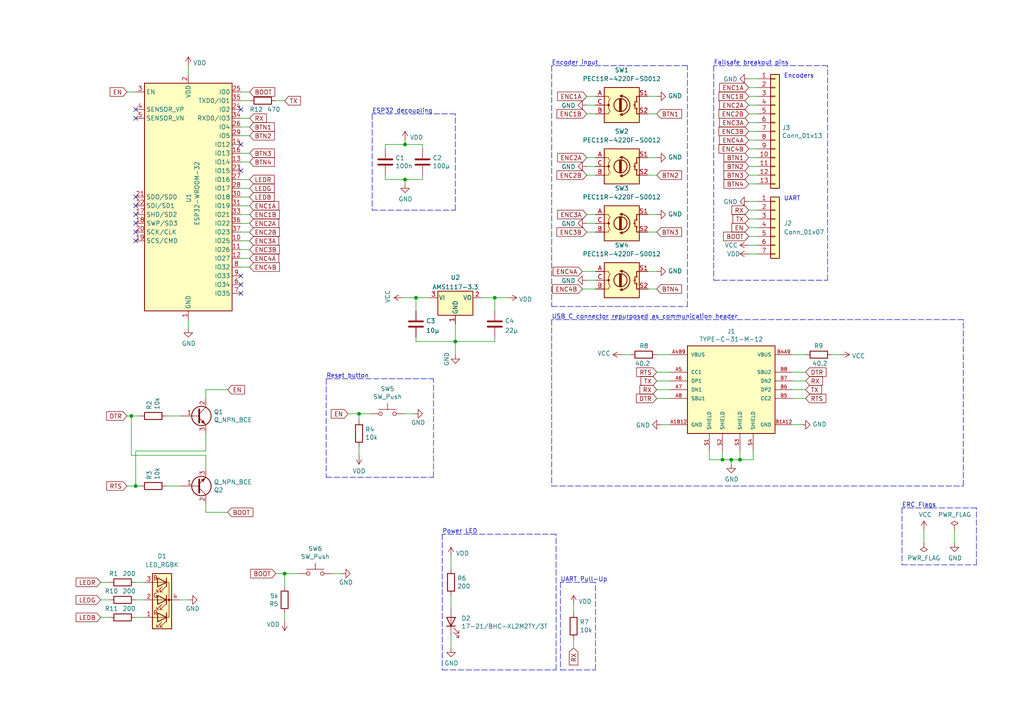
<source format=kicad_sch>
(kicad_sch (version 20211123) (generator eeschema)

  (uuid 98acd83f-4dce-487c-abdd-74c105628a17)

  (paper "A4")

  (title_block
    (title "Heliox Console")
    (date "2021-08-10")
    (rev "v00")
    (comment 4 "Author: GHOSCHT")
  )

  (lib_symbols
    (symbol "Connector_Generic:Conn_01x07" (pin_names (offset 1.016) hide) (in_bom yes) (on_board yes)
      (property "Reference" "J" (id 0) (at 0 10.16 0)
        (effects (font (size 1.27 1.27)))
      )
      (property "Value" "Conn_01x07" (id 1) (at 0 -10.16 0)
        (effects (font (size 1.27 1.27)))
      )
      (property "Footprint" "" (id 2) (at 0 0 0)
        (effects (font (size 1.27 1.27)) hide)
      )
      (property "Datasheet" "~" (id 3) (at 0 0 0)
        (effects (font (size 1.27 1.27)) hide)
      )
      (property "ki_keywords" "connector" (id 4) (at 0 0 0)
        (effects (font (size 1.27 1.27)) hide)
      )
      (property "ki_description" "Generic connector, single row, 01x07, script generated (kicad-library-utils/schlib/autogen/connector/)" (id 5) (at 0 0 0)
        (effects (font (size 1.27 1.27)) hide)
      )
      (property "ki_fp_filters" "Connector*:*_1x??_*" (id 6) (at 0 0 0)
        (effects (font (size 1.27 1.27)) hide)
      )
      (symbol "Conn_01x07_1_1"
        (rectangle (start -1.27 -7.493) (end 0 -7.747)
          (stroke (width 0.1524) (type default) (color 0 0 0 0))
          (fill (type none))
        )
        (rectangle (start -1.27 -4.953) (end 0 -5.207)
          (stroke (width 0.1524) (type default) (color 0 0 0 0))
          (fill (type none))
        )
        (rectangle (start -1.27 -2.413) (end 0 -2.667)
          (stroke (width 0.1524) (type default) (color 0 0 0 0))
          (fill (type none))
        )
        (rectangle (start -1.27 0.127) (end 0 -0.127)
          (stroke (width 0.1524) (type default) (color 0 0 0 0))
          (fill (type none))
        )
        (rectangle (start -1.27 2.667) (end 0 2.413)
          (stroke (width 0.1524) (type default) (color 0 0 0 0))
          (fill (type none))
        )
        (rectangle (start -1.27 5.207) (end 0 4.953)
          (stroke (width 0.1524) (type default) (color 0 0 0 0))
          (fill (type none))
        )
        (rectangle (start -1.27 7.747) (end 0 7.493)
          (stroke (width 0.1524) (type default) (color 0 0 0 0))
          (fill (type none))
        )
        (rectangle (start -1.27 8.89) (end 1.27 -8.89)
          (stroke (width 0.254) (type default) (color 0 0 0 0))
          (fill (type background))
        )
        (pin passive line (at -5.08 7.62 0) (length 3.81)
          (name "Pin_1" (effects (font (size 1.27 1.27))))
          (number "1" (effects (font (size 1.27 1.27))))
        )
        (pin passive line (at -5.08 5.08 0) (length 3.81)
          (name "Pin_2" (effects (font (size 1.27 1.27))))
          (number "2" (effects (font (size 1.27 1.27))))
        )
        (pin passive line (at -5.08 2.54 0) (length 3.81)
          (name "Pin_3" (effects (font (size 1.27 1.27))))
          (number "3" (effects (font (size 1.27 1.27))))
        )
        (pin passive line (at -5.08 0 0) (length 3.81)
          (name "Pin_4" (effects (font (size 1.27 1.27))))
          (number "4" (effects (font (size 1.27 1.27))))
        )
        (pin passive line (at -5.08 -2.54 0) (length 3.81)
          (name "Pin_5" (effects (font (size 1.27 1.27))))
          (number "5" (effects (font (size 1.27 1.27))))
        )
        (pin passive line (at -5.08 -5.08 0) (length 3.81)
          (name "Pin_6" (effects (font (size 1.27 1.27))))
          (number "6" (effects (font (size 1.27 1.27))))
        )
        (pin passive line (at -5.08 -7.62 0) (length 3.81)
          (name "Pin_7" (effects (font (size 1.27 1.27))))
          (number "7" (effects (font (size 1.27 1.27))))
        )
      )
    )
    (symbol "Connector_Generic:Conn_01x13" (pin_names (offset 1.016) hide) (in_bom yes) (on_board yes)
      (property "Reference" "J" (id 0) (at 0 17.78 0)
        (effects (font (size 1.27 1.27)))
      )
      (property "Value" "Conn_01x13" (id 1) (at 0 -17.78 0)
        (effects (font (size 1.27 1.27)))
      )
      (property "Footprint" "" (id 2) (at 0 0 0)
        (effects (font (size 1.27 1.27)) hide)
      )
      (property "Datasheet" "~" (id 3) (at 0 0 0)
        (effects (font (size 1.27 1.27)) hide)
      )
      (property "ki_keywords" "connector" (id 4) (at 0 0 0)
        (effects (font (size 1.27 1.27)) hide)
      )
      (property "ki_description" "Generic connector, single row, 01x13, script generated (kicad-library-utils/schlib/autogen/connector/)" (id 5) (at 0 0 0)
        (effects (font (size 1.27 1.27)) hide)
      )
      (property "ki_fp_filters" "Connector*:*_1x??_*" (id 6) (at 0 0 0)
        (effects (font (size 1.27 1.27)) hide)
      )
      (symbol "Conn_01x13_1_1"
        (rectangle (start -1.27 -15.113) (end 0 -15.367)
          (stroke (width 0.1524) (type default) (color 0 0 0 0))
          (fill (type none))
        )
        (rectangle (start -1.27 -12.573) (end 0 -12.827)
          (stroke (width 0.1524) (type default) (color 0 0 0 0))
          (fill (type none))
        )
        (rectangle (start -1.27 -10.033) (end 0 -10.287)
          (stroke (width 0.1524) (type default) (color 0 0 0 0))
          (fill (type none))
        )
        (rectangle (start -1.27 -7.493) (end 0 -7.747)
          (stroke (width 0.1524) (type default) (color 0 0 0 0))
          (fill (type none))
        )
        (rectangle (start -1.27 -4.953) (end 0 -5.207)
          (stroke (width 0.1524) (type default) (color 0 0 0 0))
          (fill (type none))
        )
        (rectangle (start -1.27 -2.413) (end 0 -2.667)
          (stroke (width 0.1524) (type default) (color 0 0 0 0))
          (fill (type none))
        )
        (rectangle (start -1.27 0.127) (end 0 -0.127)
          (stroke (width 0.1524) (type default) (color 0 0 0 0))
          (fill (type none))
        )
        (rectangle (start -1.27 2.667) (end 0 2.413)
          (stroke (width 0.1524) (type default) (color 0 0 0 0))
          (fill (type none))
        )
        (rectangle (start -1.27 5.207) (end 0 4.953)
          (stroke (width 0.1524) (type default) (color 0 0 0 0))
          (fill (type none))
        )
        (rectangle (start -1.27 7.747) (end 0 7.493)
          (stroke (width 0.1524) (type default) (color 0 0 0 0))
          (fill (type none))
        )
        (rectangle (start -1.27 10.287) (end 0 10.033)
          (stroke (width 0.1524) (type default) (color 0 0 0 0))
          (fill (type none))
        )
        (rectangle (start -1.27 12.827) (end 0 12.573)
          (stroke (width 0.1524) (type default) (color 0 0 0 0))
          (fill (type none))
        )
        (rectangle (start -1.27 15.367) (end 0 15.113)
          (stroke (width 0.1524) (type default) (color 0 0 0 0))
          (fill (type none))
        )
        (rectangle (start -1.27 16.51) (end 1.27 -16.51)
          (stroke (width 0.254) (type default) (color 0 0 0 0))
          (fill (type background))
        )
        (pin passive line (at -5.08 15.24 0) (length 3.81)
          (name "Pin_1" (effects (font (size 1.27 1.27))))
          (number "1" (effects (font (size 1.27 1.27))))
        )
        (pin passive line (at -5.08 -7.62 0) (length 3.81)
          (name "Pin_10" (effects (font (size 1.27 1.27))))
          (number "10" (effects (font (size 1.27 1.27))))
        )
        (pin passive line (at -5.08 -10.16 0) (length 3.81)
          (name "Pin_11" (effects (font (size 1.27 1.27))))
          (number "11" (effects (font (size 1.27 1.27))))
        )
        (pin passive line (at -5.08 -12.7 0) (length 3.81)
          (name "Pin_12" (effects (font (size 1.27 1.27))))
          (number "12" (effects (font (size 1.27 1.27))))
        )
        (pin passive line (at -5.08 -15.24 0) (length 3.81)
          (name "Pin_13" (effects (font (size 1.27 1.27))))
          (number "13" (effects (font (size 1.27 1.27))))
        )
        (pin passive line (at -5.08 12.7 0) (length 3.81)
          (name "Pin_2" (effects (font (size 1.27 1.27))))
          (number "2" (effects (font (size 1.27 1.27))))
        )
        (pin passive line (at -5.08 10.16 0) (length 3.81)
          (name "Pin_3" (effects (font (size 1.27 1.27))))
          (number "3" (effects (font (size 1.27 1.27))))
        )
        (pin passive line (at -5.08 7.62 0) (length 3.81)
          (name "Pin_4" (effects (font (size 1.27 1.27))))
          (number "4" (effects (font (size 1.27 1.27))))
        )
        (pin passive line (at -5.08 5.08 0) (length 3.81)
          (name "Pin_5" (effects (font (size 1.27 1.27))))
          (number "5" (effects (font (size 1.27 1.27))))
        )
        (pin passive line (at -5.08 2.54 0) (length 3.81)
          (name "Pin_6" (effects (font (size 1.27 1.27))))
          (number "6" (effects (font (size 1.27 1.27))))
        )
        (pin passive line (at -5.08 0 0) (length 3.81)
          (name "Pin_7" (effects (font (size 1.27 1.27))))
          (number "7" (effects (font (size 1.27 1.27))))
        )
        (pin passive line (at -5.08 -2.54 0) (length 3.81)
          (name "Pin_8" (effects (font (size 1.27 1.27))))
          (number "8" (effects (font (size 1.27 1.27))))
        )
        (pin passive line (at -5.08 -5.08 0) (length 3.81)
          (name "Pin_9" (effects (font (size 1.27 1.27))))
          (number "9" (effects (font (size 1.27 1.27))))
        )
      )
    )
    (symbol "Device:C" (pin_numbers hide) (pin_names (offset 0.254)) (in_bom yes) (on_board yes)
      (property "Reference" "C" (id 0) (at 0.635 2.54 0)
        (effects (font (size 1.27 1.27)) (justify left))
      )
      (property "Value" "C" (id 1) (at 0.635 -2.54 0)
        (effects (font (size 1.27 1.27)) (justify left))
      )
      (property "Footprint" "" (id 2) (at 0.9652 -3.81 0)
        (effects (font (size 1.27 1.27)) hide)
      )
      (property "Datasheet" "~" (id 3) (at 0 0 0)
        (effects (font (size 1.27 1.27)) hide)
      )
      (property "ki_keywords" "cap capacitor" (id 4) (at 0 0 0)
        (effects (font (size 1.27 1.27)) hide)
      )
      (property "ki_description" "Unpolarized capacitor" (id 5) (at 0 0 0)
        (effects (font (size 1.27 1.27)) hide)
      )
      (property "ki_fp_filters" "C_*" (id 6) (at 0 0 0)
        (effects (font (size 1.27 1.27)) hide)
      )
      (symbol "C_0_1"
        (polyline
          (pts
            (xy -2.032 -0.762)
            (xy 2.032 -0.762)
          )
          (stroke (width 0.508) (type default) (color 0 0 0 0))
          (fill (type none))
        )
        (polyline
          (pts
            (xy -2.032 0.762)
            (xy 2.032 0.762)
          )
          (stroke (width 0.508) (type default) (color 0 0 0 0))
          (fill (type none))
        )
      )
      (symbol "C_1_1"
        (pin passive line (at 0 3.81 270) (length 2.794)
          (name "~" (effects (font (size 1.27 1.27))))
          (number "1" (effects (font (size 1.27 1.27))))
        )
        (pin passive line (at 0 -3.81 90) (length 2.794)
          (name "~" (effects (font (size 1.27 1.27))))
          (number "2" (effects (font (size 1.27 1.27))))
        )
      )
    )
    (symbol "Device:LED" (pin_numbers hide) (pin_names (offset 1.016) hide) (in_bom yes) (on_board yes)
      (property "Reference" "D" (id 0) (at 0 2.54 0)
        (effects (font (size 1.27 1.27)))
      )
      (property "Value" "LED" (id 1) (at 0 -2.54 0)
        (effects (font (size 1.27 1.27)))
      )
      (property "Footprint" "" (id 2) (at 0 0 0)
        (effects (font (size 1.27 1.27)) hide)
      )
      (property "Datasheet" "~" (id 3) (at 0 0 0)
        (effects (font (size 1.27 1.27)) hide)
      )
      (property "ki_keywords" "LED diode" (id 4) (at 0 0 0)
        (effects (font (size 1.27 1.27)) hide)
      )
      (property "ki_description" "Light emitting diode" (id 5) (at 0 0 0)
        (effects (font (size 1.27 1.27)) hide)
      )
      (property "ki_fp_filters" "LED* LED_SMD:* LED_THT:*" (id 6) (at 0 0 0)
        (effects (font (size 1.27 1.27)) hide)
      )
      (symbol "LED_0_1"
        (polyline
          (pts
            (xy -1.27 -1.27)
            (xy -1.27 1.27)
          )
          (stroke (width 0.254) (type default) (color 0 0 0 0))
          (fill (type none))
        )
        (polyline
          (pts
            (xy -1.27 0)
            (xy 1.27 0)
          )
          (stroke (width 0) (type default) (color 0 0 0 0))
          (fill (type none))
        )
        (polyline
          (pts
            (xy 1.27 -1.27)
            (xy 1.27 1.27)
            (xy -1.27 0)
            (xy 1.27 -1.27)
          )
          (stroke (width 0.254) (type default) (color 0 0 0 0))
          (fill (type none))
        )
        (polyline
          (pts
            (xy -3.048 -0.762)
            (xy -4.572 -2.286)
            (xy -3.81 -2.286)
            (xy -4.572 -2.286)
            (xy -4.572 -1.524)
          )
          (stroke (width 0) (type default) (color 0 0 0 0))
          (fill (type none))
        )
        (polyline
          (pts
            (xy -1.778 -0.762)
            (xy -3.302 -2.286)
            (xy -2.54 -2.286)
            (xy -3.302 -2.286)
            (xy -3.302 -1.524)
          )
          (stroke (width 0) (type default) (color 0 0 0 0))
          (fill (type none))
        )
      )
      (symbol "LED_1_1"
        (pin passive line (at -3.81 0 0) (length 2.54)
          (name "K" (effects (font (size 1.27 1.27))))
          (number "1" (effects (font (size 1.27 1.27))))
        )
        (pin passive line (at 3.81 0 180) (length 2.54)
          (name "A" (effects (font (size 1.27 1.27))))
          (number "2" (effects (font (size 1.27 1.27))))
        )
      )
    )
    (symbol "Device:LED_RGBK" (pin_names (offset 0) hide) (in_bom yes) (on_board yes)
      (property "Reference" "D" (id 0) (at 0 9.398 0)
        (effects (font (size 1.27 1.27)))
      )
      (property "Value" "LED_RGBK" (id 1) (at 0 -8.89 0)
        (effects (font (size 1.27 1.27)))
      )
      (property "Footprint" "" (id 2) (at 0 -1.27 0)
        (effects (font (size 1.27 1.27)) hide)
      )
      (property "Datasheet" "~" (id 3) (at 0 -1.27 0)
        (effects (font (size 1.27 1.27)) hide)
      )
      (property "ki_keywords" "LED RGB diode" (id 4) (at 0 0 0)
        (effects (font (size 1.27 1.27)) hide)
      )
      (property "ki_description" "RGB LED, red/green/blue/cathode" (id 5) (at 0 0 0)
        (effects (font (size 1.27 1.27)) hide)
      )
      (property "ki_fp_filters" "LED* LED_SMD:* LED_THT:*" (id 6) (at 0 0 0)
        (effects (font (size 1.27 1.27)) hide)
      )
      (symbol "LED_RGBK_0_0"
        (text "B" (at 1.905 -6.35 0)
          (effects (font (size 1.27 1.27)))
        )
        (text "G" (at 1.905 -1.27 0)
          (effects (font (size 1.27 1.27)))
        )
        (text "R" (at 1.905 3.81 0)
          (effects (font (size 1.27 1.27)))
        )
      )
      (symbol "LED_RGBK_0_1"
        (circle (center -2.032 0) (radius 0.254)
          (stroke (width 0) (type default) (color 0 0 0 0))
          (fill (type outline))
        )
        (polyline
          (pts
            (xy -1.27 -5.08)
            (xy 1.27 -5.08)
          )
          (stroke (width 0) (type default) (color 0 0 0 0))
          (fill (type none))
        )
        (polyline
          (pts
            (xy -1.27 -3.81)
            (xy -1.27 -6.35)
          )
          (stroke (width 0.254) (type default) (color 0 0 0 0))
          (fill (type none))
        )
        (polyline
          (pts
            (xy -1.27 0)
            (xy -2.54 0)
          )
          (stroke (width 0) (type default) (color 0 0 0 0))
          (fill (type none))
        )
        (polyline
          (pts
            (xy -1.27 1.27)
            (xy -1.27 -1.27)
          )
          (stroke (width 0.254) (type default) (color 0 0 0 0))
          (fill (type none))
        )
        (polyline
          (pts
            (xy -1.27 5.08)
            (xy 1.27 5.08)
          )
          (stroke (width 0) (type default) (color 0 0 0 0))
          (fill (type none))
        )
        (polyline
          (pts
            (xy -1.27 6.35)
            (xy -1.27 3.81)
          )
          (stroke (width 0.254) (type default) (color 0 0 0 0))
          (fill (type none))
        )
        (polyline
          (pts
            (xy 1.27 -5.08)
            (xy 2.54 -5.08)
          )
          (stroke (width 0) (type default) (color 0 0 0 0))
          (fill (type none))
        )
        (polyline
          (pts
            (xy 1.27 0)
            (xy -1.27 0)
          )
          (stroke (width 0) (type default) (color 0 0 0 0))
          (fill (type none))
        )
        (polyline
          (pts
            (xy 1.27 0)
            (xy 2.54 0)
          )
          (stroke (width 0) (type default) (color 0 0 0 0))
          (fill (type none))
        )
        (polyline
          (pts
            (xy 1.27 5.08)
            (xy 2.54 5.08)
          )
          (stroke (width 0) (type default) (color 0 0 0 0))
          (fill (type none))
        )
        (polyline
          (pts
            (xy -1.27 1.27)
            (xy -1.27 -1.27)
            (xy -1.27 -1.27)
          )
          (stroke (width 0) (type default) (color 0 0 0 0))
          (fill (type none))
        )
        (polyline
          (pts
            (xy -1.27 6.35)
            (xy -1.27 3.81)
            (xy -1.27 3.81)
          )
          (stroke (width 0) (type default) (color 0 0 0 0))
          (fill (type none))
        )
        (polyline
          (pts
            (xy -1.27 5.08)
            (xy -2.032 5.08)
            (xy -2.032 -5.08)
            (xy -1.016 -5.08)
          )
          (stroke (width 0) (type default) (color 0 0 0 0))
          (fill (type none))
        )
        (polyline
          (pts
            (xy 1.27 -3.81)
            (xy 1.27 -6.35)
            (xy -1.27 -5.08)
            (xy 1.27 -3.81)
          )
          (stroke (width 0.254) (type default) (color 0 0 0 0))
          (fill (type none))
        )
        (polyline
          (pts
            (xy 1.27 1.27)
            (xy 1.27 -1.27)
            (xy -1.27 0)
            (xy 1.27 1.27)
          )
          (stroke (width 0.254) (type default) (color 0 0 0 0))
          (fill (type none))
        )
        (polyline
          (pts
            (xy 1.27 6.35)
            (xy 1.27 3.81)
            (xy -1.27 5.08)
            (xy 1.27 6.35)
          )
          (stroke (width 0.254) (type default) (color 0 0 0 0))
          (fill (type none))
        )
        (polyline
          (pts
            (xy -1.016 -3.81)
            (xy 0.508 -2.286)
            (xy -0.254 -2.286)
            (xy 0.508 -2.286)
            (xy 0.508 -3.048)
          )
          (stroke (width 0) (type default) (color 0 0 0 0))
          (fill (type none))
        )
        (polyline
          (pts
            (xy -1.016 1.27)
            (xy 0.508 2.794)
            (xy -0.254 2.794)
            (xy 0.508 2.794)
            (xy 0.508 2.032)
          )
          (stroke (width 0) (type default) (color 0 0 0 0))
          (fill (type none))
        )
        (polyline
          (pts
            (xy -1.016 6.35)
            (xy 0.508 7.874)
            (xy -0.254 7.874)
            (xy 0.508 7.874)
            (xy 0.508 7.112)
          )
          (stroke (width 0) (type default) (color 0 0 0 0))
          (fill (type none))
        )
        (polyline
          (pts
            (xy 0 -3.81)
            (xy 1.524 -2.286)
            (xy 0.762 -2.286)
            (xy 1.524 -2.286)
            (xy 1.524 -3.048)
          )
          (stroke (width 0) (type default) (color 0 0 0 0))
          (fill (type none))
        )
        (polyline
          (pts
            (xy 0 1.27)
            (xy 1.524 2.794)
            (xy 0.762 2.794)
            (xy 1.524 2.794)
            (xy 1.524 2.032)
          )
          (stroke (width 0) (type default) (color 0 0 0 0))
          (fill (type none))
        )
        (polyline
          (pts
            (xy 0 6.35)
            (xy 1.524 7.874)
            (xy 0.762 7.874)
            (xy 1.524 7.874)
            (xy 1.524 7.112)
          )
          (stroke (width 0) (type default) (color 0 0 0 0))
          (fill (type none))
        )
        (rectangle (start 1.27 -1.27) (end 1.27 1.27)
          (stroke (width 0) (type default) (color 0 0 0 0))
          (fill (type none))
        )
        (rectangle (start 1.27 1.27) (end 1.27 1.27)
          (stroke (width 0) (type default) (color 0 0 0 0))
          (fill (type none))
        )
        (rectangle (start 1.27 3.81) (end 1.27 6.35)
          (stroke (width 0) (type default) (color 0 0 0 0))
          (fill (type none))
        )
        (rectangle (start 1.27 6.35) (end 1.27 6.35)
          (stroke (width 0) (type default) (color 0 0 0 0))
          (fill (type none))
        )
        (rectangle (start 2.794 8.382) (end -2.794 -7.62)
          (stroke (width 0.254) (type default) (color 0 0 0 0))
          (fill (type background))
        )
      )
      (symbol "LED_RGBK_1_1"
        (pin passive line (at 5.08 5.08 180) (length 2.54)
          (name "RA" (effects (font (size 1.27 1.27))))
          (number "1" (effects (font (size 1.27 1.27))))
        )
        (pin passive line (at 5.08 0 180) (length 2.54)
          (name "GA" (effects (font (size 1.27 1.27))))
          (number "2" (effects (font (size 1.27 1.27))))
        )
        (pin passive line (at 5.08 -5.08 180) (length 2.54)
          (name "BA" (effects (font (size 1.27 1.27))))
          (number "3" (effects (font (size 1.27 1.27))))
        )
        (pin passive line (at -5.08 0 0) (length 2.54)
          (name "K" (effects (font (size 1.27 1.27))))
          (number "4" (effects (font (size 1.27 1.27))))
        )
      )
    )
    (symbol "Device:Q_NPN_BCE" (pin_names (offset 0) hide) (in_bom yes) (on_board yes)
      (property "Reference" "Q" (id 0) (at 5.08 1.27 0)
        (effects (font (size 1.27 1.27)) (justify left))
      )
      (property "Value" "Q_NPN_BCE" (id 1) (at 5.08 -1.27 0)
        (effects (font (size 1.27 1.27)) (justify left))
      )
      (property "Footprint" "" (id 2) (at 5.08 2.54 0)
        (effects (font (size 1.27 1.27)) hide)
      )
      (property "Datasheet" "~" (id 3) (at 0 0 0)
        (effects (font (size 1.27 1.27)) hide)
      )
      (property "ki_keywords" "transistor NPN" (id 4) (at 0 0 0)
        (effects (font (size 1.27 1.27)) hide)
      )
      (property "ki_description" "NPN transistor, base/collector/emitter" (id 5) (at 0 0 0)
        (effects (font (size 1.27 1.27)) hide)
      )
      (symbol "Q_NPN_BCE_0_1"
        (polyline
          (pts
            (xy 0.635 0.635)
            (xy 2.54 2.54)
          )
          (stroke (width 0) (type default) (color 0 0 0 0))
          (fill (type none))
        )
        (polyline
          (pts
            (xy 0.635 -0.635)
            (xy 2.54 -2.54)
            (xy 2.54 -2.54)
          )
          (stroke (width 0) (type default) (color 0 0 0 0))
          (fill (type none))
        )
        (polyline
          (pts
            (xy 0.635 1.905)
            (xy 0.635 -1.905)
            (xy 0.635 -1.905)
          )
          (stroke (width 0.508) (type default) (color 0 0 0 0))
          (fill (type none))
        )
        (polyline
          (pts
            (xy 1.27 -1.778)
            (xy 1.778 -1.27)
            (xy 2.286 -2.286)
            (xy 1.27 -1.778)
            (xy 1.27 -1.778)
          )
          (stroke (width 0) (type default) (color 0 0 0 0))
          (fill (type outline))
        )
        (circle (center 1.27 0) (radius 2.8194)
          (stroke (width 0.254) (type default) (color 0 0 0 0))
          (fill (type none))
        )
      )
      (symbol "Q_NPN_BCE_1_1"
        (pin input line (at -5.08 0 0) (length 5.715)
          (name "B" (effects (font (size 1.27 1.27))))
          (number "1" (effects (font (size 1.27 1.27))))
        )
        (pin passive line (at 2.54 5.08 270) (length 2.54)
          (name "C" (effects (font (size 1.27 1.27))))
          (number "2" (effects (font (size 1.27 1.27))))
        )
        (pin passive line (at 2.54 -5.08 90) (length 2.54)
          (name "E" (effects (font (size 1.27 1.27))))
          (number "3" (effects (font (size 1.27 1.27))))
        )
      )
    )
    (symbol "Device:R" (pin_numbers hide) (pin_names (offset 0)) (in_bom yes) (on_board yes)
      (property "Reference" "R" (id 0) (at 2.032 0 90)
        (effects (font (size 1.27 1.27)))
      )
      (property "Value" "R" (id 1) (at 0 0 90)
        (effects (font (size 1.27 1.27)))
      )
      (property "Footprint" "" (id 2) (at -1.778 0 90)
        (effects (font (size 1.27 1.27)) hide)
      )
      (property "Datasheet" "~" (id 3) (at 0 0 0)
        (effects (font (size 1.27 1.27)) hide)
      )
      (property "ki_keywords" "R res resistor" (id 4) (at 0 0 0)
        (effects (font (size 1.27 1.27)) hide)
      )
      (property "ki_description" "Resistor" (id 5) (at 0 0 0)
        (effects (font (size 1.27 1.27)) hide)
      )
      (property "ki_fp_filters" "R_*" (id 6) (at 0 0 0)
        (effects (font (size 1.27 1.27)) hide)
      )
      (symbol "R_0_1"
        (rectangle (start -1.016 -2.54) (end 1.016 2.54)
          (stroke (width 0.254) (type default) (color 0 0 0 0))
          (fill (type none))
        )
      )
      (symbol "R_1_1"
        (pin passive line (at 0 3.81 270) (length 1.27)
          (name "~" (effects (font (size 1.27 1.27))))
          (number "1" (effects (font (size 1.27 1.27))))
        )
        (pin passive line (at 0 -3.81 90) (length 1.27)
          (name "~" (effects (font (size 1.27 1.27))))
          (number "2" (effects (font (size 1.27 1.27))))
        )
      )
    )
    (symbol "Device:RotaryEncoder_Switch" (pin_names (offset 0.254) hide) (in_bom yes) (on_board yes)
      (property "Reference" "SW" (id 0) (at 0 6.604 0)
        (effects (font (size 1.27 1.27)))
      )
      (property "Value" "RotaryEncoder_Switch" (id 1) (at 0 -6.604 0)
        (effects (font (size 1.27 1.27)))
      )
      (property "Footprint" "" (id 2) (at -3.81 4.064 0)
        (effects (font (size 1.27 1.27)) hide)
      )
      (property "Datasheet" "~" (id 3) (at 0 6.604 0)
        (effects (font (size 1.27 1.27)) hide)
      )
      (property "ki_keywords" "rotary switch encoder switch push button" (id 4) (at 0 0 0)
        (effects (font (size 1.27 1.27)) hide)
      )
      (property "ki_description" "Rotary encoder, dual channel, incremental quadrate outputs, with switch" (id 5) (at 0 0 0)
        (effects (font (size 1.27 1.27)) hide)
      )
      (property "ki_fp_filters" "RotaryEncoder*Switch*" (id 6) (at 0 0 0)
        (effects (font (size 1.27 1.27)) hide)
      )
      (symbol "RotaryEncoder_Switch_0_1"
        (rectangle (start -5.08 5.08) (end 5.08 -5.08)
          (stroke (width 0.254) (type default) (color 0 0 0 0))
          (fill (type background))
        )
        (circle (center -3.81 0) (radius 0.254)
          (stroke (width 0) (type default) (color 0 0 0 0))
          (fill (type outline))
        )
        (arc (start -0.381 -2.794) (mid 2.3622 -0.0635) (end -0.381 2.667)
          (stroke (width 0.254) (type default) (color 0 0 0 0))
          (fill (type none))
        )
        (circle (center -0.381 0) (radius 1.905)
          (stroke (width 0.254) (type default) (color 0 0 0 0))
          (fill (type none))
        )
        (polyline
          (pts
            (xy -0.635 -1.778)
            (xy -0.635 1.778)
          )
          (stroke (width 0.254) (type default) (color 0 0 0 0))
          (fill (type none))
        )
        (polyline
          (pts
            (xy -0.381 -1.778)
            (xy -0.381 1.778)
          )
          (stroke (width 0.254) (type default) (color 0 0 0 0))
          (fill (type none))
        )
        (polyline
          (pts
            (xy -0.127 1.778)
            (xy -0.127 -1.778)
          )
          (stroke (width 0.254) (type default) (color 0 0 0 0))
          (fill (type none))
        )
        (polyline
          (pts
            (xy 3.81 0)
            (xy 3.429 0)
          )
          (stroke (width 0.254) (type default) (color 0 0 0 0))
          (fill (type none))
        )
        (polyline
          (pts
            (xy 3.81 1.016)
            (xy 3.81 -1.016)
          )
          (stroke (width 0.254) (type default) (color 0 0 0 0))
          (fill (type none))
        )
        (polyline
          (pts
            (xy -5.08 -2.54)
            (xy -3.81 -2.54)
            (xy -3.81 -2.032)
          )
          (stroke (width 0) (type default) (color 0 0 0 0))
          (fill (type none))
        )
        (polyline
          (pts
            (xy -5.08 2.54)
            (xy -3.81 2.54)
            (xy -3.81 2.032)
          )
          (stroke (width 0) (type default) (color 0 0 0 0))
          (fill (type none))
        )
        (polyline
          (pts
            (xy 0.254 -3.048)
            (xy -0.508 -2.794)
            (xy 0.127 -2.413)
          )
          (stroke (width 0.254) (type default) (color 0 0 0 0))
          (fill (type none))
        )
        (polyline
          (pts
            (xy 0.254 2.921)
            (xy -0.508 2.667)
            (xy 0.127 2.286)
          )
          (stroke (width 0.254) (type default) (color 0 0 0 0))
          (fill (type none))
        )
        (polyline
          (pts
            (xy 5.08 -2.54)
            (xy 4.318 -2.54)
            (xy 4.318 -1.016)
          )
          (stroke (width 0.254) (type default) (color 0 0 0 0))
          (fill (type none))
        )
        (polyline
          (pts
            (xy 5.08 2.54)
            (xy 4.318 2.54)
            (xy 4.318 1.016)
          )
          (stroke (width 0.254) (type default) (color 0 0 0 0))
          (fill (type none))
        )
        (polyline
          (pts
            (xy -5.08 0)
            (xy -3.81 0)
            (xy -3.81 -1.016)
            (xy -3.302 -2.032)
          )
          (stroke (width 0) (type default) (color 0 0 0 0))
          (fill (type none))
        )
        (polyline
          (pts
            (xy -4.318 0)
            (xy -3.81 0)
            (xy -3.81 1.016)
            (xy -3.302 2.032)
          )
          (stroke (width 0) (type default) (color 0 0 0 0))
          (fill (type none))
        )
        (circle (center 4.318 -1.016) (radius 0.127)
          (stroke (width 0.254) (type default) (color 0 0 0 0))
          (fill (type none))
        )
        (circle (center 4.318 1.016) (radius 0.127)
          (stroke (width 0.254) (type default) (color 0 0 0 0))
          (fill (type none))
        )
      )
      (symbol "RotaryEncoder_Switch_1_1"
        (pin passive line (at -7.62 2.54 0) (length 2.54)
          (name "A" (effects (font (size 1.27 1.27))))
          (number "A" (effects (font (size 1.27 1.27))))
        )
        (pin passive line (at -7.62 -2.54 0) (length 2.54)
          (name "B" (effects (font (size 1.27 1.27))))
          (number "B" (effects (font (size 1.27 1.27))))
        )
        (pin passive line (at -7.62 0 0) (length 2.54)
          (name "C" (effects (font (size 1.27 1.27))))
          (number "C" (effects (font (size 1.27 1.27))))
        )
        (pin passive line (at 7.62 2.54 180) (length 2.54)
          (name "S1" (effects (font (size 1.27 1.27))))
          (number "S1" (effects (font (size 1.27 1.27))))
        )
        (pin passive line (at 7.62 -2.54 180) (length 2.54)
          (name "S2" (effects (font (size 1.27 1.27))))
          (number "S2" (effects (font (size 1.27 1.27))))
        )
      )
    )
    (symbol "RF_Module:ESP32-WROOM-32" (in_bom yes) (on_board yes)
      (property "Reference" "U" (id 0) (at -12.7 34.29 0)
        (effects (font (size 1.27 1.27)) (justify left))
      )
      (property "Value" "ESP32-WROOM-32" (id 1) (at 1.27 34.29 0)
        (effects (font (size 1.27 1.27)) (justify left))
      )
      (property "Footprint" "RF_Module:ESP32-WROOM-32" (id 2) (at 0 -38.1 0)
        (effects (font (size 1.27 1.27)) hide)
      )
      (property "Datasheet" "https://www.espressif.com/sites/default/files/documentation/esp32-wroom-32_datasheet_en.pdf" (id 3) (at -7.62 1.27 0)
        (effects (font (size 1.27 1.27)) hide)
      )
      (property "ki_keywords" "RF Radio BT ESP ESP32 Espressif onboard PCB antenna" (id 4) (at 0 0 0)
        (effects (font (size 1.27 1.27)) hide)
      )
      (property "ki_description" "RF Module, ESP32-D0WDQ6 SoC, Wi-Fi 802.11b/g/n, Bluetooth, BLE, 32-bit, 2.7-3.6V, onboard antenna, SMD" (id 5) (at 0 0 0)
        (effects (font (size 1.27 1.27)) hide)
      )
      (property "ki_fp_filters" "ESP32?WROOM?32*" (id 6) (at 0 0 0)
        (effects (font (size 1.27 1.27)) hide)
      )
      (symbol "ESP32-WROOM-32_0_1"
        (rectangle (start -12.7 33.02) (end 12.7 -33.02)
          (stroke (width 0.254) (type default) (color 0 0 0 0))
          (fill (type background))
        )
      )
      (symbol "ESP32-WROOM-32_1_1"
        (pin power_in line (at 0 -35.56 90) (length 2.54)
          (name "GND" (effects (font (size 1.27 1.27))))
          (number "1" (effects (font (size 1.27 1.27))))
        )
        (pin bidirectional line (at 15.24 -12.7 180) (length 2.54)
          (name "IO25" (effects (font (size 1.27 1.27))))
          (number "10" (effects (font (size 1.27 1.27))))
        )
        (pin bidirectional line (at 15.24 -15.24 180) (length 2.54)
          (name "IO26" (effects (font (size 1.27 1.27))))
          (number "11" (effects (font (size 1.27 1.27))))
        )
        (pin bidirectional line (at 15.24 -17.78 180) (length 2.54)
          (name "IO27" (effects (font (size 1.27 1.27))))
          (number "12" (effects (font (size 1.27 1.27))))
        )
        (pin bidirectional line (at 15.24 10.16 180) (length 2.54)
          (name "IO14" (effects (font (size 1.27 1.27))))
          (number "13" (effects (font (size 1.27 1.27))))
        )
        (pin bidirectional line (at 15.24 15.24 180) (length 2.54)
          (name "IO12" (effects (font (size 1.27 1.27))))
          (number "14" (effects (font (size 1.27 1.27))))
        )
        (pin passive line (at 0 -35.56 90) (length 2.54) hide
          (name "GND" (effects (font (size 1.27 1.27))))
          (number "15" (effects (font (size 1.27 1.27))))
        )
        (pin bidirectional line (at 15.24 12.7 180) (length 2.54)
          (name "IO13" (effects (font (size 1.27 1.27))))
          (number "16" (effects (font (size 1.27 1.27))))
        )
        (pin bidirectional line (at -15.24 -5.08 0) (length 2.54)
          (name "SHD/SD2" (effects (font (size 1.27 1.27))))
          (number "17" (effects (font (size 1.27 1.27))))
        )
        (pin bidirectional line (at -15.24 -7.62 0) (length 2.54)
          (name "SWP/SD3" (effects (font (size 1.27 1.27))))
          (number "18" (effects (font (size 1.27 1.27))))
        )
        (pin bidirectional line (at -15.24 -12.7 0) (length 2.54)
          (name "SCS/CMD" (effects (font (size 1.27 1.27))))
          (number "19" (effects (font (size 1.27 1.27))))
        )
        (pin power_in line (at 0 35.56 270) (length 2.54)
          (name "VDD" (effects (font (size 1.27 1.27))))
          (number "2" (effects (font (size 1.27 1.27))))
        )
        (pin bidirectional line (at -15.24 -10.16 0) (length 2.54)
          (name "SCK/CLK" (effects (font (size 1.27 1.27))))
          (number "20" (effects (font (size 1.27 1.27))))
        )
        (pin bidirectional line (at -15.24 0 0) (length 2.54)
          (name "SDO/SD0" (effects (font (size 1.27 1.27))))
          (number "21" (effects (font (size 1.27 1.27))))
        )
        (pin bidirectional line (at -15.24 -2.54 0) (length 2.54)
          (name "SDI/SD1" (effects (font (size 1.27 1.27))))
          (number "22" (effects (font (size 1.27 1.27))))
        )
        (pin bidirectional line (at 15.24 7.62 180) (length 2.54)
          (name "IO15" (effects (font (size 1.27 1.27))))
          (number "23" (effects (font (size 1.27 1.27))))
        )
        (pin bidirectional line (at 15.24 25.4 180) (length 2.54)
          (name "IO2" (effects (font (size 1.27 1.27))))
          (number "24" (effects (font (size 1.27 1.27))))
        )
        (pin bidirectional line (at 15.24 30.48 180) (length 2.54)
          (name "IO0" (effects (font (size 1.27 1.27))))
          (number "25" (effects (font (size 1.27 1.27))))
        )
        (pin bidirectional line (at 15.24 20.32 180) (length 2.54)
          (name "IO4" (effects (font (size 1.27 1.27))))
          (number "26" (effects (font (size 1.27 1.27))))
        )
        (pin bidirectional line (at 15.24 5.08 180) (length 2.54)
          (name "IO16" (effects (font (size 1.27 1.27))))
          (number "27" (effects (font (size 1.27 1.27))))
        )
        (pin bidirectional line (at 15.24 2.54 180) (length 2.54)
          (name "IO17" (effects (font (size 1.27 1.27))))
          (number "28" (effects (font (size 1.27 1.27))))
        )
        (pin bidirectional line (at 15.24 17.78 180) (length 2.54)
          (name "IO5" (effects (font (size 1.27 1.27))))
          (number "29" (effects (font (size 1.27 1.27))))
        )
        (pin input line (at -15.24 30.48 0) (length 2.54)
          (name "EN" (effects (font (size 1.27 1.27))))
          (number "3" (effects (font (size 1.27 1.27))))
        )
        (pin bidirectional line (at 15.24 0 180) (length 2.54)
          (name "IO18" (effects (font (size 1.27 1.27))))
          (number "30" (effects (font (size 1.27 1.27))))
        )
        (pin bidirectional line (at 15.24 -2.54 180) (length 2.54)
          (name "IO19" (effects (font (size 1.27 1.27))))
          (number "31" (effects (font (size 1.27 1.27))))
        )
        (pin no_connect line (at -12.7 -27.94 0) (length 2.54) hide
          (name "NC" (effects (font (size 1.27 1.27))))
          (number "32" (effects (font (size 1.27 1.27))))
        )
        (pin bidirectional line (at 15.24 -5.08 180) (length 2.54)
          (name "IO21" (effects (font (size 1.27 1.27))))
          (number "33" (effects (font (size 1.27 1.27))))
        )
        (pin bidirectional line (at 15.24 22.86 180) (length 2.54)
          (name "RXD0/IO3" (effects (font (size 1.27 1.27))))
          (number "34" (effects (font (size 1.27 1.27))))
        )
        (pin bidirectional line (at 15.24 27.94 180) (length 2.54)
          (name "TXD0/IO1" (effects (font (size 1.27 1.27))))
          (number "35" (effects (font (size 1.27 1.27))))
        )
        (pin bidirectional line (at 15.24 -7.62 180) (length 2.54)
          (name "IO22" (effects (font (size 1.27 1.27))))
          (number "36" (effects (font (size 1.27 1.27))))
        )
        (pin bidirectional line (at 15.24 -10.16 180) (length 2.54)
          (name "IO23" (effects (font (size 1.27 1.27))))
          (number "37" (effects (font (size 1.27 1.27))))
        )
        (pin passive line (at 0 -35.56 90) (length 2.54) hide
          (name "GND" (effects (font (size 1.27 1.27))))
          (number "38" (effects (font (size 1.27 1.27))))
        )
        (pin passive line (at 0 -35.56 90) (length 2.54) hide
          (name "GND" (effects (font (size 1.27 1.27))))
          (number "39" (effects (font (size 1.27 1.27))))
        )
        (pin input line (at -15.24 25.4 0) (length 2.54)
          (name "SENSOR_VP" (effects (font (size 1.27 1.27))))
          (number "4" (effects (font (size 1.27 1.27))))
        )
        (pin input line (at -15.24 22.86 0) (length 2.54)
          (name "SENSOR_VN" (effects (font (size 1.27 1.27))))
          (number "5" (effects (font (size 1.27 1.27))))
        )
        (pin input line (at 15.24 -25.4 180) (length 2.54)
          (name "IO34" (effects (font (size 1.27 1.27))))
          (number "6" (effects (font (size 1.27 1.27))))
        )
        (pin input line (at 15.24 -27.94 180) (length 2.54)
          (name "IO35" (effects (font (size 1.27 1.27))))
          (number "7" (effects (font (size 1.27 1.27))))
        )
        (pin bidirectional line (at 15.24 -20.32 180) (length 2.54)
          (name "IO32" (effects (font (size 1.27 1.27))))
          (number "8" (effects (font (size 1.27 1.27))))
        )
        (pin bidirectional line (at 15.24 -22.86 180) (length 2.54)
          (name "IO33" (effects (font (size 1.27 1.27))))
          (number "9" (effects (font (size 1.27 1.27))))
        )
      )
    )
    (symbol "Regulator_Linear:AMS1117-3.3" (pin_names (offset 0.254)) (in_bom yes) (on_board yes)
      (property "Reference" "U" (id 0) (at -3.81 3.175 0)
        (effects (font (size 1.27 1.27)))
      )
      (property "Value" "AMS1117-3.3" (id 1) (at 0 3.175 0)
        (effects (font (size 1.27 1.27)) (justify left))
      )
      (property "Footprint" "Package_TO_SOT_SMD:SOT-223-3_TabPin2" (id 2) (at 0 5.08 0)
        (effects (font (size 1.27 1.27)) hide)
      )
      (property "Datasheet" "http://www.advanced-monolithic.com/pdf/ds1117.pdf" (id 3) (at 2.54 -6.35 0)
        (effects (font (size 1.27 1.27)) hide)
      )
      (property "ki_keywords" "linear regulator ldo fixed positive" (id 4) (at 0 0 0)
        (effects (font (size 1.27 1.27)) hide)
      )
      (property "ki_description" "1A Low Dropout regulator, positive, 3.3V fixed output, SOT-223" (id 5) (at 0 0 0)
        (effects (font (size 1.27 1.27)) hide)
      )
      (property "ki_fp_filters" "SOT?223*TabPin2*" (id 6) (at 0 0 0)
        (effects (font (size 1.27 1.27)) hide)
      )
      (symbol "AMS1117-3.3_0_1"
        (rectangle (start -5.08 -5.08) (end 5.08 1.905)
          (stroke (width 0.254) (type default) (color 0 0 0 0))
          (fill (type background))
        )
      )
      (symbol "AMS1117-3.3_1_1"
        (pin power_in line (at 0 -7.62 90) (length 2.54)
          (name "GND" (effects (font (size 1.27 1.27))))
          (number "1" (effects (font (size 1.27 1.27))))
        )
        (pin power_out line (at 7.62 0 180) (length 2.54)
          (name "VO" (effects (font (size 1.27 1.27))))
          (number "2" (effects (font (size 1.27 1.27))))
        )
        (pin power_in line (at -7.62 0 0) (length 2.54)
          (name "VI" (effects (font (size 1.27 1.27))))
          (number "3" (effects (font (size 1.27 1.27))))
        )
      )
    )
    (symbol "Switch:SW_Push" (pin_numbers hide) (pin_names (offset 1.016) hide) (in_bom yes) (on_board yes)
      (property "Reference" "SW" (id 0) (at 1.27 2.54 0)
        (effects (font (size 1.27 1.27)) (justify left))
      )
      (property "Value" "SW_Push" (id 1) (at 0 -1.524 0)
        (effects (font (size 1.27 1.27)))
      )
      (property "Footprint" "" (id 2) (at 0 5.08 0)
        (effects (font (size 1.27 1.27)) hide)
      )
      (property "Datasheet" "~" (id 3) (at 0 5.08 0)
        (effects (font (size 1.27 1.27)) hide)
      )
      (property "ki_keywords" "switch normally-open pushbutton push-button" (id 4) (at 0 0 0)
        (effects (font (size 1.27 1.27)) hide)
      )
      (property "ki_description" "Push button switch, generic, two pins" (id 5) (at 0 0 0)
        (effects (font (size 1.27 1.27)) hide)
      )
      (symbol "SW_Push_0_1"
        (circle (center -2.032 0) (radius 0.508)
          (stroke (width 0) (type default) (color 0 0 0 0))
          (fill (type none))
        )
        (polyline
          (pts
            (xy 0 1.27)
            (xy 0 3.048)
          )
          (stroke (width 0) (type default) (color 0 0 0 0))
          (fill (type none))
        )
        (polyline
          (pts
            (xy 2.54 1.27)
            (xy -2.54 1.27)
          )
          (stroke (width 0) (type default) (color 0 0 0 0))
          (fill (type none))
        )
        (circle (center 2.032 0) (radius 0.508)
          (stroke (width 0) (type default) (color 0 0 0 0))
          (fill (type none))
        )
        (pin passive line (at -5.08 0 0) (length 2.54)
          (name "1" (effects (font (size 1.27 1.27))))
          (number "1" (effects (font (size 1.27 1.27))))
        )
        (pin passive line (at 5.08 0 180) (length 2.54)
          (name "2" (effects (font (size 1.27 1.27))))
          (number "2" (effects (font (size 1.27 1.27))))
        )
      )
    )
    (symbol "TYPE-C-31-M-12:TYPE-C-31-M-12" (pin_names (offset 1.016)) (in_bom yes) (on_board yes)
      (property "Reference" "J" (id 0) (at -1.27 15.24 0)
        (effects (font (size 1.27 1.27)) (justify left bottom))
      )
      (property "Value" "TYPE-C-31-M-12" (id 1) (at -10.16 13.208 0)
        (effects (font (size 1.27 1.27)) (justify left bottom))
      )
      (property "Footprint" "HRO_TYPE-C-31-M-12" (id 2) (at 0 0 0)
        (effects (font (size 1.27 1.27)) (justify left bottom) hide)
      )
      (property "Datasheet" "" (id 3) (at 0 0 0)
        (effects (font (size 1.27 1.27)) (justify left bottom) hide)
      )
      (property "MAXIMUM_PACKAGE_HEIGHT" "3.31mm" (id 4) (at 0 0 0)
        (effects (font (size 1.27 1.27)) (justify left bottom) hide)
      )
      (property "STANDARD" "Manufacturer Recommendations" (id 5) (at 0 0 0)
        (effects (font (size 1.27 1.27)) (justify left bottom) hide)
      )
      (property "PARTREV" "A" (id 6) (at 0 0 0)
        (effects (font (size 1.27 1.27)) (justify left bottom) hide)
      )
      (property "MANUFACTURER" "HRO Electronics" (id 7) (at 0 0 0)
        (effects (font (size 1.27 1.27)) (justify left bottom) hide)
      )
      (property "ki_locked" "" (id 8) (at 0 0 0)
        (effects (font (size 1.27 1.27)))
      )
      (symbol "TYPE-C-31-M-12_0_0"
        (rectangle (start -12.7 -12.7) (end 12.7 12.7)
          (stroke (width 0.254) (type default) (color 0 0 0 0))
          (fill (type background))
        )
        (pin power_in line (at -17.78 -10.16 0) (length 5.08)
          (name "GND" (effects (font (size 1.016 1.016))))
          (number "A1B12" (effects (font (size 1.016 1.016))))
        )
        (pin power_in line (at -17.78 10.16 0) (length 5.08)
          (name "VBUS" (effects (font (size 1.016 1.016))))
          (number "A4B9" (effects (font (size 1.016 1.016))))
        )
        (pin bidirectional line (at -17.78 5.08 0) (length 5.08)
          (name "CC1" (effects (font (size 1.016 1.016))))
          (number "A5" (effects (font (size 1.016 1.016))))
        )
        (pin bidirectional line (at -17.78 2.54 0) (length 5.08)
          (name "DP1" (effects (font (size 1.016 1.016))))
          (number "A6" (effects (font (size 1.016 1.016))))
        )
        (pin bidirectional line (at -17.78 0 0) (length 5.08)
          (name "DN1" (effects (font (size 1.016 1.016))))
          (number "A7" (effects (font (size 1.016 1.016))))
        )
        (pin bidirectional line (at -17.78 -2.54 0) (length 5.08)
          (name "SBU1" (effects (font (size 1.016 1.016))))
          (number "A8" (effects (font (size 1.016 1.016))))
        )
        (pin power_in line (at 17.78 -10.16 180) (length 5.08)
          (name "GND" (effects (font (size 1.016 1.016))))
          (number "B1A12" (effects (font (size 1.016 1.016))))
        )
        (pin power_in line (at 17.78 10.16 180) (length 5.08)
          (name "VBUS" (effects (font (size 1.016 1.016))))
          (number "B4A9" (effects (font (size 1.016 1.016))))
        )
        (pin bidirectional line (at 17.78 -2.54 180) (length 5.08)
          (name "CC2" (effects (font (size 1.016 1.016))))
          (number "B5" (effects (font (size 1.016 1.016))))
        )
        (pin bidirectional line (at 17.78 0 180) (length 5.08)
          (name "DP2" (effects (font (size 1.016 1.016))))
          (number "B6" (effects (font (size 1.016 1.016))))
        )
        (pin bidirectional line (at 17.78 2.54 180) (length 5.08)
          (name "DN2" (effects (font (size 1.016 1.016))))
          (number "B7" (effects (font (size 1.016 1.016))))
        )
        (pin bidirectional line (at 17.78 5.08 180) (length 5.08)
          (name "SBU2" (effects (font (size 1.016 1.016))))
          (number "B8" (effects (font (size 1.016 1.016))))
        )
        (pin passive line (at -6.35 -17.78 90) (length 5.08)
          (name "SHIELD" (effects (font (size 1.016 1.016))))
          (number "S1" (effects (font (size 1.016 1.016))))
        )
        (pin passive line (at -2.54 -17.78 90) (length 5.08)
          (name "SHIELD" (effects (font (size 1.016 1.016))))
          (number "S2" (effects (font (size 1.016 1.016))))
        )
        (pin passive line (at 2.54 -17.78 90) (length 5.08)
          (name "SHIELD" (effects (font (size 1.016 1.016))))
          (number "S3" (effects (font (size 1.016 1.016))))
        )
        (pin passive line (at 6.35 -17.78 90) (length 5.08)
          (name "SHIELD" (effects (font (size 1.016 1.016))))
          (number "S4" (effects (font (size 1.016 1.016))))
        )
      )
    )
    (symbol "power:GND" (power) (pin_names (offset 0)) (in_bom yes) (on_board yes)
      (property "Reference" "#PWR" (id 0) (at 0 -6.35 0)
        (effects (font (size 1.27 1.27)) hide)
      )
      (property "Value" "GND" (id 1) (at 0 -3.81 0)
        (effects (font (size 1.27 1.27)))
      )
      (property "Footprint" "" (id 2) (at 0 0 0)
        (effects (font (size 1.27 1.27)) hide)
      )
      (property "Datasheet" "" (id 3) (at 0 0 0)
        (effects (font (size 1.27 1.27)) hide)
      )
      (property "ki_keywords" "power-flag" (id 4) (at 0 0 0)
        (effects (font (size 1.27 1.27)) hide)
      )
      (property "ki_description" "Power symbol creates a global label with name \"GND\" , ground" (id 5) (at 0 0 0)
        (effects (font (size 1.27 1.27)) hide)
      )
      (symbol "GND_0_1"
        (polyline
          (pts
            (xy 0 0)
            (xy 0 -1.27)
            (xy 1.27 -1.27)
            (xy 0 -2.54)
            (xy -1.27 -1.27)
            (xy 0 -1.27)
          )
          (stroke (width 0) (type default) (color 0 0 0 0))
          (fill (type none))
        )
      )
      (symbol "GND_1_1"
        (pin power_in line (at 0 0 270) (length 0) hide
          (name "GND" (effects (font (size 1.27 1.27))))
          (number "1" (effects (font (size 1.27 1.27))))
        )
      )
    )
    (symbol "power:PWR_FLAG" (power) (pin_numbers hide) (pin_names (offset 0) hide) (in_bom yes) (on_board yes)
      (property "Reference" "#FLG" (id 0) (at 0 1.905 0)
        (effects (font (size 1.27 1.27)) hide)
      )
      (property "Value" "PWR_FLAG" (id 1) (at 0 3.81 0)
        (effects (font (size 1.27 1.27)))
      )
      (property "Footprint" "" (id 2) (at 0 0 0)
        (effects (font (size 1.27 1.27)) hide)
      )
      (property "Datasheet" "~" (id 3) (at 0 0 0)
        (effects (font (size 1.27 1.27)) hide)
      )
      (property "ki_keywords" "power-flag" (id 4) (at 0 0 0)
        (effects (font (size 1.27 1.27)) hide)
      )
      (property "ki_description" "Special symbol for telling ERC where power comes from" (id 5) (at 0 0 0)
        (effects (font (size 1.27 1.27)) hide)
      )
      (symbol "PWR_FLAG_0_0"
        (pin power_out line (at 0 0 90) (length 0)
          (name "pwr" (effects (font (size 1.27 1.27))))
          (number "1" (effects (font (size 1.27 1.27))))
        )
      )
      (symbol "PWR_FLAG_0_1"
        (polyline
          (pts
            (xy 0 0)
            (xy 0 1.27)
            (xy -1.016 1.905)
            (xy 0 2.54)
            (xy 1.016 1.905)
            (xy 0 1.27)
          )
          (stroke (width 0) (type default) (color 0 0 0 0))
          (fill (type none))
        )
      )
    )
    (symbol "power:VCC" (power) (pin_names (offset 0)) (in_bom yes) (on_board yes)
      (property "Reference" "#PWR" (id 0) (at 0 -3.81 0)
        (effects (font (size 1.27 1.27)) hide)
      )
      (property "Value" "VCC" (id 1) (at 0 3.81 0)
        (effects (font (size 1.27 1.27)))
      )
      (property "Footprint" "" (id 2) (at 0 0 0)
        (effects (font (size 1.27 1.27)) hide)
      )
      (property "Datasheet" "" (id 3) (at 0 0 0)
        (effects (font (size 1.27 1.27)) hide)
      )
      (property "ki_keywords" "power-flag" (id 4) (at 0 0 0)
        (effects (font (size 1.27 1.27)) hide)
      )
      (property "ki_description" "Power symbol creates a global label with name \"VCC\"" (id 5) (at 0 0 0)
        (effects (font (size 1.27 1.27)) hide)
      )
      (symbol "VCC_0_1"
        (polyline
          (pts
            (xy -0.762 1.27)
            (xy 0 2.54)
          )
          (stroke (width 0) (type default) (color 0 0 0 0))
          (fill (type none))
        )
        (polyline
          (pts
            (xy 0 0)
            (xy 0 2.54)
          )
          (stroke (width 0) (type default) (color 0 0 0 0))
          (fill (type none))
        )
        (polyline
          (pts
            (xy 0 2.54)
            (xy 0.762 1.27)
          )
          (stroke (width 0) (type default) (color 0 0 0 0))
          (fill (type none))
        )
      )
      (symbol "VCC_1_1"
        (pin power_in line (at 0 0 90) (length 0) hide
          (name "VCC" (effects (font (size 1.27 1.27))))
          (number "1" (effects (font (size 1.27 1.27))))
        )
      )
    )
    (symbol "power:VDD" (power) (pin_names (offset 0)) (in_bom yes) (on_board yes)
      (property "Reference" "#PWR" (id 0) (at 0 -3.81 0)
        (effects (font (size 1.27 1.27)) hide)
      )
      (property "Value" "VDD" (id 1) (at 0 3.81 0)
        (effects (font (size 1.27 1.27)))
      )
      (property "Footprint" "" (id 2) (at 0 0 0)
        (effects (font (size 1.27 1.27)) hide)
      )
      (property "Datasheet" "" (id 3) (at 0 0 0)
        (effects (font (size 1.27 1.27)) hide)
      )
      (property "ki_keywords" "power-flag" (id 4) (at 0 0 0)
        (effects (font (size 1.27 1.27)) hide)
      )
      (property "ki_description" "Power symbol creates a global label with name \"VDD\"" (id 5) (at 0 0 0)
        (effects (font (size 1.27 1.27)) hide)
      )
      (symbol "VDD_0_1"
        (polyline
          (pts
            (xy -0.762 1.27)
            (xy 0 2.54)
          )
          (stroke (width 0) (type default) (color 0 0 0 0))
          (fill (type none))
        )
        (polyline
          (pts
            (xy 0 0)
            (xy 0 2.54)
          )
          (stroke (width 0) (type default) (color 0 0 0 0))
          (fill (type none))
        )
        (polyline
          (pts
            (xy 0 2.54)
            (xy 0.762 1.27)
          )
          (stroke (width 0) (type default) (color 0 0 0 0))
          (fill (type none))
        )
      )
      (symbol "VDD_1_1"
        (pin power_in line (at 0 0 90) (length 0) hide
          (name "VDD" (effects (font (size 1.27 1.27))))
          (number "1" (effects (font (size 1.27 1.27))))
        )
      )
    )
  )

  (junction (at 82.55 166.37) (diameter 0) (color 0 0 0 0)
    (uuid 02b6e651-d384-4f04-84a9-3519ce5127b2)
  )
  (junction (at 104.14 120.015) (diameter 0) (color 0 0 0 0)
    (uuid 19c164af-3718-4d08-96f5-4954d2b0358a)
  )
  (junction (at 143.51 86.36) (diameter 0) (color 0 0 0 0)
    (uuid 1a73b331-918f-4992-9b74-c94781e79349)
  )
  (junction (at 38.1 120.65) (diameter 0) (color 0 0 0 0)
    (uuid 3355c719-b230-4335-b644-39419e869c74)
  )
  (junction (at 117.475 41.91) (diameter 0) (color 0 0 0 0)
    (uuid 34bf004f-da78-469b-9728-3a66aaa3a5ad)
  )
  (junction (at 117.475 52.07) (diameter 0) (color 0 0 0 0)
    (uuid 42283e29-fd28-41f1-adf9-d989a0364d26)
  )
  (junction (at 214.63 133.35) (diameter 0) (color 0 0 0 0)
    (uuid 4774346b-c926-42c1-86c0-3123ea91637b)
  )
  (junction (at 209.55 133.35) (diameter 0) (color 0 0 0 0)
    (uuid 59212164-bb65-4463-9fb7-7fc202060e6d)
  )
  (junction (at 212.09 133.35) (diameter 0) (color 0 0 0 0)
    (uuid 69caeb27-a84f-4005-a955-2a09e462a644)
  )
  (junction (at 120.65 86.36) (diameter 0) (color 0 0 0 0)
    (uuid a1554c7a-bc7c-4bc1-8177-278dc0d40511)
  )
  (junction (at 132.08 99.06) (diameter 0) (color 0 0 0 0)
    (uuid b2b39b97-8e46-46fb-bf24-5dcca57640f3)
  )
  (junction (at 39.37 140.97) (diameter 0) (color 0 0 0 0)
    (uuid e66a30ce-e256-4d3e-a76d-ab7faf5ec518)
  )

  (no_connect (at 69.85 41.91) (uuid 5823e11b-b9e0-4244-8371-4459a5f9a7cf))
  (no_connect (at 69.85 49.53) (uuid 5823e11b-b9e0-4244-8371-4459a5f9a7d0))
  (no_connect (at 39.37 31.75) (uuid 59818e06-d4b9-4bc0-9491-2328afae06df))
  (no_connect (at 39.37 57.15) (uuid 6e344678-e751-4f17-9459-2ae5207f10a9))
  (no_connect (at 39.37 69.85) (uuid 6e7fd5f9-82c0-45ff-a403-c930e84340e2))
  (no_connect (at 39.37 62.23) (uuid 7652fc6c-b756-4138-8981-5b35db1b608c))
  (no_connect (at 39.37 64.77) (uuid 7652fc6c-b756-4138-8981-5b35db1b608d))
  (no_connect (at 69.85 82.55) (uuid 7e159be9-3a94-4464-b137-1a0ac2f6f51f))
  (no_connect (at 69.85 80.01) (uuid 7e159be9-3a94-4464-b137-1a0ac2f6f520))
  (no_connect (at 69.85 85.09) (uuid 7e159be9-3a94-4464-b137-1a0ac2f6f521))
  (no_connect (at 69.85 31.75) (uuid 81df9a71-9abf-464f-927d-364ddc97f96b))
  (no_connect (at 39.37 67.31) (uuid a6fa7d41-148e-46a6-824a-afc345091146))
  (no_connect (at 39.37 34.29) (uuid b9298e30-fed3-4ab8-ad2b-5d2918a75050))
  (no_connect (at 39.37 59.69) (uuid d726ff02-1ce8-4396-9ca3-0c1660ac705e))

  (wire (pts (xy 143.51 97.79) (xy 143.51 99.06))
    (stroke (width 0) (type default) (color 0 0 0 0))
    (uuid 00e782cf-932d-40be-97cf-72d7d76fdcc2)
  )
  (wire (pts (xy 187.96 67.31) (xy 190.5 67.31))
    (stroke (width 0) (type default) (color 0 0 0 0))
    (uuid 04a5aac8-1112-4901-a179-bdd873a14cdf)
  )
  (wire (pts (xy 39.37 173.99) (xy 41.91 173.99))
    (stroke (width 0) (type default) (color 0 0 0 0))
    (uuid 05eb9805-5624-471f-9d01-0839c897b213)
  )
  (polyline (pts (xy 160.02 140.97) (xy 279.4 140.97))
    (stroke (width 0) (type default) (color 0 0 0 0))
    (uuid 06635ba7-d097-4781-a022-3b86d8a6f937)
  )

  (wire (pts (xy 48.26 140.97) (xy 52.07 140.97))
    (stroke (width 0) (type default) (color 0 0 0 0))
    (uuid 0725d5cc-2021-4cdf-99b9-e1c385db5128)
  )
  (wire (pts (xy 170.18 62.23) (xy 172.72 62.23))
    (stroke (width 0) (type default) (color 0 0 0 0))
    (uuid 07ff8114-6ade-4a47-9937-3284804b29af)
  )
  (wire (pts (xy 111.76 41.91) (xy 111.76 43.18))
    (stroke (width 0) (type default) (color 0 0 0 0))
    (uuid 0d720acb-51b5-4254-9e3d-0c06cc9b9baf)
  )
  (wire (pts (xy 111.76 41.91) (xy 117.475 41.91))
    (stroke (width 0) (type default) (color 0 0 0 0))
    (uuid 0e582d86-21f1-4cff-9842-62cdaf284437)
  )
  (wire (pts (xy 170.18 33.02) (xy 172.72 33.02))
    (stroke (width 0) (type default) (color 0 0 0 0))
    (uuid 1018de53-b21a-4bac-a6cd-5bc271fa2b10)
  )
  (wire (pts (xy 212.09 133.35) (xy 214.63 133.35))
    (stroke (width 0) (type default) (color 0 0 0 0))
    (uuid 104269ac-5dba-4f19-8e47-c309aa443ca5)
  )
  (wire (pts (xy 111.76 50.8) (xy 111.76 52.07))
    (stroke (width 0) (type default) (color 0 0 0 0))
    (uuid 151d4f9e-33e2-4de0-a550-9afe14aafe95)
  )
  (polyline (pts (xy 162.56 168.91) (xy 162.56 194.31))
    (stroke (width 0) (type default) (color 0 0 0 0))
    (uuid 175f684d-92dc-4084-af1e-22bc5bc50d25)
  )

  (wire (pts (xy 48.26 120.65) (xy 52.07 120.65))
    (stroke (width 0) (type default) (color 0 0 0 0))
    (uuid 19821a59-293a-4dc3-ad21-274341f77e7d)
  )
  (wire (pts (xy 168.91 83.82) (xy 172.72 83.82))
    (stroke (width 0) (type default) (color 0 0 0 0))
    (uuid 1a4f302e-e55b-48e6-859c-474a661622df)
  )
  (wire (pts (xy 36.83 26.67) (xy 39.37 26.67))
    (stroke (width 0) (type default) (color 0 0 0 0))
    (uuid 1b1505d9-34b5-43ab-ae6f-b8f8fab89468)
  )
  (wire (pts (xy 69.85 26.67) (xy 72.39 26.67))
    (stroke (width 0) (type default) (color 0 0 0 0))
    (uuid 1b1a3d5e-90ff-4584-8e26-140ef6a86a59)
  )
  (wire (pts (xy 69.85 44.45) (xy 72.39 44.45))
    (stroke (width 0) (type default) (color 0 0 0 0))
    (uuid 1d1d2375-2f4e-4c53-8d6e-9bd2289024e0)
  )
  (wire (pts (xy 104.14 120.015) (xy 104.14 121.92))
    (stroke (width 0) (type default) (color 0 0 0 0))
    (uuid 1d7f07e7-fab1-4688-9aa4-97298d42e8b8)
  )
  (wire (pts (xy 38.1 132.08) (xy 59.69 132.08))
    (stroke (width 0) (type default) (color 0 0 0 0))
    (uuid 1d7fc820-bdb2-4eb4-afbf-2937977edd6d)
  )
  (wire (pts (xy 180.34 102.87) (xy 182.88 102.87))
    (stroke (width 0) (type default) (color 0 0 0 0))
    (uuid 2081b41d-bcc7-4dce-af2e-6ec83666e1ff)
  )
  (wire (pts (xy 100.965 120.015) (xy 104.14 120.015))
    (stroke (width 0) (type default) (color 0 0 0 0))
    (uuid 2160af26-730a-4ba1-b250-49ad590240ff)
  )
  (polyline (pts (xy 261.62 147.32) (xy 261.62 163.83))
    (stroke (width 0) (type default) (color 0 0 0 0))
    (uuid 2181e380-afb5-46aa-9873-fe866920f495)
  )

  (wire (pts (xy 209.55 133.35) (xy 212.09 133.35))
    (stroke (width 0) (type default) (color 0 0 0 0))
    (uuid 2201b82c-1a62-452e-8a7f-2783b0376479)
  )
  (wire (pts (xy 229.87 102.87) (xy 233.68 102.87))
    (stroke (width 0) (type default) (color 0 0 0 0))
    (uuid 23ba4a6c-f61a-46f3-ac75-8bb5e52597b6)
  )
  (wire (pts (xy 217.17 38.1) (xy 219.71 38.1))
    (stroke (width 0) (type default) (color 0 0 0 0))
    (uuid 23efcb6d-8ec4-4aca-be11-e554fe558b16)
  )
  (wire (pts (xy 69.85 69.85) (xy 72.39 69.85))
    (stroke (width 0) (type default) (color 0 0 0 0))
    (uuid 241ab08a-c091-44be-a5c6-b29d82cbbc2b)
  )
  (wire (pts (xy 69.85 62.23) (xy 72.39 62.23))
    (stroke (width 0) (type default) (color 0 0 0 0))
    (uuid 26e4f687-5f30-4d42-8b27-748933452cfc)
  )
  (wire (pts (xy 170.18 81.28) (xy 172.72 81.28))
    (stroke (width 0) (type default) (color 0 0 0 0))
    (uuid 27957a79-6714-4aff-bd8b-cbe672079691)
  )
  (wire (pts (xy 217.17 73.66) (xy 219.71 73.66))
    (stroke (width 0) (type default) (color 0 0 0 0))
    (uuid 2a2d87e6-4c9b-4686-99ad-cc9cc88e17ae)
  )
  (wire (pts (xy 122.555 52.07) (xy 117.475 52.07))
    (stroke (width 0) (type default) (color 0 0 0 0))
    (uuid 2aad654e-b7db-4770-bea5-a5404fbcc626)
  )
  (polyline (pts (xy 132.08 60.96) (xy 132.08 33.02))
    (stroke (width 0) (type default) (color 0 0 0 0))
    (uuid 2b8f9035-c4ba-4acb-8c8e-2b186e0ff025)
  )

  (wire (pts (xy 39.37 140.97) (xy 40.64 140.97))
    (stroke (width 0) (type default) (color 0 0 0 0))
    (uuid 2cf31a9b-831a-427f-a9c4-11db4a2b0275)
  )
  (polyline (pts (xy 240.03 81.28) (xy 240.03 19.05))
    (stroke (width 0) (type default) (color 0 0 0 0))
    (uuid 2efbe33a-99c9-4197-b60c-834ea1cf0245)
  )

  (wire (pts (xy 191.77 123.19) (xy 194.31 123.19))
    (stroke (width 0) (type default) (color 0 0 0 0))
    (uuid 2f3f8f55-0391-4353-b782-738a428e203b)
  )
  (polyline (pts (xy 283.21 147.32) (xy 261.62 147.32))
    (stroke (width 0) (type default) (color 0 0 0 0))
    (uuid 2fa7e6e2-5bcc-4ad4-aca1-defba6cdf2ec)
  )

  (wire (pts (xy 69.85 39.37) (xy 72.39 39.37))
    (stroke (width 0) (type default) (color 0 0 0 0))
    (uuid 30345d0d-1da4-4ef9-b3b5-bc068bc245dd)
  )
  (wire (pts (xy 69.85 46.99) (xy 72.39 46.99))
    (stroke (width 0) (type default) (color 0 0 0 0))
    (uuid 3452486e-6108-494d-ba74-e2621e1563b3)
  )
  (wire (pts (xy 96.52 166.37) (xy 99.06 166.37))
    (stroke (width 0) (type default) (color 0 0 0 0))
    (uuid 355b58a8-54e9-49c6-926a-98337f74e0f5)
  )
  (wire (pts (xy 194.31 110.49) (xy 190.5 110.49))
    (stroke (width 0) (type default) (color 0 0 0 0))
    (uuid 37dfc896-ff8a-4d5e-abe8-f27414b5229d)
  )
  (polyline (pts (xy 128.27 194.31) (xy 161.29 194.31))
    (stroke (width 0) (type default) (color 0 0 0 0))
    (uuid 388a3f5e-c9ec-480a-8991-70bef30c1dce)
  )

  (wire (pts (xy 80.01 29.21) (xy 82.55 29.21))
    (stroke (width 0) (type default) (color 0 0 0 0))
    (uuid 3c09b8de-30ff-471c-9c06-d20185dc4957)
  )
  (wire (pts (xy 217.17 45.72) (xy 219.71 45.72))
    (stroke (width 0) (type default) (color 0 0 0 0))
    (uuid 3e0671c1-f2ef-45b4-988d-838d04aad51b)
  )
  (wire (pts (xy 82.55 166.37) (xy 82.55 170.18))
    (stroke (width 0) (type default) (color 0 0 0 0))
    (uuid 3f2ab877-a8e5-4661-adaa-ff4a98b3f930)
  )
  (polyline (pts (xy 207.01 81.28) (xy 240.03 81.28))
    (stroke (width 0) (type default) (color 0 0 0 0))
    (uuid 3fc01b66-bea8-4161-a0cd-64ccb6650850)
  )

  (wire (pts (xy 120.65 97.79) (xy 120.65 99.06))
    (stroke (width 0) (type default) (color 0 0 0 0))
    (uuid 40b47d88-049c-4926-a53d-ad790d5d4dcb)
  )
  (wire (pts (xy 217.17 40.64) (xy 219.71 40.64))
    (stroke (width 0) (type default) (color 0 0 0 0))
    (uuid 41c3adcb-a72d-4356-8c6d-e410ec1f8f65)
  )
  (polyline (pts (xy 160.02 88.9) (xy 199.39 88.9))
    (stroke (width 0) (type default) (color 0 0 0 0))
    (uuid 432d960b-6637-4fd0-91fa-3db7aaaf03ce)
  )

  (wire (pts (xy 39.37 130.81) (xy 39.37 140.97))
    (stroke (width 0) (type default) (color 0 0 0 0))
    (uuid 44aacf1b-4bfb-4ac7-869c-80161381c9b6)
  )
  (polyline (pts (xy 94.615 109.855) (xy 94.615 138.43))
    (stroke (width 0) (type default) (color 0 0 0 0))
    (uuid 459e73be-4418-4de9-ab78-55db838e9621)
  )
  (polyline (pts (xy 207.01 19.05) (xy 207.01 81.28))
    (stroke (width 0) (type default) (color 0 0 0 0))
    (uuid 463a98a6-c840-4c43-aadd-a2b65a06bb9c)
  )

  (wire (pts (xy 29.21 173.99) (xy 31.75 173.99))
    (stroke (width 0) (type default) (color 0 0 0 0))
    (uuid 4d79b752-47bd-477f-8854-fa4ae0d53dc5)
  )
  (wire (pts (xy 117.475 52.07) (xy 111.76 52.07))
    (stroke (width 0) (type default) (color 0 0 0 0))
    (uuid 4ea202ae-7354-4a1a-912f-3d9a953ff743)
  )
  (wire (pts (xy 117.475 41.91) (xy 122.555 41.91))
    (stroke (width 0) (type default) (color 0 0 0 0))
    (uuid 50aabd18-8b37-46ae-97b2-42d04825a59a)
  )
  (wire (pts (xy 217.17 35.56) (xy 219.71 35.56))
    (stroke (width 0) (type default) (color 0 0 0 0))
    (uuid 53d8a1c4-faa1-42d9-9d55-a4f8e19a9185)
  )
  (wire (pts (xy 214.63 133.35) (xy 218.44 133.35))
    (stroke (width 0) (type default) (color 0 0 0 0))
    (uuid 54449d3e-36c5-4d72-8873-775d0e757463)
  )
  (wire (pts (xy 38.1 120.65) (xy 40.64 120.65))
    (stroke (width 0) (type default) (color 0 0 0 0))
    (uuid 54734cc6-73c6-48de-a942-584b6da12773)
  )
  (wire (pts (xy 190.5 115.57) (xy 194.31 115.57))
    (stroke (width 0) (type default) (color 0 0 0 0))
    (uuid 552ac155-5e0f-4ef9-864f-4b7cdc2bb59a)
  )
  (wire (pts (xy 217.17 27.94) (xy 219.71 27.94))
    (stroke (width 0) (type default) (color 0 0 0 0))
    (uuid 55dc0c3b-4b09-48ae-9653-037a7a1a614c)
  )
  (wire (pts (xy 229.87 115.57) (xy 233.68 115.57))
    (stroke (width 0) (type default) (color 0 0 0 0))
    (uuid 564b0903-4ce3-47ae-a24f-bd9d83070287)
  )
  (wire (pts (xy 36.83 140.97) (xy 39.37 140.97))
    (stroke (width 0) (type default) (color 0 0 0 0))
    (uuid 566d05b5-7a44-43a3-878f-f383f4ab0963)
  )
  (wire (pts (xy 217.17 50.8) (xy 219.71 50.8))
    (stroke (width 0) (type default) (color 0 0 0 0))
    (uuid 56de2da2-e2f7-4ac1-9e8d-b16468a1e976)
  )
  (wire (pts (xy 69.85 67.31) (xy 72.39 67.31))
    (stroke (width 0) (type default) (color 0 0 0 0))
    (uuid 5714f684-d966-4f9b-be82-ead6519817ec)
  )
  (wire (pts (xy 143.51 99.06) (xy 132.08 99.06))
    (stroke (width 0) (type default) (color 0 0 0 0))
    (uuid 575034f7-c51c-4924-8e66-7f66e75fed1c)
  )
  (wire (pts (xy 217.17 68.58) (xy 219.71 68.58))
    (stroke (width 0) (type default) (color 0 0 0 0))
    (uuid 57e041b3-bd22-4a02-acdf-8c5617783d96)
  )
  (wire (pts (xy 217.17 25.4) (xy 219.71 25.4))
    (stroke (width 0) (type default) (color 0 0 0 0))
    (uuid 5b8b4af2-2ffc-440e-8c83-01bfbdf39f89)
  )
  (wire (pts (xy 54.61 19.05) (xy 54.61 21.59))
    (stroke (width 0) (type default) (color 0 0 0 0))
    (uuid 5c15ce3e-b822-434e-9649-e012dab833ed)
  )
  (wire (pts (xy 38.1 120.65) (xy 38.1 132.08))
    (stroke (width 0) (type default) (color 0 0 0 0))
    (uuid 5d0bd6ee-fb68-4a69-80a0-987c4bd825bf)
  )
  (wire (pts (xy 122.555 41.91) (xy 122.555 43.18))
    (stroke (width 0) (type default) (color 0 0 0 0))
    (uuid 5feeffa0-11b1-4156-b622-a21cddfec960)
  )
  (wire (pts (xy 217.17 71.12) (xy 219.71 71.12))
    (stroke (width 0) (type default) (color 0 0 0 0))
    (uuid 61929a27-48c7-4fc9-9a5e-7920f9d747b6)
  )
  (wire (pts (xy 39.37 168.91) (xy 41.91 168.91))
    (stroke (width 0) (type default) (color 0 0 0 0))
    (uuid 66727a6d-d941-42a1-9066-a95c3c230d15)
  )
  (wire (pts (xy 130.81 172.72) (xy 130.81 176.53))
    (stroke (width 0) (type default) (color 0 0 0 0))
    (uuid 66b878fa-70b1-47d9-8029-c3a82ec39c9f)
  )
  (polyline (pts (xy 279.4 140.97) (xy 279.4 92.71))
    (stroke (width 0) (type default) (color 0 0 0 0))
    (uuid 6810f8bb-968f-4e47-9fed-0f7961f3892e)
  )
  (polyline (pts (xy 161.29 194.31) (xy 161.29 154.94))
    (stroke (width 0) (type default) (color 0 0 0 0))
    (uuid 69e379d7-c147-4684-9356-f8f942a45487)
  )

  (wire (pts (xy 39.37 130.81) (xy 59.69 130.81))
    (stroke (width 0) (type default) (color 0 0 0 0))
    (uuid 6be776b9-ebd1-4fb3-a15a-501f1a1df113)
  )
  (wire (pts (xy 190.5 102.87) (xy 194.31 102.87))
    (stroke (width 0) (type default) (color 0 0 0 0))
    (uuid 6d32de7f-8511-4acc-ae00-a355e28677f8)
  )
  (wire (pts (xy 194.31 113.03) (xy 190.5 113.03))
    (stroke (width 0) (type default) (color 0 0 0 0))
    (uuid 71603e6b-1b75-4ff3-8ad7-2e5cbf2cf1c6)
  )
  (wire (pts (xy 187.96 45.72) (xy 190.5 45.72))
    (stroke (width 0) (type default) (color 0 0 0 0))
    (uuid 72dd23f1-236e-46ae-86cf-37bc8dbc65b8)
  )
  (polyline (pts (xy 94.615 138.43) (xy 125.73 138.43))
    (stroke (width 0) (type default) (color 0 0 0 0))
    (uuid 73680713-cc66-4292-a662-ac71868e8783)
  )
  (polyline (pts (xy 160.02 92.71) (xy 160.02 140.97))
    (stroke (width 0) (type default) (color 0 0 0 0))
    (uuid 770e16bd-86e7-43bf-9e1d-8ff51ab2621d)
  )

  (wire (pts (xy 229.87 123.19) (xy 232.41 123.19))
    (stroke (width 0) (type default) (color 0 0 0 0))
    (uuid 78ea8e87-2092-46f7-b255-0658f2855a81)
  )
  (polyline (pts (xy 199.39 88.9) (xy 199.39 19.05))
    (stroke (width 0) (type default) (color 0 0 0 0))
    (uuid 7ab95859-ffa3-4d44-a4c0-7ecfe8cda1e4)
  )

  (wire (pts (xy 267.97 153.67) (xy 267.97 157.48))
    (stroke (width 0) (type default) (color 0 0 0 0))
    (uuid 7b296396-04b4-414e-b6f3-a3db163ebb35)
  )
  (wire (pts (xy 122.555 50.8) (xy 122.555 52.07))
    (stroke (width 0) (type default) (color 0 0 0 0))
    (uuid 7bea6411-e501-4e5a-a793-dd84fbbd89d6)
  )
  (wire (pts (xy 212.09 133.35) (xy 212.09 134.62))
    (stroke (width 0) (type default) (color 0 0 0 0))
    (uuid 7c9c8fbf-83c8-4463-803c-a3967b810f93)
  )
  (wire (pts (xy 29.21 179.07) (xy 31.75 179.07))
    (stroke (width 0) (type default) (color 0 0 0 0))
    (uuid 7cb184b2-37d7-4a96-baa0-d9b7972d5f85)
  )
  (wire (pts (xy 117.475 52.07) (xy 117.475 53.34))
    (stroke (width 0) (type default) (color 0 0 0 0))
    (uuid 7d44ec3f-89f8-43a6-97b8-3d60207b86e7)
  )
  (wire (pts (xy 69.85 29.21) (xy 72.39 29.21))
    (stroke (width 0) (type default) (color 0 0 0 0))
    (uuid 804f9b29-52d7-48f4-ba09-2e79b6aaf19d)
  )
  (wire (pts (xy 209.55 130.81) (xy 209.55 133.35))
    (stroke (width 0) (type default) (color 0 0 0 0))
    (uuid 8104374f-d3e6-4b3f-87b3-de22aeb23ff7)
  )
  (wire (pts (xy 217.17 53.34) (xy 219.71 53.34))
    (stroke (width 0) (type default) (color 0 0 0 0))
    (uuid 814c3dd6-023c-4918-b968-2004afc98760)
  )
  (polyline (pts (xy 161.29 154.94) (xy 128.27 154.94))
    (stroke (width 0) (type default) (color 0 0 0 0))
    (uuid 849e3ba5-e1f4-4104-89c8-ca129f41a761)
  )

  (wire (pts (xy 117.475 120.015) (xy 120.015 120.015))
    (stroke (width 0) (type default) (color 0 0 0 0))
    (uuid 8598c9c3-41a3-486e-bccf-06aacf54b57b)
  )
  (wire (pts (xy 143.51 86.36) (xy 147.32 86.36))
    (stroke (width 0) (type default) (color 0 0 0 0))
    (uuid 86f257ce-d0df-4477-bf79-4fda8433bc78)
  )
  (polyline (pts (xy 132.08 33.02) (xy 107.95 33.02))
    (stroke (width 0) (type default) (color 0 0 0 0))
    (uuid 878f3e7b-0ec7-49f3-a539-191245faa2fb)
  )

  (wire (pts (xy 217.17 58.42) (xy 219.71 58.42))
    (stroke (width 0) (type default) (color 0 0 0 0))
    (uuid 87a7e425-0205-4f01-b4ef-e19f8ff3bbbc)
  )
  (wire (pts (xy 69.85 59.69) (xy 72.39 59.69))
    (stroke (width 0) (type default) (color 0 0 0 0))
    (uuid 8b76649d-7fed-4f0e-a7b1-ddc035221d62)
  )
  (wire (pts (xy 69.85 72.39) (xy 72.39 72.39))
    (stroke (width 0) (type default) (color 0 0 0 0))
    (uuid 8eac87d2-5f52-4500-906e-336bd9434bc4)
  )
  (wire (pts (xy 120.65 86.36) (xy 124.46 86.36))
    (stroke (width 0) (type default) (color 0 0 0 0))
    (uuid 924eb556-fea6-44d2-84fd-2db294e34087)
  )
  (wire (pts (xy 214.63 130.81) (xy 214.63 133.35))
    (stroke (width 0) (type default) (color 0 0 0 0))
    (uuid 9291c528-baa9-455a-b63d-b146522fcd3e)
  )
  (wire (pts (xy 143.51 86.36) (xy 143.51 90.17))
    (stroke (width 0) (type default) (color 0 0 0 0))
    (uuid 94ffc7e6-23e1-4639-b469-12d961ee1187)
  )
  (wire (pts (xy 170.18 30.48) (xy 172.72 30.48))
    (stroke (width 0) (type default) (color 0 0 0 0))
    (uuid 961ed273-6a40-4663-a656-d790fdb9297c)
  )
  (wire (pts (xy 166.37 175.26) (xy 166.37 177.8))
    (stroke (width 0) (type default) (color 0 0 0 0))
    (uuid 97e53290-f54f-4ae0-82ad-698f29139566)
  )
  (wire (pts (xy 132.08 93.98) (xy 132.08 99.06))
    (stroke (width 0) (type default) (color 0 0 0 0))
    (uuid 98acc672-4f4f-4e93-9b2d-708cf7231d3d)
  )
  (wire (pts (xy 59.69 115.57) (xy 59.69 113.03))
    (stroke (width 0) (type default) (color 0 0 0 0))
    (uuid 99833874-101b-40f2-bdeb-5ccf4f232561)
  )
  (wire (pts (xy 39.37 179.07) (xy 41.91 179.07))
    (stroke (width 0) (type default) (color 0 0 0 0))
    (uuid 9b327f36-ca2c-4332-8506-2f521ce02e84)
  )
  (polyline (pts (xy 261.62 163.83) (xy 283.21 163.83))
    (stroke (width 0) (type default) (color 0 0 0 0))
    (uuid 9ee7e134-58c7-48a4-aacd-ea934ccd1d08)
  )

  (wire (pts (xy 116.84 86.36) (xy 120.65 86.36))
    (stroke (width 0) (type default) (color 0 0 0 0))
    (uuid 9fa9a0aa-9a22-4105-bf71-cc4cd696905e)
  )
  (wire (pts (xy 82.55 180.34) (xy 82.55 177.8))
    (stroke (width 0) (type default) (color 0 0 0 0))
    (uuid a3a8d24f-79c0-4cc7-bc7a-049ae001e182)
  )
  (wire (pts (xy 217.17 43.18) (xy 219.71 43.18))
    (stroke (width 0) (type default) (color 0 0 0 0))
    (uuid a610a0d9-979e-464c-94be-773417d1318f)
  )
  (wire (pts (xy 80.01 166.37) (xy 82.55 166.37))
    (stroke (width 0) (type default) (color 0 0 0 0))
    (uuid a69ef97b-d17a-4c46-ac95-d9ca97265d15)
  )
  (polyline (pts (xy 94.615 109.855) (xy 125.73 109.855))
    (stroke (width 0) (type default) (color 0 0 0 0))
    (uuid a6f6ac81-9f32-4dc8-8ab5-c9ca71e9f2f4)
  )

  (wire (pts (xy 69.85 54.61) (xy 72.39 54.61))
    (stroke (width 0) (type default) (color 0 0 0 0))
    (uuid a7622bf3-f647-4ec0-8518-96d20f552f21)
  )
  (wire (pts (xy 130.81 161.29) (xy 130.81 165.1))
    (stroke (width 0) (type default) (color 0 0 0 0))
    (uuid a81e601f-3012-4821-85c9-ecf65186937a)
  )
  (wire (pts (xy 243.84 102.87) (xy 241.3 102.87))
    (stroke (width 0) (type default) (color 0 0 0 0))
    (uuid a8370372-03cb-421c-8d25-5ce9e0742dff)
  )
  (wire (pts (xy 217.17 33.02) (xy 219.71 33.02))
    (stroke (width 0) (type default) (color 0 0 0 0))
    (uuid a8962eda-0d23-4bc3-8c77-e73285b2c80e)
  )
  (wire (pts (xy 276.86 153.67) (xy 276.86 157.48))
    (stroke (width 0) (type default) (color 0 0 0 0))
    (uuid a8bd3a0a-95ee-4f9b-a7fb-b371ffcf508e)
  )
  (polyline (pts (xy 172.72 168.91) (xy 162.56 168.91))
    (stroke (width 0) (type default) (color 0 0 0 0))
    (uuid acaacc33-1ae6-4e63-864f-e76088bebd63)
  )

  (wire (pts (xy 69.85 77.47) (xy 72.39 77.47))
    (stroke (width 0) (type default) (color 0 0 0 0))
    (uuid ae3ca960-7b5c-4cce-91f2-667deb0cefc5)
  )
  (wire (pts (xy 36.83 120.65) (xy 38.1 120.65))
    (stroke (width 0) (type default) (color 0 0 0 0))
    (uuid af441a5e-2732-405a-8dfe-50ec188a8d66)
  )
  (wire (pts (xy 59.69 132.08) (xy 59.69 135.89))
    (stroke (width 0) (type default) (color 0 0 0 0))
    (uuid b04046ee-ec7c-4481-a4a0-25814adfd3f2)
  )
  (wire (pts (xy 170.18 48.26) (xy 172.72 48.26))
    (stroke (width 0) (type default) (color 0 0 0 0))
    (uuid b0bfcb28-831a-4843-90d6-e8cc424182e6)
  )
  (polyline (pts (xy 199.39 19.05) (xy 160.02 19.05))
    (stroke (width 0) (type default) (color 0 0 0 0))
    (uuid b15504b5-b71f-4c44-b6c2-f1f7c9e67a67)
  )

  (wire (pts (xy 170.18 45.72) (xy 172.72 45.72))
    (stroke (width 0) (type default) (color 0 0 0 0))
    (uuid b2769e87-8792-4f37-91ab-57c34ade5d57)
  )
  (wire (pts (xy 217.17 30.48) (xy 219.71 30.48))
    (stroke (width 0) (type default) (color 0 0 0 0))
    (uuid b587d136-548e-40dd-8ab2-601b2ed3655c)
  )
  (wire (pts (xy 130.81 184.15) (xy 130.81 187.96))
    (stroke (width 0) (type default) (color 0 0 0 0))
    (uuid b6740d20-5f29-48ad-b5ce-1521e5e5040d)
  )
  (polyline (pts (xy 107.95 33.02) (xy 107.95 60.96))
    (stroke (width 0) (type default) (color 0 0 0 0))
    (uuid b95006bc-3d89-42e0-acb4-a4f1e8af0467)
  )

  (wire (pts (xy 52.07 173.99) (xy 54.61 173.99))
    (stroke (width 0) (type default) (color 0 0 0 0))
    (uuid b9b32fe4-e899-4ae6-825a-af55d575573c)
  )
  (polyline (pts (xy 283.21 163.83) (xy 283.21 147.32))
    (stroke (width 0) (type default) (color 0 0 0 0))
    (uuid bb9da278-e0bd-4d3e-81df-ad81aeba7e0a)
  )

  (wire (pts (xy 59.69 125.73) (xy 59.69 130.81))
    (stroke (width 0) (type default) (color 0 0 0 0))
    (uuid bc31f6a5-73b0-4e66-914a-b67447e9c0a3)
  )
  (polyline (pts (xy 160.02 19.05) (xy 160.02 88.9))
    (stroke (width 0) (type default) (color 0 0 0 0))
    (uuid bcaff328-7ebc-4d36-8851-5fab66b9ba2e)
  )

  (wire (pts (xy 187.96 62.23) (xy 190.5 62.23))
    (stroke (width 0) (type default) (color 0 0 0 0))
    (uuid bfbb8af5-1fac-45d3-98ff-2a1f170042a0)
  )
  (wire (pts (xy 82.55 166.37) (xy 86.36 166.37))
    (stroke (width 0) (type default) (color 0 0 0 0))
    (uuid bfcc0245-dcae-4f3f-8374-ef60af39d6b8)
  )
  (wire (pts (xy 29.21 168.91) (xy 31.75 168.91))
    (stroke (width 0) (type default) (color 0 0 0 0))
    (uuid c11562e9-a013-45f8-9dd8-2e3fef9fe415)
  )
  (wire (pts (xy 170.18 27.94) (xy 172.72 27.94))
    (stroke (width 0) (type default) (color 0 0 0 0))
    (uuid c2386823-3fb5-4165-ab2c-17f69221afec)
  )
  (wire (pts (xy 59.69 146.05) (xy 59.69 148.59))
    (stroke (width 0) (type default) (color 0 0 0 0))
    (uuid c448f0a1-035d-4dd7-abcd-4ea04bfec289)
  )
  (polyline (pts (xy 128.27 154.94) (xy 128.27 194.31))
    (stroke (width 0) (type default) (color 0 0 0 0))
    (uuid c4ea86f1-5497-4214-b269-61b5d6dee570)
  )

  (wire (pts (xy 190.5 107.95) (xy 194.31 107.95))
    (stroke (width 0) (type default) (color 0 0 0 0))
    (uuid c57f6a70-42f5-459f-8ae0-8600524da64f)
  )
  (wire (pts (xy 139.7 86.36) (xy 143.51 86.36))
    (stroke (width 0) (type default) (color 0 0 0 0))
    (uuid c6d9c829-8d57-4fea-be4f-ee26f43504a1)
  )
  (polyline (pts (xy 162.56 194.31) (xy 172.72 194.31))
    (stroke (width 0) (type default) (color 0 0 0 0))
    (uuid c807a8a4-7a90-42eb-87eb-fa69ba44a99d)
  )

  (wire (pts (xy 187.96 27.94) (xy 190.5 27.94))
    (stroke (width 0) (type default) (color 0 0 0 0))
    (uuid c9f9c7ad-c209-47be-b4f4-550fb4a4c282)
  )
  (wire (pts (xy 187.96 33.02) (xy 190.5 33.02))
    (stroke (width 0) (type default) (color 0 0 0 0))
    (uuid cbc530fe-7379-421e-8d71-3b0c90b76c4d)
  )
  (polyline (pts (xy 279.4 92.71) (xy 160.02 92.71))
    (stroke (width 0) (type default) (color 0 0 0 0))
    (uuid cc40ca83-cb0a-42a4-b584-e6b6e0f62922)
  )

  (wire (pts (xy 69.85 64.77) (xy 72.39 64.77))
    (stroke (width 0) (type default) (color 0 0 0 0))
    (uuid ce548849-0a83-45e1-9be8-0d031b89f733)
  )
  (wire (pts (xy 170.18 67.31) (xy 172.72 67.31))
    (stroke (width 0) (type default) (color 0 0 0 0))
    (uuid ce9cbc84-bed1-4826-b94f-22b9061d9fa8)
  )
  (polyline (pts (xy 125.73 138.43) (xy 125.73 109.855))
    (stroke (width 0) (type default) (color 0 0 0 0))
    (uuid cec03a8b-b92b-40c6-8194-f4e0e16fc3a3)
  )

  (wire (pts (xy 229.87 110.49) (xy 233.68 110.49))
    (stroke (width 0) (type default) (color 0 0 0 0))
    (uuid d143a012-0f3a-4f86-8663-6125a8733aa3)
  )
  (wire (pts (xy 104.14 120.015) (xy 107.315 120.015))
    (stroke (width 0) (type default) (color 0 0 0 0))
    (uuid d1eec8b4-85d7-4e9f-93e8-deb3f71a095e)
  )
  (wire (pts (xy 217.17 66.04) (xy 219.71 66.04))
    (stroke (width 0) (type default) (color 0 0 0 0))
    (uuid d225a392-4933-4a8f-be17-4004d6dba492)
  )
  (wire (pts (xy 120.65 86.36) (xy 120.65 90.17))
    (stroke (width 0) (type default) (color 0 0 0 0))
    (uuid d2c5021d-2fe2-4d41-a076-c70e3ffb6f6a)
  )
  (wire (pts (xy 69.85 74.93) (xy 72.39 74.93))
    (stroke (width 0) (type default) (color 0 0 0 0))
    (uuid d367bd1f-027b-4fce-901a-770ce547bd1d)
  )
  (wire (pts (xy 132.08 99.06) (xy 132.08 102.87))
    (stroke (width 0) (type default) (color 0 0 0 0))
    (uuid dbb8d0ea-4844-44b4-9775-3fb5378e1987)
  )
  (wire (pts (xy 170.18 64.77) (xy 172.72 64.77))
    (stroke (width 0) (type default) (color 0 0 0 0))
    (uuid dd92716d-554b-412d-afd4-a023cea02220)
  )
  (wire (pts (xy 69.85 36.83) (xy 72.39 36.83))
    (stroke (width 0) (type default) (color 0 0 0 0))
    (uuid dfa440e3-0ae4-4b38-b951-52f0aa9212cf)
  )
  (wire (pts (xy 217.17 60.96) (xy 219.71 60.96))
    (stroke (width 0) (type default) (color 0 0 0 0))
    (uuid e368db61-38e3-4f92-af08-af136685e32e)
  )
  (wire (pts (xy 69.85 34.29) (xy 72.39 34.29))
    (stroke (width 0) (type default) (color 0 0 0 0))
    (uuid e37b6a8e-be0d-4239-92ee-58b90a3be960)
  )
  (wire (pts (xy 59.69 113.03) (xy 66.04 113.03))
    (stroke (width 0) (type default) (color 0 0 0 0))
    (uuid e42ed2a3-0bab-44e7-bb1f-438952859e37)
  )
  (wire (pts (xy 168.91 78.74) (xy 172.72 78.74))
    (stroke (width 0) (type default) (color 0 0 0 0))
    (uuid e4703cf2-0569-4599-9f63-0116d8c6d7c9)
  )
  (wire (pts (xy 69.85 57.15) (xy 72.39 57.15))
    (stroke (width 0) (type default) (color 0 0 0 0))
    (uuid e5621a25-8f8a-4b01-bc7e-373971c4b2a5)
  )
  (wire (pts (xy 170.18 50.8) (xy 172.72 50.8))
    (stroke (width 0) (type default) (color 0 0 0 0))
    (uuid e5a79bbb-0627-4286-9018-5991991e75fe)
  )
  (polyline (pts (xy 107.95 60.96) (xy 132.08 60.96))
    (stroke (width 0) (type default) (color 0 0 0 0))
    (uuid e6eef4ae-b681-4ea5-b4de-a73673785b0e)
  )

  (wire (pts (xy 205.74 133.35) (xy 209.55 133.35))
    (stroke (width 0) (type default) (color 0 0 0 0))
    (uuid e73ada26-e7a9-4ff4-b789-f83e10fbc4d9)
  )
  (wire (pts (xy 117.475 40.64) (xy 117.475 41.91))
    (stroke (width 0) (type default) (color 0 0 0 0))
    (uuid e94ba1c1-8654-49c1-b50e-2d128e05922a)
  )
  (polyline (pts (xy 240.03 19.05) (xy 207.01 19.05))
    (stroke (width 0) (type default) (color 0 0 0 0))
    (uuid eae3074b-06fa-4283-9b95-9d8ed2a99c88)
  )

  (wire (pts (xy 120.65 99.06) (xy 132.08 99.06))
    (stroke (width 0) (type default) (color 0 0 0 0))
    (uuid ebb5e93b-b65f-4a55-a2d7-921f182df04d)
  )
  (wire (pts (xy 54.61 92.71) (xy 54.61 95.25))
    (stroke (width 0) (type default) (color 0 0 0 0))
    (uuid ecf7ea1c-3678-4c03-8e01-b50ad17637e9)
  )
  (wire (pts (xy 217.17 48.26) (xy 219.71 48.26))
    (stroke (width 0) (type default) (color 0 0 0 0))
    (uuid ed4bcce3-7dee-474a-adf1-9afad53aaa31)
  )
  (wire (pts (xy 205.74 130.81) (xy 205.74 133.35))
    (stroke (width 0) (type default) (color 0 0 0 0))
    (uuid f0e4c73d-2462-4ea0-8c82-c6fa79aa5e3d)
  )
  (wire (pts (xy 187.96 83.82) (xy 190.5 83.82))
    (stroke (width 0) (type default) (color 0 0 0 0))
    (uuid f36ee92b-76f3-4c2c-9c28-c672d2a50006)
  )
  (wire (pts (xy 218.44 133.35) (xy 218.44 130.81))
    (stroke (width 0) (type default) (color 0 0 0 0))
    (uuid f411b778-3c7a-434c-b87b-ffb4ee5ec880)
  )
  (wire (pts (xy 229.87 113.03) (xy 233.68 113.03))
    (stroke (width 0) (type default) (color 0 0 0 0))
    (uuid f4661b6f-92d4-4987-8195-5a11c19bb69a)
  )
  (wire (pts (xy 104.14 129.54) (xy 104.14 132.08))
    (stroke (width 0) (type default) (color 0 0 0 0))
    (uuid f536f752-f5ae-457e-8389-7f0b4194cd8c)
  )
  (wire (pts (xy 166.37 185.42) (xy 166.37 187.96))
    (stroke (width 0) (type default) (color 0 0 0 0))
    (uuid f62d1166-c9ab-4ebc-9562-26936a629d37)
  )
  (wire (pts (xy 187.96 78.74) (xy 190.5 78.74))
    (stroke (width 0) (type default) (color 0 0 0 0))
    (uuid f6490548-b7e4-4db9-9464-04615d08e1df)
  )
  (wire (pts (xy 187.96 50.8) (xy 190.5 50.8))
    (stroke (width 0) (type default) (color 0 0 0 0))
    (uuid f6cd1647-e68a-4b8e-97a4-61a69eeda3a4)
  )
  (wire (pts (xy 217.17 63.5) (xy 219.71 63.5))
    (stroke (width 0) (type default) (color 0 0 0 0))
    (uuid f75b000d-af85-4fbc-841b-9fbd3bceb804)
  )
  (wire (pts (xy 233.68 107.95) (xy 229.87 107.95))
    (stroke (width 0) (type default) (color 0 0 0 0))
    (uuid f8d28331-eeae-4d87-867f-0a521759c2f1)
  )
  (wire (pts (xy 59.69 148.59) (xy 66.04 148.59))
    (stroke (width 0) (type default) (color 0 0 0 0))
    (uuid f8e6ffd3-12c0-46ae-8265-68c95da02886)
  )
  (wire (pts (xy 217.17 22.86) (xy 219.71 22.86))
    (stroke (width 0) (type default) (color 0 0 0 0))
    (uuid face4225-6d13-4696-a888-67e8ea6ff7b5)
  )
  (wire (pts (xy 69.85 52.07) (xy 72.39 52.07))
    (stroke (width 0) (type default) (color 0 0 0 0))
    (uuid fd8b90bb-b725-418b-b186-f28136f888e1)
  )
  (polyline (pts (xy 172.72 194.31) (xy 172.72 168.91))
    (stroke (width 0) (type default) (color 0 0 0 0))
    (uuid fe177b4b-eaf9-487f-b818-c6e6a2fa9026)
  )

  (text "Power LED" (at 128.27 154.94 0)
    (effects (font (size 1.27 1.27)) (justify left bottom))
    (uuid 049e975c-5ae0-4214-b3e7-8f7b53133432)
  )
  (text "USB C connector repurposed as communication header"
    (at 160.02 92.71 0)
    (effects (font (size 1.27 1.27)) (justify left bottom))
    (uuid 1e274cb5-c962-4a53-8b36-4d13c695142a)
  )
  (text "Failsafe breakout pins" (at 207.01 19.05 0)
    (effects (font (size 1.27 1.27)) (justify left bottom))
    (uuid 65c3cdd2-d3ab-437b-b7c1-dfe82fa4b6ac)
  )
  (text "Reset button" (at 94.615 109.855 0)
    (effects (font (size 1.27 1.27)) (justify left bottom))
    (uuid 69ccc710-e139-4999-b3c9-f7161f498604)
  )
  (text "Encoder input" (at 160.02 19.05 0)
    (effects (font (size 1.27 1.27)) (justify left bottom))
    (uuid 72512e8d-09f3-45cb-89ef-65ffc65a782e)
  )
  (text "UART" (at 227.33 58.42 0)
    (effects (font (size 1.27 1.27)) (justify left bottom))
    (uuid 753da117-cdbb-4875-8cbe-66f2d8655da1)
  )
  (text "ESP32 decoupling" (at 107.95 33.02 0)
    (effects (font (size 1.27 1.27)) (justify left bottom))
    (uuid a8db902e-a5fb-4c72-9c00-e768964dc3f3)
  )
  (text "ERC Flags" (at 261.62 147.32 0)
    (effects (font (size 1.27 1.27)) (justify left bottom))
    (uuid adc9ad58-4e97-4736-bf55-f60d08aad150)
  )
  (text "UART Pull-Up" (at 162.56 168.91 0)
    (effects (font (size 1.27 1.27)) (justify left bottom))
    (uuid ccfd6da1-ffd3-46a3-8d01-fdbf92d22de5)
  )
  (text "Encoders" (at 227.33 22.86 0)
    (effects (font (size 1.27 1.27)) (justify left bottom))
    (uuid e2ee08f8-0826-4774-8bc6-1fc2262737fa)
  )

  (global_label "ENC3B" (shape input) (at 170.18 67.31 180) (fields_autoplaced)
    (effects (font (size 1.27 1.27)) (justify right))
    (uuid 0c1b381f-5231-4376-826b-8cab8af0d6d0)
    (property "Intersheet References" "${INTERSHEET_REFS}" (id 0) (at 0 0 0)
      (effects (font (size 1.27 1.27)) hide)
    )
  )
  (global_label "TX" (shape input) (at 233.68 113.03 0) (fields_autoplaced)
    (effects (font (size 1.27 1.27)) (justify left))
    (uuid 0c34b40d-6542-4963-90c4-65c830c0b217)
    (property "Intersheet References" "${INTERSHEET_REFS}" (id 0) (at 238.1813 112.9506 0)
      (effects (font (size 1.27 1.27)) (justify left) hide)
    )
  )
  (global_label "RX" (shape input) (at 166.37 187.96 270) (fields_autoplaced)
    (effects (font (size 1.27 1.27)) (justify right))
    (uuid 0d534b72-5306-46c6-9563-49def60cf8fb)
    (property "Intersheet References" "${INTERSHEET_REFS}" (id 0) (at -33.02 -88.9 0)
      (effects (font (size 1.27 1.27)) hide)
    )
  )
  (global_label "EN" (shape input) (at 66.04 113.03 0) (fields_autoplaced)
    (effects (font (size 1.27 1.27)) (justify left))
    (uuid 1390cdb6-1683-4199-a6fe-535e5a59dd77)
    (property "Intersheet References" "${INTERSHEET_REFS}" (id 0) (at 70.8437 113.1094 0)
      (effects (font (size 1.27 1.27)) (justify left) hide)
    )
  )
  (global_label "BTN3" (shape input) (at 72.39 44.45 0) (fields_autoplaced)
    (effects (font (size 1.27 1.27)) (justify left))
    (uuid 15e6efc4-fab4-457b-b717-ca5c5056fbed)
    (property "Intersheet References" "${INTERSHEET_REFS}" (id 0) (at -2.54 -16.51 0)
      (effects (font (size 1.27 1.27)) hide)
    )
  )
  (global_label "BOOT" (shape input) (at 72.39 26.67 0) (fields_autoplaced)
    (effects (font (size 1.27 1.27)) (justify left))
    (uuid 28af1b81-9078-40d9-ba23-67f0a624528d)
    (property "Intersheet References" "${INTERSHEET_REFS}" (id 0) (at 79.6128 26.5906 0)
      (effects (font (size 1.27 1.27)) (justify left) hide)
    )
  )
  (global_label "EN" (shape input) (at 100.965 120.015 180) (fields_autoplaced)
    (effects (font (size 1.27 1.27)) (justify right))
    (uuid 2b777bc2-9444-47a6-a29c-6ff0d39163a6)
    (property "Intersheet References" "${INTERSHEET_REFS}" (id 0) (at 96.1613 119.9356 0)
      (effects (font (size 1.27 1.27)) (justify right) hide)
    )
  )
  (global_label "BTN1" (shape input) (at 190.5 33.02 0) (fields_autoplaced)
    (effects (font (size 1.27 1.27)) (justify left))
    (uuid 33f55e3e-26c8-4cec-ba95-ecc2d9f6b297)
    (property "Intersheet References" "${INTERSHEET_REFS}" (id 0) (at 0 0 0)
      (effects (font (size 1.27 1.27)) hide)
    )
  )
  (global_label "RX" (shape input) (at 190.5 113.03 180) (fields_autoplaced)
    (effects (font (size 1.27 1.27)) (justify right))
    (uuid 3e52b8be-522d-4642-9f36-96c3d2c6d0e2)
    (property "Intersheet References" "${INTERSHEET_REFS}" (id 0) (at 185.6963 112.9506 0)
      (effects (font (size 1.27 1.27)) (justify right) hide)
    )
  )
  (global_label "ENC1B" (shape input) (at 217.17 27.94 180) (fields_autoplaced)
    (effects (font (size 1.27 1.27)) (justify right))
    (uuid 480eb99c-9266-45d8-97d6-7b2f976623d9)
    (property "Intersheet References" "${INTERSHEET_REFS}" (id 0) (at 0 0 0)
      (effects (font (size 1.27 1.27)) hide)
    )
  )
  (global_label "BTN1" (shape input) (at 72.39 36.83 0) (fields_autoplaced)
    (effects (font (size 1.27 1.27)) (justify left))
    (uuid 49b9c29c-5195-432e-9f86-83c15c1fae09)
    (property "Intersheet References" "${INTERSHEET_REFS}" (id 0) (at -2.54 -19.05 0)
      (effects (font (size 1.27 1.27)) hide)
    )
  )
  (global_label "LEDG" (shape input) (at 72.39 54.61 0) (fields_autoplaced)
    (effects (font (size 1.27 1.27)) (justify left))
    (uuid 53fa5be1-43ec-4809-a11d-0b8b7a4838ed)
    (property "Intersheet References" "${INTERSHEET_REFS}" (id 0) (at 79.4313 54.5306 0)
      (effects (font (size 1.27 1.27)) (justify left) hide)
    )
  )
  (global_label "ENC3B" (shape input) (at 217.17 38.1 180) (fields_autoplaced)
    (effects (font (size 1.27 1.27)) (justify right))
    (uuid 57947a75-5c7d-4f96-95ee-48e466b9bd93)
    (property "Intersheet References" "${INTERSHEET_REFS}" (id 0) (at 0 0 0)
      (effects (font (size 1.27 1.27)) hide)
    )
  )
  (global_label "LEDB" (shape input) (at 29.21 179.07 180) (fields_autoplaced)
    (effects (font (size 1.27 1.27)) (justify right))
    (uuid 5dbe46a1-b4ca-4683-ad6d-89c7a9d43760)
    (property "Intersheet References" "${INTERSHEET_REFS}" (id 0) (at 22.1687 179.1494 0)
      (effects (font (size 1.27 1.27)) (justify right) hide)
    )
  )
  (global_label "TX" (shape input) (at 190.5 110.49 180) (fields_autoplaced)
    (effects (font (size 1.27 1.27)) (justify right))
    (uuid 60925861-cf2f-48d8-8b24-99c5bfa1434c)
    (property "Intersheet References" "${INTERSHEET_REFS}" (id 0) (at 185.9987 110.4106 0)
      (effects (font (size 1.27 1.27)) (justify right) hide)
    )
  )
  (global_label "RTS" (shape input) (at 36.83 140.97 180) (fields_autoplaced)
    (effects (font (size 1.27 1.27)) (justify right))
    (uuid 62420eab-8c6a-48b6-911c-b21491fd7e94)
    (property "Intersheet References" "${INTERSHEET_REFS}" (id 0) (at 31.0587 141.0494 0)
      (effects (font (size 1.27 1.27)) (justify right) hide)
    )
  )
  (global_label "BTN4" (shape input) (at 217.17 53.34 180) (fields_autoplaced)
    (effects (font (size 1.27 1.27)) (justify right))
    (uuid 65a21f4a-5930-4369-a65b-ff4d4af4af23)
    (property "Intersheet References" "${INTERSHEET_REFS}" (id 0) (at 0 0 0)
      (effects (font (size 1.27 1.27)) hide)
    )
  )
  (global_label "DTR" (shape input) (at 233.68 107.95 0) (fields_autoplaced)
    (effects (font (size 1.27 1.27)) (justify left))
    (uuid 681e539d-a6cb-4a7d-8f67-5055a3dc992b)
    (property "Intersheet References" "${INTERSHEET_REFS}" (id 0) (at 239.5118 107.8706 0)
      (effects (font (size 1.27 1.27)) (justify left) hide)
    )
  )
  (global_label "ENC1B" (shape input) (at 72.39 62.23 0) (fields_autoplaced)
    (effects (font (size 1.27 1.27)) (justify left))
    (uuid 69a36ba8-718f-4524-a6de-605810be3590)
    (property "Intersheet References" "${INTERSHEET_REFS}" (id 0) (at -2.54 -21.59 0)
      (effects (font (size 1.27 1.27)) hide)
    )
  )
  (global_label "ENC2B" (shape input) (at 170.18 50.8 180) (fields_autoplaced)
    (effects (font (size 1.27 1.27)) (justify right))
    (uuid 6a3848e5-2c70-43e7-9b4b-85b615c6cc0f)
    (property "Intersheet References" "${INTERSHEET_REFS}" (id 0) (at 0 0 0)
      (effects (font (size 1.27 1.27)) hide)
    )
  )
  (global_label "ENC4A" (shape input) (at 217.17 40.64 180) (fields_autoplaced)
    (effects (font (size 1.27 1.27)) (justify right))
    (uuid 6a9d8caf-e439-4210-8333-4920de80446e)
    (property "Intersheet References" "${INTERSHEET_REFS}" (id 0) (at 0 0 0)
      (effects (font (size 1.27 1.27)) hide)
    )
  )
  (global_label "BOOT" (shape input) (at 80.01 166.37 180) (fields_autoplaced)
    (effects (font (size 1.27 1.27)) (justify right))
    (uuid 6beb0759-28e0-401a-a0ce-51c4537b327f)
    (property "Intersheet References" "${INTERSHEET_REFS}" (id 0) (at 72.7872 166.4494 0)
      (effects (font (size 1.27 1.27)) (justify right) hide)
    )
  )
  (global_label "BTN1" (shape input) (at 217.17 45.72 180) (fields_autoplaced)
    (effects (font (size 1.27 1.27)) (justify right))
    (uuid 6cc4b6d0-98f3-43dc-b49b-fc5b49b83bac)
    (property "Intersheet References" "${INTERSHEET_REFS}" (id 0) (at 0 0 0)
      (effects (font (size 1.27 1.27)) hide)
    )
  )
  (global_label "BTN4" (shape input) (at 190.5 83.82 0) (fields_autoplaced)
    (effects (font (size 1.27 1.27)) (justify left))
    (uuid 706a40cb-1513-4cf3-830b-5d97eb347347)
    (property "Intersheet References" "${INTERSHEET_REFS}" (id 0) (at 0 0 0)
      (effects (font (size 1.27 1.27)) hide)
    )
  )
  (global_label "LEDG" (shape input) (at 29.21 173.99 180) (fields_autoplaced)
    (effects (font (size 1.27 1.27)) (justify right))
    (uuid 706c68e7-b84a-411a-8fbe-508383342e7d)
    (property "Intersheet References" "${INTERSHEET_REFS}" (id 0) (at 22.1687 174.0694 0)
      (effects (font (size 1.27 1.27)) (justify right) hide)
    )
  )
  (global_label "RX" (shape input) (at 217.17 60.96 180) (fields_autoplaced)
    (effects (font (size 1.27 1.27)) (justify right))
    (uuid 70723b7b-4ebf-4f90-9210-96ef8d162195)
    (property "Intersheet References" "${INTERSHEET_REFS}" (id 0) (at 0 0 0)
      (effects (font (size 1.27 1.27)) hide)
    )
  )
  (global_label "LEDR" (shape input) (at 29.21 168.91 180) (fields_autoplaced)
    (effects (font (size 1.27 1.27)) (justify right))
    (uuid 75624972-bfb7-4a32-a70b-1d513c36caea)
    (property "Intersheet References" "${INTERSHEET_REFS}" (id 0) (at 22.1687 168.9894 0)
      (effects (font (size 1.27 1.27)) (justify right) hide)
    )
  )
  (global_label "RX" (shape input) (at 72.39 34.29 0) (fields_autoplaced)
    (effects (font (size 1.27 1.27)) (justify left))
    (uuid 78c41949-10c8-4e91-a8a8-81b551fd7970)
    (property "Intersheet References" "${INTERSHEET_REFS}" (id 0) (at 2.54 -38.1 0)
      (effects (font (size 1.27 1.27)) hide)
    )
  )
  (global_label "BTN2" (shape input) (at 190.5 50.8 0) (fields_autoplaced)
    (effects (font (size 1.27 1.27)) (justify left))
    (uuid 829c06f1-fb75-4b63-bb5a-e244955425e5)
    (property "Intersheet References" "${INTERSHEET_REFS}" (id 0) (at 0 0 0)
      (effects (font (size 1.27 1.27)) hide)
    )
  )
  (global_label "BTN2" (shape input) (at 72.39 39.37 0) (fields_autoplaced)
    (effects (font (size 1.27 1.27)) (justify left))
    (uuid 8e3cc772-46d9-49ba-baa1-91d6b05711b2)
    (property "Intersheet References" "${INTERSHEET_REFS}" (id 0) (at -2.54 -19.05 0)
      (effects (font (size 1.27 1.27)) hide)
    )
  )
  (global_label "EN" (shape input) (at 36.83 26.67 180) (fields_autoplaced)
    (effects (font (size 1.27 1.27)) (justify right))
    (uuid 9243768c-3a50-4f45-a257-bec2d7cf9426)
    (property "Intersheet References" "${INTERSHEET_REFS}" (id 0) (at 32.0263 26.5906 0)
      (effects (font (size 1.27 1.27)) (justify right) hide)
    )
  )
  (global_label "ENC1A" (shape input) (at 217.17 25.4 180) (fields_autoplaced)
    (effects (font (size 1.27 1.27)) (justify right))
    (uuid 92df04f6-20c5-4386-ad26-99cb4f0f7979)
    (property "Intersheet References" "${INTERSHEET_REFS}" (id 0) (at 0 0 0)
      (effects (font (size 1.27 1.27)) hide)
    )
  )
  (global_label "ENC4B" (shape input) (at 72.39 77.47 0) (fields_autoplaced)
    (effects (font (size 1.27 1.27)) (justify left))
    (uuid 95b69894-32a8-4ea0-aabe-bf075e1a1422)
    (property "Intersheet References" "${INTERSHEET_REFS}" (id 0) (at -2.54 41.91 0)
      (effects (font (size 1.27 1.27)) hide)
    )
  )
  (global_label "ENC2A" (shape input) (at 72.39 64.77 0) (fields_autoplaced)
    (effects (font (size 1.27 1.27)) (justify left))
    (uuid 9890c014-2ca5-4264-8917-7452e9fba441)
    (property "Intersheet References" "${INTERSHEET_REFS}" (id 0) (at -2.54 -21.59 0)
      (effects (font (size 1.27 1.27)) hide)
    )
  )
  (global_label "ENC1B" (shape input) (at 170.18 33.02 180) (fields_autoplaced)
    (effects (font (size 1.27 1.27)) (justify right))
    (uuid 9dfce55e-34e8-4834-89ca-4dfe94d9b52a)
    (property "Intersheet References" "${INTERSHEET_REFS}" (id 0) (at 0 0 0)
      (effects (font (size 1.27 1.27)) hide)
    )
  )
  (global_label "BTN2" (shape input) (at 217.17 48.26 180) (fields_autoplaced)
    (effects (font (size 1.27 1.27)) (justify right))
    (uuid a01c8d92-4bf5-4c57-8ebd-db748781b05d)
    (property "Intersheet References" "${INTERSHEET_REFS}" (id 0) (at 0 0 0)
      (effects (font (size 1.27 1.27)) hide)
    )
  )
  (global_label "ENC2A" (shape input) (at 170.18 45.72 180) (fields_autoplaced)
    (effects (font (size 1.27 1.27)) (justify right))
    (uuid a07e48a3-ea9d-48cf-95d9-4a1e15c7c619)
    (property "Intersheet References" "${INTERSHEET_REFS}" (id 0) (at 0 0 0)
      (effects (font (size 1.27 1.27)) hide)
    )
  )
  (global_label "ENC3A" (shape input) (at 217.17 35.56 180) (fields_autoplaced)
    (effects (font (size 1.27 1.27)) (justify right))
    (uuid a19f0989-83c0-427f-be2b-b263b3881f22)
    (property "Intersheet References" "${INTERSHEET_REFS}" (id 0) (at 0 0 0)
      (effects (font (size 1.27 1.27)) hide)
    )
  )
  (global_label "ENC4A" (shape input) (at 72.39 74.93 0) (fields_autoplaced)
    (effects (font (size 1.27 1.27)) (justify left))
    (uuid aec09357-340e-4d9e-a548-e160b4a05f11)
    (property "Intersheet References" "${INTERSHEET_REFS}" (id 0) (at -2.54 41.91 0)
      (effects (font (size 1.27 1.27)) hide)
    )
  )
  (global_label "ENC3A" (shape input) (at 72.39 69.85 0) (fields_autoplaced)
    (effects (font (size 1.27 1.27)) (justify left))
    (uuid af4f311a-25bd-4fd5-bd42-6ad78a014136)
    (property "Intersheet References" "${INTERSHEET_REFS}" (id 0) (at -2.54 -21.59 0)
      (effects (font (size 1.27 1.27)) hide)
    )
  )
  (global_label "BTN3" (shape input) (at 190.5 67.31 0) (fields_autoplaced)
    (effects (font (size 1.27 1.27)) (justify left))
    (uuid b2df7e23-0dd8-482e-8080-2db0d01dddd6)
    (property "Intersheet References" "${INTERSHEET_REFS}" (id 0) (at 0 0 0)
      (effects (font (size 1.27 1.27)) hide)
    )
  )
  (global_label "ENC2A" (shape input) (at 217.17 30.48 180) (fields_autoplaced)
    (effects (font (size 1.27 1.27)) (justify right))
    (uuid b34588a8-1417-4351-ab8d-184680f43c1f)
    (property "Intersheet References" "${INTERSHEET_REFS}" (id 0) (at 0 0 0)
      (effects (font (size 1.27 1.27)) hide)
    )
  )
  (global_label "ENC4B" (shape input) (at 168.91 83.82 180) (fields_autoplaced)
    (effects (font (size 1.27 1.27)) (justify right))
    (uuid bbd034af-0ee2-4f7a-be24-a1395acab0ff)
    (property "Intersheet References" "${INTERSHEET_REFS}" (id 0) (at 0 0 0)
      (effects (font (size 1.27 1.27)) hide)
    )
  )
  (global_label "LEDR" (shape input) (at 72.39 52.07 0) (fields_autoplaced)
    (effects (font (size 1.27 1.27)) (justify left))
    (uuid bc78a333-d429-464e-ad1a-072873672607)
    (property "Intersheet References" "${INTERSHEET_REFS}" (id 0) (at 79.4313 51.9906 0)
      (effects (font (size 1.27 1.27)) (justify left) hide)
    )
  )
  (global_label "ENC1A" (shape input) (at 170.18 27.94 180) (fields_autoplaced)
    (effects (font (size 1.27 1.27)) (justify right))
    (uuid bcba04ca-883d-4f1b-b822-354fed7a03ca)
    (property "Intersheet References" "${INTERSHEET_REFS}" (id 0) (at 0 0 0)
      (effects (font (size 1.27 1.27)) hide)
    )
  )
  (global_label "DTR" (shape input) (at 36.83 120.65 180) (fields_autoplaced)
    (effects (font (size 1.27 1.27)) (justify right))
    (uuid bea21957-6468-44eb-bb73-12f5925af4ed)
    (property "Intersheet References" "${INTERSHEET_REFS}" (id 0) (at 30.9982 120.7294 0)
      (effects (font (size 1.27 1.27)) (justify right) hide)
    )
  )
  (global_label "ENC4B" (shape input) (at 217.17 43.18 180) (fields_autoplaced)
    (effects (font (size 1.27 1.27)) (justify right))
    (uuid bed1afee-f25a-48fb-a27f-3a8515d23e2c)
    (property "Intersheet References" "${INTERSHEET_REFS}" (id 0) (at 0 0 0)
      (effects (font (size 1.27 1.27)) hide)
    )
  )
  (global_label "EN" (shape input) (at 217.17 66.04 180) (fields_autoplaced)
    (effects (font (size 1.27 1.27)) (justify right))
    (uuid c4bed4a3-dc38-4c46-9d0f-27c9c4c3a9c1)
    (property "Intersheet References" "${INTERSHEET_REFS}" (id 0) (at 212.3663 65.9606 0)
      (effects (font (size 1.27 1.27)) (justify right) hide)
    )
  )
  (global_label "ENC2B" (shape input) (at 72.39 67.31 0) (fields_autoplaced)
    (effects (font (size 1.27 1.27)) (justify left))
    (uuid c8ca489f-14b2-4bc9-a5db-9fc4825ae195)
    (property "Intersheet References" "${INTERSHEET_REFS}" (id 0) (at -2.54 -21.59 0)
      (effects (font (size 1.27 1.27)) hide)
    )
  )
  (global_label "ENC3A" (shape input) (at 170.18 62.23 180) (fields_autoplaced)
    (effects (font (size 1.27 1.27)) (justify right))
    (uuid cdcb0e1c-02d4-4d34-a7af-ba2faf63d926)
    (property "Intersheet References" "${INTERSHEET_REFS}" (id 0) (at 0 0 0)
      (effects (font (size 1.27 1.27)) hide)
    )
  )
  (global_label "ENC1A" (shape input) (at 72.39 59.69 0) (fields_autoplaced)
    (effects (font (size 1.27 1.27)) (justify left))
    (uuid d16af667-b270-46e8-912a-b03575b8fe1d)
    (property "Intersheet References" "${INTERSHEET_REFS}" (id 0) (at -2.54 -21.59 0)
      (effects (font (size 1.27 1.27)) hide)
    )
  )
  (global_label "LEDB" (shape input) (at 72.39 57.15 0) (fields_autoplaced)
    (effects (font (size 1.27 1.27)) (justify left))
    (uuid d2c4f278-3b8a-4b91-8160-a23d1576f50c)
    (property "Intersheet References" "${INTERSHEET_REFS}" (id 0) (at 79.4313 57.0706 0)
      (effects (font (size 1.27 1.27)) (justify left) hide)
    )
  )
  (global_label "BOOT" (shape input) (at 66.04 148.59 0) (fields_autoplaced)
    (effects (font (size 1.27 1.27)) (justify left))
    (uuid d7fd31c4-bc70-4cd9-ad69-8692287d6529)
    (property "Intersheet References" "${INTERSHEET_REFS}" (id 0) (at 73.2628 148.5106 0)
      (effects (font (size 1.27 1.27)) (justify left) hide)
    )
  )
  (global_label "RTS" (shape input) (at 233.68 115.57 0) (fields_autoplaced)
    (effects (font (size 1.27 1.27)) (justify left))
    (uuid d8fbbcd7-4256-43eb-8e2e-bb6b0d490f8f)
    (property "Intersheet References" "${INTERSHEET_REFS}" (id 0) (at 239.4513 115.4906 0)
      (effects (font (size 1.27 1.27)) (justify left) hide)
    )
  )
  (global_label "TX" (shape input) (at 82.55 29.21 0) (fields_autoplaced)
    (effects (font (size 1.27 1.27)) (justify left))
    (uuid dc158bf1-f43f-49b5-8e0e-023204696efb)
    (property "Intersheet References" "${INTERSHEET_REFS}" (id 0) (at 12.7 -45.72 0)
      (effects (font (size 1.27 1.27)) hide)
    )
  )
  (global_label "ENC4A" (shape input) (at 168.91 78.74 180) (fields_autoplaced)
    (effects (font (size 1.27 1.27)) (justify right))
    (uuid df8e897a-e5af-4e5f-8b21-82f3d45477ad)
    (property "Intersheet References" "${INTERSHEET_REFS}" (id 0) (at 0 0 0)
      (effects (font (size 1.27 1.27)) hide)
    )
  )
  (global_label "BOOT" (shape input) (at 217.17 68.58 180) (fields_autoplaced)
    (effects (font (size 1.27 1.27)) (justify right))
    (uuid e22916f6-ce35-496d-b7b1-1208e8e8071e)
    (property "Intersheet References" "${INTERSHEET_REFS}" (id 0) (at 209.9472 68.6594 0)
      (effects (font (size 1.27 1.27)) (justify right) hide)
    )
  )
  (global_label "RX" (shape input) (at 233.68 110.49 0) (fields_autoplaced)
    (effects (font (size 1.27 1.27)) (justify left))
    (uuid e331be11-4a74-4e89-9fbe-fb72897df7d5)
    (property "Intersheet References" "${INTERSHEET_REFS}" (id 0) (at 238.4837 110.4106 0)
      (effects (font (size 1.27 1.27)) (justify left) hide)
    )
  )
  (global_label "DTR" (shape input) (at 190.5 115.57 180) (fields_autoplaced)
    (effects (font (size 1.27 1.27)) (justify right))
    (uuid e44df168-56b6-46f5-a334-6291f631d5a5)
    (property "Intersheet References" "${INTERSHEET_REFS}" (id 0) (at 184.6682 115.4906 0)
      (effects (font (size 1.27 1.27)) (justify right) hide)
    )
  )
  (global_label "ENC3B" (shape input) (at 72.39 72.39 0) (fields_autoplaced)
    (effects (font (size 1.27 1.27)) (justify left))
    (uuid e714b526-f3ac-41ec-a2c6-adbbd0e66c67)
    (property "Intersheet References" "${INTERSHEET_REFS}" (id 0) (at -2.54 -21.59 0)
      (effects (font (size 1.27 1.27)) hide)
    )
  )
  (global_label "TX" (shape input) (at 217.17 63.5 180) (fields_autoplaced)
    (effects (font (size 1.27 1.27)) (justify right))
    (uuid e9627f10-51f2-4979-8156-38d53605c200)
    (property "Intersheet References" "${INTERSHEET_REFS}" (id 0) (at 0 0 0)
      (effects (font (size 1.27 1.27)) hide)
    )
  )
  (global_label "ENC2B" (shape input) (at 217.17 33.02 180) (fields_autoplaced)
    (effects (font (size 1.27 1.27)) (justify right))
    (uuid eaade86d-3c8c-4725-9ce7-b89a7b63c24f)
    (property "Intersheet References" "${INTERSHEET_REFS}" (id 0) (at 0 0 0)
      (effects (font (size 1.27 1.27)) hide)
    )
  )
  (global_label "BTN4" (shape input) (at 72.39 46.99 0) (fields_autoplaced)
    (effects (font (size 1.27 1.27)) (justify left))
    (uuid f06e73b0-8b0b-4067-b157-25d31fdea40f)
    (property "Intersheet References" "${INTERSHEET_REFS}" (id 0) (at -2.54 -16.51 0)
      (effects (font (size 1.27 1.27)) hide)
    )
  )
  (global_label "BTN3" (shape input) (at 217.17 50.8 180) (fields_autoplaced)
    (effects (font (size 1.27 1.27)) (justify right))
    (uuid f59ffd4f-f6e8-44fa-b9e6-d14e1ebe0672)
    (property "Intersheet References" "${INTERSHEET_REFS}" (id 0) (at 0 0 0)
      (effects (font (size 1.27 1.27)) hide)
    )
  )
  (global_label "RTS" (shape input) (at 190.5 107.95 180) (fields_autoplaced)
    (effects (font (size 1.27 1.27)) (justify right))
    (uuid fbac5ce7-6987-43b5-9d55-090687662ee0)
    (property "Intersheet References" "${INTERSHEET_REFS}" (id 0) (at 184.7287 107.8706 0)
      (effects (font (size 1.27 1.27)) (justify right) hide)
    )
  )

  (symbol (lib_id "power:GND") (at 190.5 27.94 90) (unit 1)
    (in_bom yes) (on_board yes)
    (uuid 00000000-0000-0000-0000-0000611d8308)
    (property "Reference" "#PWR015" (id 0) (at 196.85 27.94 0)
      (effects (font (size 1.27 1.27)) hide)
    )
    (property "Value" "GND" (id 1) (at 193.7512 27.813 90)
      (effects (font (size 1.27 1.27)) (justify right))
    )
    (property "Footprint" "" (id 2) (at 190.5 27.94 0)
      (effects (font (size 1.27 1.27)) hide)
    )
    (property "Datasheet" "" (id 3) (at 190.5 27.94 0)
      (effects (font (size 1.27 1.27)) hide)
    )
    (pin "1" (uuid 3c9546d9-ed46-4965-8bb9-16764ff3aa29))
  )

  (symbol (lib_id "power:GND") (at 190.5 45.72 90) (unit 1)
    (in_bom yes) (on_board yes)
    (uuid 00000000-0000-0000-0000-0000611d8fd0)
    (property "Reference" "#PWR016" (id 0) (at 196.85 45.72 0)
      (effects (font (size 1.27 1.27)) hide)
    )
    (property "Value" "GND" (id 1) (at 193.7512 45.593 90)
      (effects (font (size 1.27 1.27)) (justify right))
    )
    (property "Footprint" "" (id 2) (at 190.5 45.72 0)
      (effects (font (size 1.27 1.27)) hide)
    )
    (property "Datasheet" "" (id 3) (at 190.5 45.72 0)
      (effects (font (size 1.27 1.27)) hide)
    )
    (pin "1" (uuid 744c1863-a226-4dae-acc3-8b7124fe8509))
  )

  (symbol (lib_id "power:GND") (at 190.5 62.23 90) (unit 1)
    (in_bom yes) (on_board yes)
    (uuid 00000000-0000-0000-0000-0000611d963f)
    (property "Reference" "#PWR017" (id 0) (at 196.85 62.23 0)
      (effects (font (size 1.27 1.27)) hide)
    )
    (property "Value" "GND" (id 1) (at 193.7512 62.103 90)
      (effects (font (size 1.27 1.27)) (justify right))
    )
    (property "Footprint" "" (id 2) (at 190.5 62.23 0)
      (effects (font (size 1.27 1.27)) hide)
    )
    (property "Datasheet" "" (id 3) (at 190.5 62.23 0)
      (effects (font (size 1.27 1.27)) hide)
    )
    (pin "1" (uuid a13b51fa-fdcb-46ec-b195-fb79161b56d6))
  )

  (symbol (lib_id "power:GND") (at 190.5 78.74 90) (unit 1)
    (in_bom yes) (on_board yes)
    (uuid 00000000-0000-0000-0000-0000611d9c98)
    (property "Reference" "#PWR018" (id 0) (at 196.85 78.74 0)
      (effects (font (size 1.27 1.27)) hide)
    )
    (property "Value" "GND" (id 1) (at 193.7512 78.613 90)
      (effects (font (size 1.27 1.27)) (justify right))
    )
    (property "Footprint" "" (id 2) (at 190.5 78.74 0)
      (effects (font (size 1.27 1.27)) hide)
    )
    (property "Datasheet" "" (id 3) (at 190.5 78.74 0)
      (effects (font (size 1.27 1.27)) hide)
    )
    (pin "1" (uuid 460273ec-fd34-4f8c-bc26-3884504cee7d))
  )

  (symbol (lib_id "power:GND") (at 170.18 30.48 270) (unit 1)
    (in_bom yes) (on_board yes)
    (uuid 00000000-0000-0000-0000-0000611da2ae)
    (property "Reference" "#PWR011" (id 0) (at 163.83 30.48 0)
      (effects (font (size 1.27 1.27)) hide)
    )
    (property "Value" "GND" (id 1) (at 166.9288 30.607 90)
      (effects (font (size 1.27 1.27)) (justify right))
    )
    (property "Footprint" "" (id 2) (at 170.18 30.48 0)
      (effects (font (size 1.27 1.27)) hide)
    )
    (property "Datasheet" "" (id 3) (at 170.18 30.48 0)
      (effects (font (size 1.27 1.27)) hide)
    )
    (pin "1" (uuid 497f4ea1-a848-47a5-bc54-c47fc3fd0b0d))
  )

  (symbol (lib_id "power:GND") (at 170.18 48.26 270) (unit 1)
    (in_bom yes) (on_board yes)
    (uuid 00000000-0000-0000-0000-0000611da9d0)
    (property "Reference" "#PWR012" (id 0) (at 163.83 48.26 0)
      (effects (font (size 1.27 1.27)) hide)
    )
    (property "Value" "GND" (id 1) (at 166.9288 48.387 90)
      (effects (font (size 1.27 1.27)) (justify right))
    )
    (property "Footprint" "" (id 2) (at 170.18 48.26 0)
      (effects (font (size 1.27 1.27)) hide)
    )
    (property "Datasheet" "" (id 3) (at 170.18 48.26 0)
      (effects (font (size 1.27 1.27)) hide)
    )
    (pin "1" (uuid 23c2eddd-3206-4af6-bf12-38fdee15eebc))
  )

  (symbol (lib_id "power:GND") (at 170.18 64.77 270) (unit 1)
    (in_bom yes) (on_board yes)
    (uuid 00000000-0000-0000-0000-0000611daf5d)
    (property "Reference" "#PWR013" (id 0) (at 163.83 64.77 0)
      (effects (font (size 1.27 1.27)) hide)
    )
    (property "Value" "GND" (id 1) (at 166.9288 64.897 90)
      (effects (font (size 1.27 1.27)) (justify right))
    )
    (property "Footprint" "" (id 2) (at 170.18 64.77 0)
      (effects (font (size 1.27 1.27)) hide)
    )
    (property "Datasheet" "" (id 3) (at 170.18 64.77 0)
      (effects (font (size 1.27 1.27)) hide)
    )
    (pin "1" (uuid bb7cf0ed-f422-4f38-98ef-380029286022))
  )

  (symbol (lib_id "power:GND") (at 170.18 81.28 270) (unit 1)
    (in_bom yes) (on_board yes)
    (uuid 00000000-0000-0000-0000-0000611db327)
    (property "Reference" "#PWR014" (id 0) (at 163.83 81.28 0)
      (effects (font (size 1.27 1.27)) hide)
    )
    (property "Value" "GND" (id 1) (at 166.9288 81.407 90)
      (effects (font (size 1.27 1.27)) (justify right))
    )
    (property "Footprint" "" (id 2) (at 170.18 81.28 0)
      (effects (font (size 1.27 1.27)) hide)
    )
    (property "Datasheet" "" (id 3) (at 170.18 81.28 0)
      (effects (font (size 1.27 1.27)) hide)
    )
    (pin "1" (uuid d043f0ec-4475-4f96-a40d-0c9c39a2ce03))
  )

  (symbol (lib_id "power:VCC") (at 267.97 153.67 0) (unit 1)
    (in_bom yes) (on_board yes)
    (uuid 00000000-0000-0000-0000-00006125e759)
    (property "Reference" "#PWR0101" (id 0) (at 267.97 157.48 0)
      (effects (font (size 1.27 1.27)) hide)
    )
    (property "Value" "VCC" (id 1) (at 268.351 149.2758 0))
    (property "Footprint" "" (id 2) (at 267.97 153.67 0)
      (effects (font (size 1.27 1.27)) hide)
    )
    (property "Datasheet" "" (id 3) (at 267.97 153.67 0)
      (effects (font (size 1.27 1.27)) hide)
    )
    (pin "1" (uuid 8385b95d-6b99-4dcf-a51f-c892e4cb3fe0))
  )

  (symbol (lib_id "power:GND") (at 276.86 157.48 0) (unit 1)
    (in_bom yes) (on_board yes)
    (uuid 00000000-0000-0000-0000-00006125f0d6)
    (property "Reference" "#PWR0102" (id 0) (at 276.86 163.83 0)
      (effects (font (size 1.27 1.27)) hide)
    )
    (property "Value" "GND" (id 1) (at 276.987 161.8742 0))
    (property "Footprint" "" (id 2) (at 276.86 157.48 0)
      (effects (font (size 1.27 1.27)) hide)
    )
    (property "Datasheet" "" (id 3) (at 276.86 157.48 0)
      (effects (font (size 1.27 1.27)) hide)
    )
    (pin "1" (uuid 80ad2401-0cc2-4773-8b95-9854c9898111))
  )

  (symbol (lib_id "power:PWR_FLAG") (at 267.97 157.48 180) (unit 1)
    (in_bom yes) (on_board yes)
    (uuid 00000000-0000-0000-0000-000061261172)
    (property "Reference" "#FLG0101" (id 0) (at 267.97 159.385 0)
      (effects (font (size 1.27 1.27)) hide)
    )
    (property "Value" "PWR_FLAG" (id 1) (at 267.97 161.8742 0))
    (property "Footprint" "" (id 2) (at 267.97 157.48 0)
      (effects (font (size 1.27 1.27)) hide)
    )
    (property "Datasheet" "~" (id 3) (at 267.97 157.48 0)
      (effects (font (size 1.27 1.27)) hide)
    )
    (pin "1" (uuid 807d2dca-2ba0-4d1c-9044-da7be67b7f7c))
  )

  (symbol (lib_id "power:PWR_FLAG") (at 276.86 153.67 0) (unit 1)
    (in_bom yes) (on_board yes)
    (uuid 00000000-0000-0000-0000-000061261da9)
    (property "Reference" "#FLG0102" (id 0) (at 276.86 151.765 0)
      (effects (font (size 1.27 1.27)) hide)
    )
    (property "Value" "PWR_FLAG" (id 1) (at 276.86 149.2758 0))
    (property "Footprint" "" (id 2) (at 276.86 153.67 0)
      (effects (font (size 1.27 1.27)) hide)
    )
    (property "Datasheet" "~" (id 3) (at 276.86 153.67 0)
      (effects (font (size 1.27 1.27)) hide)
    )
    (pin "1" (uuid 82796308-70cf-4709-8b8e-621197a28226))
  )

  (symbol (lib_id "Connector_Generic:Conn_01x13") (at 224.79 38.1 0) (unit 1)
    (in_bom yes) (on_board yes)
    (uuid 00000000-0000-0000-0000-000061285557)
    (property "Reference" "J3" (id 0) (at 226.822 37.0332 0)
      (effects (font (size 1.27 1.27)) (justify left))
    )
    (property "Value" "Conn_01x13" (id 1) (at 226.822 39.3446 0)
      (effects (font (size 1.27 1.27)) (justify left))
    )
    (property "Footprint" "Connector_PinHeader_2.54mm:PinHeader_1x13_P2.54mm_Vertical" (id 2) (at 224.79 38.1 0)
      (effects (font (size 1.27 1.27)) hide)
    )
    (property "Datasheet" "~" (id 3) (at 224.79 38.1 0)
      (effects (font (size 1.27 1.27)) hide)
    )
    (pin "1" (uuid cb82d996-e8e4-423d-8035-5a7e84b36965))
    (pin "10" (uuid c36f0f8b-d3bd-45d6-8c25-41ac86b01ec2))
    (pin "11" (uuid 16a4c256-7ea1-4039-8721-53abc67725b0))
    (pin "12" (uuid 6f348a51-b004-40e5-a836-d27f0e72ebd2))
    (pin "13" (uuid 66682d92-5a71-4931-83d9-4968250116ed))
    (pin "2" (uuid 8623dfc6-b353-4ff7-a4e7-7fe683728554))
    (pin "3" (uuid e87b4830-627a-4421-b462-2707037949a1))
    (pin "4" (uuid f474392f-e6c0-4ac7-80cc-bd4c070a1f3a))
    (pin "5" (uuid cb170be4-6646-4604-bb80-ca25644c53eb))
    (pin "6" (uuid 2f213343-7fb2-4c06-9854-368e2c6660df))
    (pin "7" (uuid 096ddb04-3d17-49eb-a070-ed1628a31427))
    (pin "8" (uuid 36f83275-2117-4859-9125-ce462d22d119))
    (pin "9" (uuid 27b02a66-b861-4880-8732-467a38165937))
  )

  (symbol (lib_id "power:GND") (at 217.17 22.86 270) (unit 1)
    (in_bom yes) (on_board yes)
    (uuid 00000000-0000-0000-0000-000061289c4f)
    (property "Reference" "#PWR021" (id 0) (at 210.82 22.86 0)
      (effects (font (size 1.27 1.27)) hide)
    )
    (property "Value" "GND" (id 1) (at 213.9188 22.987 90)
      (effects (font (size 1.27 1.27)) (justify right))
    )
    (property "Footprint" "" (id 2) (at 217.17 22.86 0)
      (effects (font (size 1.27 1.27)) hide)
    )
    (property "Datasheet" "" (id 3) (at 217.17 22.86 0)
      (effects (font (size 1.27 1.27)) hide)
    )
    (pin "1" (uuid 9dc23e08-4eeb-44b7-beaf-d86c87054197))
  )

  (symbol (lib_id "power:GND") (at 217.17 58.42 270) (unit 1)
    (in_bom yes) (on_board yes)
    (uuid 00000000-0000-0000-0000-0000613043f8)
    (property "Reference" "#PWR022" (id 0) (at 210.82 58.42 0)
      (effects (font (size 1.27 1.27)) hide)
    )
    (property "Value" "GND" (id 1) (at 213.9188 58.547 90)
      (effects (font (size 1.27 1.27)) (justify right))
    )
    (property "Footprint" "" (id 2) (at 217.17 58.42 0)
      (effects (font (size 1.27 1.27)) hide)
    )
    (property "Datasheet" "" (id 3) (at 217.17 58.42 0)
      (effects (font (size 1.27 1.27)) hide)
    )
    (pin "1" (uuid b76b058e-0734-45c5-a3a1-6d1f41218cc9))
  )

  (symbol (lib_id "Device:R") (at 35.56 179.07 270) (unit 1)
    (in_bom yes) (on_board yes)
    (uuid 008878ae-a62f-4198-9cc4-0cf1889ef10f)
    (property "Reference" "R11" (id 0) (at 34.29 176.53 90)
      (effects (font (size 1.27 1.27)) (justify right))
    )
    (property "Value" "200" (id 1) (at 39.37 176.53 90)
      (effects (font (size 1.27 1.27)) (justify right))
    )
    (property "Footprint" "Resistor_SMD:R_0805_2012Metric_Pad1.20x1.40mm_HandSolder" (id 2) (at 35.56 177.292 90)
      (effects (font (size 1.27 1.27)) hide)
    )
    (property "Datasheet" "~" (id 3) (at 35.56 179.07 0)
      (effects (font (size 1.27 1.27)) hide)
    )
    (pin "1" (uuid 2b73b26d-207b-47f1-9760-eaee27021ff4))
    (pin "2" (uuid e78f7dd6-b849-4b1c-9884-a6012c0ac1dd))
  )

  (symbol (lib_id "power:GND") (at 132.08 102.87 0) (unit 1)
    (in_bom yes) (on_board yes)
    (uuid 01fa393e-1dc8-4451-a726-9e7f5942c2be)
    (property "Reference" "#PWR023" (id 0) (at 132.08 109.22 0)
      (effects (font (size 1.27 1.27)) hide)
    )
    (property "Value" "GND" (id 1) (at 129.54 104.14 90))
    (property "Footprint" "" (id 2) (at 132.08 102.87 0)
      (effects (font (size 1.27 1.27)) hide)
    )
    (property "Datasheet" "" (id 3) (at 132.08 102.87 0)
      (effects (font (size 1.27 1.27)) hide)
    )
    (pin "1" (uuid 77b1b7e4-f50f-46e9-87fa-5b5e5f2cffc8))
  )

  (symbol (lib_id "Device:R") (at 130.81 168.91 180) (unit 1)
    (in_bom yes) (on_board yes)
    (uuid 04b92e0a-09e1-4c68-9a42-6ef048f66c67)
    (property "Reference" "R6" (id 0) (at 132.588 167.7416 0)
      (effects (font (size 1.27 1.27)) (justify right))
    )
    (property "Value" "200" (id 1) (at 132.588 170.053 0)
      (effects (font (size 1.27 1.27)) (justify right))
    )
    (property "Footprint" "Resistor_SMD:R_0805_2012Metric_Pad1.20x1.40mm_HandSolder" (id 2) (at 132.588 168.91 90)
      (effects (font (size 1.27 1.27)) hide)
    )
    (property "Datasheet" "~" (id 3) (at 130.81 168.91 0)
      (effects (font (size 1.27 1.27)) hide)
    )
    (pin "1" (uuid 64dc090e-9b39-4f6c-b34f-f8549ac55154))
    (pin "2" (uuid be07678e-6fff-43b2-a322-6fbf3e5bac3b))
  )

  (symbol (lib_id "Device:R") (at 82.55 173.99 180) (unit 1)
    (in_bom yes) (on_board yes)
    (uuid 066fa8df-f77f-4478-9347-a28db3b431aa)
    (property "Reference" "R5" (id 0) (at 80.772 175.1584 0)
      (effects (font (size 1.27 1.27)) (justify left))
    )
    (property "Value" "5k" (id 1) (at 80.772 172.847 0)
      (effects (font (size 1.27 1.27)) (justify left))
    )
    (property "Footprint" "Resistor_SMD:R_0805_2012Metric_Pad1.20x1.40mm_HandSolder" (id 2) (at 84.328 173.99 90)
      (effects (font (size 1.27 1.27)) hide)
    )
    (property "Datasheet" "~" (id 3) (at 82.55 173.99 0)
      (effects (font (size 1.27 1.27)) hide)
    )
    (pin "1" (uuid 271e995d-5610-42a5-bec6-0747d56a2f10))
    (pin "2" (uuid c1be5caf-1453-4b32-ac4d-23dd4ddec9cd))
  )

  (symbol (lib_id "Regulator_Linear:AMS1117-3.3") (at 132.08 86.36 0) (unit 1)
    (in_bom yes) (on_board yes) (fields_autoplaced)
    (uuid 06b7f3a1-03f6-4816-b030-04b586bd1e33)
    (property "Reference" "U2" (id 0) (at 132.08 80.4885 0))
    (property "Value" "AMS1117-3.3" (id 1) (at 132.08 83.2636 0))
    (property "Footprint" "Package_TO_SOT_SMD:SOT-223-3_TabPin2" (id 2) (at 132.08 81.28 0)
      (effects (font (size 1.27 1.27)) hide)
    )
    (property "Datasheet" "http://www.advanced-monolithic.com/pdf/ds1117.pdf" (id 3) (at 134.62 92.71 0)
      (effects (font (size 1.27 1.27)) hide)
    )
    (property "LCSC" "https://lcsc.com/product-detail/Linear-Voltage-Regulators-LDO_KEXIN-AMS1117-3-3_C369933.html" (id 4) (at 132.08 86.36 0)
      (effects (font (size 1.27 1.27)) hide)
    )
    (pin "1" (uuid e4c322a8-3bee-4627-af7f-14fab3486cb6))
    (pin "2" (uuid 2debc875-7530-4bb2-8d2e-a0c28f93635b))
    (pin "3" (uuid 7e72275b-194d-4275-92aa-5c2cb3e30ed8))
  )

  (symbol (lib_id "power:VDD") (at 117.475 40.64 0) (unit 1)
    (in_bom yes) (on_board yes) (fields_autoplaced)
    (uuid 0956707a-906e-488a-a42c-95df5ba36f5e)
    (property "Reference" "#PWR02" (id 0) (at 117.475 44.45 0)
      (effects (font (size 1.27 1.27)) hide)
    )
    (property "Value" "VDD" (id 1) (at 118.872 39.849 0)
      (effects (font (size 1.27 1.27)) (justify left))
    )
    (property "Footprint" "" (id 2) (at 117.475 40.64 0)
      (effects (font (size 1.27 1.27)) hide)
    )
    (property "Datasheet" "" (id 3) (at 117.475 40.64 0)
      (effects (font (size 1.27 1.27)) hide)
    )
    (pin "1" (uuid 4702d856-2c3c-4c21-af24-81325d735bf0))
  )

  (symbol (lib_id "Device:C") (at 111.76 46.99 0) (unit 1)
    (in_bom yes) (on_board yes)
    (uuid 0b0de52a-d05c-487f-897a-fc10f0dc3e82)
    (property "Reference" "C1" (id 0) (at 114.681 45.8216 0)
      (effects (font (size 1.27 1.27)) (justify left))
    )
    (property "Value" "100n" (id 1) (at 114.681 48.133 0)
      (effects (font (size 1.27 1.27)) (justify left))
    )
    (property "Footprint" "Capacitor_SMD:C_0805_2012Metric_Pad1.18x1.45mm_HandSolder" (id 2) (at 112.7252 50.8 0)
      (effects (font (size 1.27 1.27)) hide)
    )
    (property "Datasheet" "~" (id 3) (at 111.76 46.99 0)
      (effects (font (size 1.27 1.27)) hide)
    )
    (pin "1" (uuid 166a4076-e854-4eab-bf74-13b2b47fc57f))
    (pin "2" (uuid 2059c11e-b455-4aa7-a55d-e0b4b0651634))
  )

  (symbol (lib_id "Device:R") (at 44.45 140.97 90) (unit 1)
    (in_bom yes) (on_board yes)
    (uuid 0c78ed10-eda7-4b81-be2c-1169789d4781)
    (property "Reference" "R3" (id 0) (at 43.2816 139.192 0)
      (effects (font (size 1.27 1.27)) (justify left))
    )
    (property "Value" "10k" (id 1) (at 45.593 139.192 0)
      (effects (font (size 1.27 1.27)) (justify left))
    )
    (property "Footprint" "Resistor_SMD:R_0805_2012Metric_Pad1.20x1.40mm_HandSolder" (id 2) (at 44.45 142.748 90)
      (effects (font (size 1.27 1.27)) hide)
    )
    (property "Datasheet" "~" (id 3) (at 44.45 140.97 0)
      (effects (font (size 1.27 1.27)) hide)
    )
    (pin "1" (uuid c1858317-3ebd-4dab-b43b-7ea873ed61d8))
    (pin "2" (uuid 64c6b567-6f34-481a-af3b-20efa7fb7043))
  )

  (symbol (lib_id "Switch:SW_Push") (at 112.395 120.015 0) (unit 1)
    (in_bom yes) (on_board yes)
    (uuid 0e0de454-975e-415c-bbc4-dbe8b12cbc00)
    (property "Reference" "SW5" (id 0) (at 112.395 112.776 0))
    (property "Value" "SW_Push" (id 1) (at 112.395 115.0874 0))
    (property "Footprint" "SKRKAEE020:SKRKAEE020" (id 2) (at 112.395 114.935 0)
      (effects (font (size 1.27 1.27)) hide)
    )
    (property "Datasheet" "~" (id 3) (at 112.395 114.935 0)
      (effects (font (size 1.27 1.27)) hide)
    )
    (pin "1" (uuid 0b29cd93-4054-4334-9a45-7f5c468b8d26))
    (pin "2" (uuid 8669bf45-c794-4a86-87bc-21f11a43d625))
  )

  (symbol (lib_id "power:GND") (at 212.09 134.62 0) (unit 1)
    (in_bom yes) (on_board yes)
    (uuid 12ffa311-de3c-4951-ae45-11927106bd99)
    (property "Reference" "#PWR028" (id 0) (at 212.09 140.97 0)
      (effects (font (size 1.27 1.27)) hide)
    )
    (property "Value" "GND" (id 1) (at 212.217 139.0142 0))
    (property "Footprint" "" (id 2) (at 212.09 134.62 0)
      (effects (font (size 1.27 1.27)) hide)
    )
    (property "Datasheet" "" (id 3) (at 212.09 134.62 0)
      (effects (font (size 1.27 1.27)) hide)
    )
    (pin "1" (uuid 060b28df-a145-4373-9f5c-a9b5ae8b3d3f))
  )

  (symbol (lib_id "Device:RotaryEncoder_Switch") (at 180.34 48.26 0) (unit 1)
    (in_bom yes) (on_board yes) (fields_autoplaced)
    (uuid 182eb1b9-6ad4-402f-b1fa-9160fed9bc3f)
    (property "Reference" "SW2" (id 0) (at 180.34 38.1 0))
    (property "Value" "PEC11R-4220F-S0012" (id 1) (at 180.34 40.64 0))
    (property "Footprint" "" (id 2) (at 176.53 44.196 0)
      (effects (font (size 1.27 1.27)) hide)
    )
    (property "Datasheet" "~" (id 3) (at 180.34 41.656 0)
      (effects (font (size 1.27 1.27)) hide)
    )
    (pin "A" (uuid 1ed59160-6c6d-4d9f-9f08-2bc8c736547a))
    (pin "B" (uuid a36233eb-dc53-4cdd-9e3c-61c4591060af))
    (pin "C" (uuid 44295afd-5a12-4e91-94d0-b15fe584e586))
    (pin "S1" (uuid a6212eb6-c911-4565-a1ab-5ad127a8a6da))
    (pin "S2" (uuid 3f21e3fb-de54-4dea-a429-6a0b68ad143b))
  )

  (symbol (lib_id "Switch:SW_Push") (at 91.44 166.37 0) (unit 1)
    (in_bom yes) (on_board yes)
    (uuid 1cf64655-4bd4-4424-8319-9f46849829c7)
    (property "Reference" "SW6" (id 0) (at 91.44 159.131 0))
    (property "Value" "SW_Push" (id 1) (at 91.44 161.4424 0))
    (property "Footprint" "SKRKAEE020:SKRKAEE020" (id 2) (at 91.44 161.29 0)
      (effects (font (size 1.27 1.27)) hide)
    )
    (property "Datasheet" "~" (id 3) (at 91.44 161.29 0)
      (effects (font (size 1.27 1.27)) hide)
    )
    (pin "1" (uuid 4479e792-6813-4cfc-a3d1-ba7c872c27e8))
    (pin "2" (uuid 5dd36d47-2d3a-4c82-b52d-759e6fffd175))
  )

  (symbol (lib_id "Device:R") (at 186.69 102.87 90) (unit 1)
    (in_bom yes) (on_board yes)
    (uuid 2020712d-4954-44bb-969a-7bf5816bd95c)
    (property "Reference" "R8" (id 0) (at 185.42 100.33 90)
      (effects (font (size 1.27 1.27)) (justify right))
    )
    (property "Value" "40.2" (id 1) (at 184.15 105.41 90)
      (effects (font (size 1.27 1.27)) (justify right))
    )
    (property "Footprint" "Resistor_SMD:R_0805_2012Metric_Pad1.20x1.40mm_HandSolder" (id 2) (at 186.69 104.648 90)
      (effects (font (size 1.27 1.27)) hide)
    )
    (property "Datasheet" "~" (id 3) (at 186.69 102.87 0)
      (effects (font (size 1.27 1.27)) hide)
    )
    (pin "1" (uuid 5e6884aa-6054-45a8-a0c8-566f67cc4cb9))
    (pin "2" (uuid da4ac114-fdbe-455e-b1ea-88f4e2774a4d))
  )

  (symbol (lib_id "power:VCC") (at 217.17 71.12 90) (unit 1)
    (in_bom yes) (on_board yes)
    (uuid 2447deaf-10bd-40b2-817b-aeb90f5c1bbc)
    (property "Reference" "#PWR0103" (id 0) (at 220.98 71.12 0)
      (effects (font (size 1.27 1.27)) hide)
    )
    (property "Value" "VCC" (id 1) (at 212.09 71.12 90))
    (property "Footprint" "" (id 2) (at 217.17 71.12 0)
      (effects (font (size 1.27 1.27)) hide)
    )
    (property "Datasheet" "" (id 3) (at 217.17 71.12 0)
      (effects (font (size 1.27 1.27)) hide)
    )
    (pin "1" (uuid f8f1380c-3cc0-415b-9f0b-f7fcfb76444b))
  )

  (symbol (lib_id "power:GND") (at 54.61 173.99 90) (unit 1)
    (in_bom yes) (on_board yes)
    (uuid 2ce43629-6615-48a3-9e6b-196f5c69693c)
    (property "Reference" "#PWR01" (id 0) (at 60.96 173.99 0)
      (effects (font (size 1.27 1.27)) hide)
    )
    (property "Value" "GND" (id 1) (at 55.88 176.53 90))
    (property "Footprint" "" (id 2) (at 54.61 173.99 0)
      (effects (font (size 1.27 1.27)) hide)
    )
    (property "Datasheet" "" (id 3) (at 54.61 173.99 0)
      (effects (font (size 1.27 1.27)) hide)
    )
    (pin "1" (uuid 79406feb-aacf-46c7-9d8e-f3949ed6ed87))
  )

  (symbol (lib_id "Device:RotaryEncoder_Switch") (at 180.34 81.28 0) (unit 1)
    (in_bom yes) (on_board yes) (fields_autoplaced)
    (uuid 2f5cfeb0-0d4c-454f-96f5-83453509ba4f)
    (property "Reference" "SW4" (id 0) (at 180.34 71.12 0))
    (property "Value" "PEC11R-4220F-S0012" (id 1) (at 180.34 73.66 0))
    (property "Footprint" "" (id 2) (at 176.53 77.216 0)
      (effects (font (size 1.27 1.27)) hide)
    )
    (property "Datasheet" "~" (id 3) (at 180.34 74.676 0)
      (effects (font (size 1.27 1.27)) hide)
    )
    (pin "A" (uuid 743d4339-d88f-4d9f-a311-83e98342a0ab))
    (pin "B" (uuid 0e4e6a1e-4775-4583-8cf6-eefb8e767ae3))
    (pin "C" (uuid 405e3457-efee-44f3-ad15-be4180a34c7e))
    (pin "S1" (uuid b5368a30-36eb-4bb3-a391-f217945be57c))
    (pin "S2" (uuid abd28339-5ca2-4a26-94f6-1ad81319d8ce))
  )

  (symbol (lib_id "power:VDD") (at 54.61 19.05 0) (unit 1)
    (in_bom yes) (on_board yes) (fields_autoplaced)
    (uuid 384cdab4-9677-463d-9157-3fa6eba67505)
    (property "Reference" "#PWR04" (id 0) (at 54.61 22.86 0)
      (effects (font (size 1.27 1.27)) hide)
    )
    (property "Value" "VDD" (id 1) (at 56.007 18.259 0)
      (effects (font (size 1.27 1.27)) (justify left))
    )
    (property "Footprint" "" (id 2) (at 54.61 19.05 0)
      (effects (font (size 1.27 1.27)) hide)
    )
    (property "Datasheet" "" (id 3) (at 54.61 19.05 0)
      (effects (font (size 1.27 1.27)) hide)
    )
    (pin "1" (uuid 400eddca-ab84-4015-8992-3a9c816d5e98))
  )

  (symbol (lib_id "Device:R") (at 104.14 125.73 0) (unit 1)
    (in_bom yes) (on_board yes)
    (uuid 3ea4c58b-3707-40e7-a941-a7bc56890e1d)
    (property "Reference" "R4" (id 0) (at 105.918 124.5616 0)
      (effects (font (size 1.27 1.27)) (justify left))
    )
    (property "Value" "10k" (id 1) (at 105.918 126.873 0)
      (effects (font (size 1.27 1.27)) (justify left))
    )
    (property "Footprint" "Resistor_SMD:R_0805_2012Metric_Pad1.20x1.40mm_HandSolder" (id 2) (at 102.362 125.73 90)
      (effects (font (size 1.27 1.27)) hide)
    )
    (property "Datasheet" "~" (id 3) (at 104.14 125.73 0)
      (effects (font (size 1.27 1.27)) hide)
    )
    (pin "1" (uuid 5046c770-587d-454a-a8c4-4f0ca2da91a0))
    (pin "2" (uuid 346cd661-5442-4a65-9321-b06f19c319d6))
  )

  (symbol (lib_id "Device:C") (at 143.51 93.98 0) (unit 1)
    (in_bom yes) (on_board yes) (fields_autoplaced)
    (uuid 423d1784-3fb6-4167-b1d9-66ce2c362de5)
    (property "Reference" "C4" (id 0) (at 146.431 93.0715 0)
      (effects (font (size 1.27 1.27)) (justify left))
    )
    (property "Value" "22µ" (id 1) (at 146.431 95.8466 0)
      (effects (font (size 1.27 1.27)) (justify left))
    )
    (property "Footprint" "" (id 2) (at 144.4752 97.79 0)
      (effects (font (size 1.27 1.27)) hide)
    )
    (property "Datasheet" "~" (id 3) (at 143.51 93.98 0)
      (effects (font (size 1.27 1.27)) hide)
    )
    (pin "1" (uuid f7d83dd7-6c45-41a7-a7a7-49b77048d595))
    (pin "2" (uuid 2e352d1a-dd91-4f84-946a-6b2520ac7778))
  )

  (symbol (lib_id "Device:R") (at 237.49 102.87 270) (unit 1)
    (in_bom yes) (on_board yes)
    (uuid 4e6fc568-820a-47bf-8384-22a167cdb134)
    (property "Reference" "R9" (id 0) (at 238.76 100.33 90)
      (effects (font (size 1.27 1.27)) (justify right))
    )
    (property "Value" "40.2" (id 1) (at 240.03 105.41 90)
      (effects (font (size 1.27 1.27)) (justify right))
    )
    (property "Footprint" "Resistor_SMD:R_0805_2012Metric_Pad1.20x1.40mm_HandSolder" (id 2) (at 237.49 101.092 90)
      (effects (font (size 1.27 1.27)) hide)
    )
    (property "Datasheet" "~" (id 3) (at 237.49 102.87 0)
      (effects (font (size 1.27 1.27)) hide)
    )
    (pin "1" (uuid ca42cc89-51dc-417d-9d74-d88fa5ac4fcc))
    (pin "2" (uuid a4a903f5-4fe5-4035-93b4-6eb7d151bc50))
  )

  (symbol (lib_id "Device:R") (at 166.37 181.61 0) (unit 1)
    (in_bom yes) (on_board yes)
    (uuid 4eb68e8c-27d2-4b5c-8628-8473e6b5eb59)
    (property "Reference" "R7" (id 0) (at 168.148 180.4416 0)
      (effects (font (size 1.27 1.27)) (justify left))
    )
    (property "Value" "10k" (id 1) (at 168.148 182.753 0)
      (effects (font (size 1.27 1.27)) (justify left))
    )
    (property "Footprint" "Resistor_SMD:R_0805_2012Metric_Pad1.20x1.40mm_HandSolder" (id 2) (at 164.592 181.61 90)
      (effects (font (size 1.27 1.27)) hide)
    )
    (property "Datasheet" "~" (id 3) (at 166.37 181.61 0)
      (effects (font (size 1.27 1.27)) hide)
    )
    (pin "1" (uuid 9c2cf084-f7aa-4dcd-ac68-1a07cfd9bfef))
    (pin "2" (uuid 9bfe94a7-f032-4094-ae3e-b890b5337ff4))
  )

  (symbol (lib_id "power:VDD") (at 82.55 180.34 180) (unit 1)
    (in_bom yes) (on_board yes) (fields_autoplaced)
    (uuid 53a21a95-ba9d-4c3d-8e34-7ad601c01afe)
    (property "Reference" "#PWR07" (id 0) (at 82.55 176.53 0)
      (effects (font (size 1.27 1.27)) hide)
    )
    (property "Value" "VDD" (id 1) (at 81.153 181.131 0)
      (effects (font (size 1.27 1.27)) (justify left))
    )
    (property "Footprint" "" (id 2) (at 82.55 180.34 0)
      (effects (font (size 1.27 1.27)) hide)
    )
    (property "Datasheet" "" (id 3) (at 82.55 180.34 0)
      (effects (font (size 1.27 1.27)) hide)
    )
    (pin "1" (uuid 73350896-9f39-4072-aa2c-ead913d847b5))
  )

  (symbol (lib_id "power:VDD") (at 104.14 132.08 180) (unit 1)
    (in_bom yes) (on_board yes) (fields_autoplaced)
    (uuid 5944419d-602b-4d5a-95bb-cbcb670450ca)
    (property "Reference" "#PWR06" (id 0) (at 104.14 128.27 0)
      (effects (font (size 1.27 1.27)) hide)
    )
    (property "Value" "VDD" (id 1) (at 104.14 136.6425 0))
    (property "Footprint" "" (id 2) (at 104.14 132.08 0)
      (effects (font (size 1.27 1.27)) hide)
    )
    (property "Datasheet" "" (id 3) (at 104.14 132.08 0)
      (effects (font (size 1.27 1.27)) hide)
    )
    (pin "1" (uuid 8f1928bb-28c1-4983-9c80-200eab881a6f))
  )

  (symbol (lib_id "power:GND") (at 99.06 166.37 90) (unit 1)
    (in_bom yes) (on_board yes)
    (uuid 5b72eca2-c17e-4c3b-99a9-e6a46779abdb)
    (property "Reference" "#PWR020" (id 0) (at 105.41 166.37 0)
      (effects (font (size 1.27 1.27)) hide)
    )
    (property "Value" "GND" (id 1) (at 100.33 168.91 90))
    (property "Footprint" "" (id 2) (at 99.06 166.37 0)
      (effects (font (size 1.27 1.27)) hide)
    )
    (property "Datasheet" "" (id 3) (at 99.06 166.37 0)
      (effects (font (size 1.27 1.27)) hide)
    )
    (pin "1" (uuid 689bd659-b71e-4ec5-bbce-ff054e6525d9))
  )

  (symbol (lib_id "Device:R") (at 35.56 168.91 270) (unit 1)
    (in_bom yes) (on_board yes)
    (uuid 5cdb0c07-413b-4f22-93cc-f4356bb701a1)
    (property "Reference" "R1" (id 0) (at 34.29 166.37 90)
      (effects (font (size 1.27 1.27)) (justify right))
    )
    (property "Value" "200" (id 1) (at 39.37 166.37 90)
      (effects (font (size 1.27 1.27)) (justify right))
    )
    (property "Footprint" "Resistor_SMD:R_0805_2012Metric_Pad1.20x1.40mm_HandSolder" (id 2) (at 35.56 167.132 90)
      (effects (font (size 1.27 1.27)) hide)
    )
    (property "Datasheet" "~" (id 3) (at 35.56 168.91 0)
      (effects (font (size 1.27 1.27)) hide)
    )
    (pin "1" (uuid 084a0973-18a7-45a4-8551-8ac1eaf12efc))
    (pin "2" (uuid 191c8830-06c4-4079-806c-f1c3975ac315))
  )

  (symbol (lib_id "power:GND") (at 130.81 187.96 0) (unit 1)
    (in_bom yes) (on_board yes)
    (uuid 66a3ba55-7f2f-4a97-aeec-63ea3041c8d6)
    (property "Reference" "#PWR010" (id 0) (at 130.81 194.31 0)
      (effects (font (size 1.27 1.27)) hide)
    )
    (property "Value" "GND" (id 1) (at 130.937 192.3542 0))
    (property "Footprint" "" (id 2) (at 130.81 187.96 0)
      (effects (font (size 1.27 1.27)) hide)
    )
    (property "Datasheet" "" (id 3) (at 130.81 187.96 0)
      (effects (font (size 1.27 1.27)) hide)
    )
    (pin "1" (uuid cba30bbc-aad0-49c5-a578-f0128a580279))
  )

  (symbol (lib_id "Device:R") (at 44.45 120.65 90) (unit 1)
    (in_bom yes) (on_board yes)
    (uuid 6cdc5bbd-bc8d-46ac-a385-b458b224ce28)
    (property "Reference" "R2" (id 0) (at 43.2816 118.872 0)
      (effects (font (size 1.27 1.27)) (justify left))
    )
    (property "Value" "10k" (id 1) (at 45.593 118.872 0)
      (effects (font (size 1.27 1.27)) (justify left))
    )
    (property "Footprint" "Resistor_SMD:R_0805_2012Metric_Pad1.20x1.40mm_HandSolder" (id 2) (at 44.45 122.428 90)
      (effects (font (size 1.27 1.27)) hide)
    )
    (property "Datasheet" "~" (id 3) (at 44.45 120.65 0)
      (effects (font (size 1.27 1.27)) hide)
    )
    (pin "1" (uuid cea1e2b2-ef12-45b9-96ae-60bc763f23cb))
    (pin "2" (uuid 508e580d-be76-40a5-8be7-c469efe22593))
  )

  (symbol (lib_id "power:VDD") (at 147.32 86.36 270) (unit 1)
    (in_bom yes) (on_board yes) (fields_autoplaced)
    (uuid 6f873429-6071-4256-9332-a164eb4d85cb)
    (property "Reference" "#PWR024" (id 0) (at 143.51 86.36 0)
      (effects (font (size 1.27 1.27)) hide)
    )
    (property "Value" "VDD" (id 1) (at 150.495 86.839 90)
      (effects (font (size 1.27 1.27)) (justify left))
    )
    (property "Footprint" "" (id 2) (at 147.32 86.36 0)
      (effects (font (size 1.27 1.27)) hide)
    )
    (property "Datasheet" "" (id 3) (at 147.32 86.36 0)
      (effects (font (size 1.27 1.27)) hide)
    )
    (pin "1" (uuid 7282a756-d044-469b-90bb-f74dbe9eb1f5))
  )

  (symbol (lib_id "power:GND") (at 54.61 95.25 0) (unit 1)
    (in_bom yes) (on_board yes)
    (uuid 71f7e003-3bd9-471e-9e7b-073780e2dc4e)
    (property "Reference" "#PWR05" (id 0) (at 54.61 101.6 0)
      (effects (font (size 1.27 1.27)) hide)
    )
    (property "Value" "GND" (id 1) (at 54.737 99.6442 0))
    (property "Footprint" "" (id 2) (at 54.61 95.25 0)
      (effects (font (size 1.27 1.27)) hide)
    )
    (property "Datasheet" "" (id 3) (at 54.61 95.25 0)
      (effects (font (size 1.27 1.27)) hide)
    )
    (pin "1" (uuid e9ed5460-5ee8-4802-88e1-bd530e3cbbef))
  )

  (symbol (lib_id "RF_Module:ESP32-WROOM-32") (at 54.61 57.15 0) (unit 1)
    (in_bom yes) (on_board yes)
    (uuid 7b65baa6-fa98-4acf-a7b3-96560084e851)
    (property "Reference" "U1" (id 0) (at 54.737 58.801 90)
      (effects (font (size 1.27 1.27)) (justify left))
    )
    (property "Value" "ESP32-WROOM-32" (id 1) (at 57.15 65.405 90)
      (effects (font (size 1.27 1.27)) (justify left))
    )
    (property "Footprint" "RF_Module:ESP32-WROOM-32" (id 2) (at 54.61 95.25 0)
      (effects (font (size 1.27 1.27)) hide)
    )
    (property "Datasheet" "https://www.espressif.com/sites/default/files/documentation/esp32-wroom-32_datasheet_en.pdf" (id 3) (at 46.99 55.88 0)
      (effects (font (size 1.27 1.27)) hide)
    )
    (pin "1" (uuid 6e5eb9fb-9a98-4776-ba8d-22512e2fb6f7))
    (pin "10" (uuid 6667dd05-5475-4da0-b82b-a9b9cfca3d95))
    (pin "11" (uuid 52c89c8a-323c-4c62-97c5-3a281d3387c2))
    (pin "12" (uuid a5451fbc-8416-4188-9f5f-18300419d55b))
    (pin "13" (uuid 969a7f18-ddaf-4be1-822a-eebfc306ecea))
    (pin "14" (uuid aed736b8-da0e-4e4a-b911-ef327aae5f6f))
    (pin "15" (uuid c032e591-86ba-4fa1-96be-d1a165c618c9))
    (pin "16" (uuid 4473744c-688c-46cd-9940-27961185c060))
    (pin "17" (uuid 25615d0d-791a-4936-945d-d843aada566f))
    (pin "18" (uuid e14fdc4b-ddb0-4b19-989a-fe4a11a47d4f))
    (pin "19" (uuid 75aa5821-cd6f-4d75-b7a7-c1c1d6fe3c5c))
    (pin "2" (uuid a4572b41-62ec-4ac4-8df9-f9a517e00728))
    (pin "20" (uuid f1e034c2-91d2-4d47-bca7-8e29c1094414))
    (pin "21" (uuid d7b7a6d3-e6da-46de-aad8-cb8921b68c2f))
    (pin "22" (uuid ac0ca1a8-41a0-488e-adf9-75dff9aeacd4))
    (pin "23" (uuid 1c98bf19-c9c1-4153-95d8-8b8c7aafc05b))
    (pin "24" (uuid faa6b233-a38f-4916-a20c-a2be67cf8518))
    (pin "25" (uuid f8a8bd42-884f-4976-a8a1-6854be40a8b8))
    (pin "26" (uuid cde8e6f8-ca4a-4aca-b9d2-ab7ef69758a2))
    (pin "27" (uuid 845cca65-6467-4f90-9bc2-ae886ec31688))
    (pin "28" (uuid b04fb937-7e28-4674-86b5-caa9b5d79708))
    (pin "29" (uuid e72cb68c-0897-4372-a8cf-162c63bb6bc7))
    (pin "3" (uuid 2409408c-c0a9-4301-b5d8-be96f589e190))
    (pin "30" (uuid f0a2400a-47a6-4122-a41d-75dd085eaa86))
    (pin "31" (uuid 3813d01a-5bde-4e5b-afcc-32d68b25d2a0))
    (pin "32" (uuid d51916aa-b514-4b44-af14-7036ade2b8ef))
    (pin "33" (uuid cece3e6e-a8c9-4263-a9db-2aed01fae2cd))
    (pin "34" (uuid 2f2b0489-ec93-4276-92d9-7dd4e779d2df))
    (pin "35" (uuid 004cde30-cdbd-415c-bd4b-658f381421ed))
    (pin "36" (uuid 7f424d4a-51e0-4b36-ada3-ce883a7ad452))
    (pin "37" (uuid 0f938afa-a550-4548-9b58-1ad033a0c78a))
    (pin "38" (uuid 8a7ba552-6323-48f8-b67f-52cb829945c3))
    (pin "39" (uuid 21c57398-d09c-4913-b967-ba33c2e6c1f1))
    (pin "4" (uuid 9c98a201-4b69-42b1-a779-99bc01875d0d))
    (pin "5" (uuid 6f43579e-d448-44f6-bcbd-7df746c9dd49))
    (pin "6" (uuid ef8a2675-cf65-4056-9811-b522cd6a4200))
    (pin "7" (uuid 8d89c276-80ce-401b-b8a7-82d3c8b969e5))
    (pin "8" (uuid 42353451-ad13-4665-8587-e99191609274))
    (pin "9" (uuid a49b8d60-1cf1-4916-be0b-a1e2d04f93c3))
  )

  (symbol (lib_id "power:GND") (at 120.015 120.015 90) (unit 1)
    (in_bom yes) (on_board yes)
    (uuid 8384ebe8-7f41-4cbe-a405-700d8063ac33)
    (property "Reference" "#PWR019" (id 0) (at 126.365 120.015 0)
      (effects (font (size 1.27 1.27)) hide)
    )
    (property "Value" "GND" (id 1) (at 121.285 122.555 90))
    (property "Footprint" "" (id 2) (at 120.015 120.015 0)
      (effects (font (size 1.27 1.27)) hide)
    )
    (property "Datasheet" "" (id 3) (at 120.015 120.015 0)
      (effects (font (size 1.27 1.27)) hide)
    )
    (pin "1" (uuid 907bc390-973d-42fc-9b1e-69afeb78aa5f))
  )

  (symbol (lib_id "Device:Q_NPN_BCE") (at 57.15 140.97 0) (mirror x) (unit 1)
    (in_bom yes) (on_board yes)
    (uuid 868abc64-756e-4eea-8714-163e172d4ddc)
    (property "Reference" "Q2" (id 0) (at 62.0014 142.1384 0)
      (effects (font (size 1.27 1.27)) (justify left))
    )
    (property "Value" "Q_NPN_BCE" (id 1) (at 62.0014 139.827 0)
      (effects (font (size 1.27 1.27)) (justify left))
    )
    (property "Footprint" "Package_TO_SOT_SMD:SOT-23_Handsoldering" (id 2) (at 62.23 143.51 0)
      (effects (font (size 1.27 1.27)) hide)
    )
    (property "Datasheet" "~" (id 3) (at 57.15 140.97 0)
      (effects (font (size 1.27 1.27)) hide)
    )
    (pin "1" (uuid 2e4634bd-fb9d-4f57-8a1e-7a37273a9487))
    (pin "2" (uuid 84b2b8f2-43e3-4e29-9bb7-8475d4fac364))
    (pin "3" (uuid 5d999f53-a03f-4a0b-acf1-43b35c8fb444))
  )

  (symbol (lib_id "Device:LED_RGBK") (at 46.99 173.99 180) (unit 1)
    (in_bom yes) (on_board yes) (fields_autoplaced)
    (uuid 89d960c5-927e-4eef-8c92-ad6d213f3ec9)
    (property "Reference" "D1" (id 0) (at 46.99 161.29 0))
    (property "Value" "LED_RGBK" (id 1) (at 46.99 163.83 0))
    (property "Footprint" "" (id 2) (at 46.99 172.72 0)
      (effects (font (size 1.27 1.27)) hide)
    )
    (property "Datasheet" "~" (id 3) (at 46.99 172.72 0)
      (effects (font (size 1.27 1.27)) hide)
    )
    (pin "1" (uuid 7235a8fc-67af-46d8-a850-0b44c659166c))
    (pin "2" (uuid 8ada0092-0ba5-476b-93b8-6ae0db6478e6))
    (pin "3" (uuid 85fbce40-2e71-43c0-be5e-4ebd2a4c3ae2))
    (pin "4" (uuid 5d3327f2-5913-4262-8060-9d62c9118cda))
  )

  (symbol (lib_id "Connector_Generic:Conn_01x07") (at 224.79 66.04 0) (unit 1)
    (in_bom yes) (on_board yes) (fields_autoplaced)
    (uuid 8e5dad1a-383b-4c24-ac41-c4bd42a4236d)
    (property "Reference" "J2" (id 0) (at 227.33 64.7699 0)
      (effects (font (size 1.27 1.27)) (justify left))
    )
    (property "Value" "Conn_01x07" (id 1) (at 227.33 67.3099 0)
      (effects (font (size 1.27 1.27)) (justify left))
    )
    (property "Footprint" "" (id 2) (at 224.79 66.04 0)
      (effects (font (size 1.27 1.27)) hide)
    )
    (property "Datasheet" "~" (id 3) (at 224.79 66.04 0)
      (effects (font (size 1.27 1.27)) hide)
    )
    (pin "1" (uuid 5209db3d-28c6-4e68-abfc-1f79940653cb))
    (pin "2" (uuid a9606748-aecd-416b-b193-29e8da15b041))
    (pin "3" (uuid b11bef72-1e47-4b57-8ef0-dce31d984b31))
    (pin "4" (uuid 8fb20b32-861b-4ec3-a801-5aec5b092218))
    (pin "5" (uuid 8f2e5d48-9635-488f-9141-158b65b9da39))
    (pin "6" (uuid 1fe16229-c621-4586-942a-1a5e24bf02e3))
    (pin "7" (uuid 628f554f-07cd-47c0-8480-60fd51fbb7a8))
  )

  (symbol (lib_id "Device:R") (at 76.2 29.21 270) (unit 1)
    (in_bom yes) (on_board yes)
    (uuid 90360feb-6d4f-433a-b235-4d45a1d9ca9a)
    (property "Reference" "R12" (id 0) (at 72.39 31.75 90)
      (effects (font (size 1.27 1.27)) (justify left))
    )
    (property "Value" "470" (id 1) (at 77.47 31.75 90)
      (effects (font (size 1.27 1.27)) (justify left))
    )
    (property "Footprint" "Resistor_SMD:R_0805_2012Metric_Pad1.20x1.40mm_HandSolder" (id 2) (at 76.2 27.432 90)
      (effects (font (size 1.27 1.27)) hide)
    )
    (property "Datasheet" "~" (id 3) (at 76.2 29.21 0)
      (effects (font (size 1.27 1.27)) hide)
    )
    (pin "1" (uuid 02d31d60-28bd-4328-92af-e49b254a0aca))
    (pin "2" (uuid 603cff0f-9cce-4f28-b5b8-e1bfc966d0a0))
  )

  (symbol (lib_id "TYPE-C-31-M-12:TYPE-C-31-M-12") (at 212.09 113.03 0) (unit 1)
    (in_bom yes) (on_board yes)
    (uuid 92873206-dccd-46eb-a642-f68e541e077d)
    (property "Reference" "J1" (id 0) (at 212.09 96.0882 0))
    (property "Value" "TYPE-C-31-M-12" (id 1) (at 212.09 98.3996 0))
    (property "Footprint" "HRO_TYPE-C-31-M-12" (id 2) (at 212.09 113.03 0)
      (effects (font (size 1.27 1.27)) (justify left bottom) hide)
    )
    (property "Datasheet" "https://datasheet.lcsc.com/lcsc/1811131825_Korean-Hroparts-Elec-TYPE-C-31-M-12_C165948.pdf" (id 3) (at 212.09 113.03 0)
      (effects (font (size 1.27 1.27)) (justify left bottom) hide)
    )
    (property "MAXIMUM_PACKAGE_HEIGHT" "3.31mm" (id 4) (at 212.09 113.03 0)
      (effects (font (size 1.27 1.27)) (justify left bottom) hide)
    )
    (property "STANDARD" "Manufacturer Recommendations" (id 5) (at 212.09 113.03 0)
      (effects (font (size 1.27 1.27)) (justify left bottom) hide)
    )
    (property "PARTREV" "A" (id 6) (at 212.09 113.03 0)
      (effects (font (size 1.27 1.27)) (justify left bottom) hide)
    )
    (property "MANUFACTURER" "HRO Electronics" (id 7) (at 212.09 113.03 0)
      (effects (font (size 1.27 1.27)) (justify left bottom) hide)
    )
    (pin "A1B12" (uuid 5a4c8fc7-daed-4231-b2d2-c7fde16f5bbe))
    (pin "A4B9" (uuid 295c070a-4458-4f4a-8593-fd5407c62f83))
    (pin "A5" (uuid 28982f72-6a21-42d3-9eff-d562b5280b29))
    (pin "A6" (uuid 972f9aa5-ad75-4625-b4bc-fd0e09e81789))
    (pin "A7" (uuid 0a236e78-5f33-416c-8c74-e271016f428f))
    (pin "A8" (uuid ee618889-3d57-455e-b2bd-a4a6b4faefb5))
    (pin "B1A12" (uuid 4b8234ee-64c2-4b68-8ffe-d5b20c708ef9))
    (pin "B4A9" (uuid 3f245c18-4bca-4b2e-8839-35198b27b579))
    (pin "B5" (uuid de4bb686-d69e-4585-996b-793815a8a91d))
    (pin "B6" (uuid 2182db2c-e124-4535-890c-f41babccc9ab))
    (pin "B7" (uuid 3b787050-e8e7-459f-ad4c-5f35e48f868d))
    (pin "B8" (uuid 1d5dffc8-148a-4dcb-b043-ec16c6ea3269))
    (pin "S1" (uuid b9ea9d88-9913-47cc-8625-200221140b58))
    (pin "S2" (uuid b270d8d6-f624-4927-846b-dc328c7c111c))
    (pin "S3" (uuid 39f44100-b969-4fd5-81a2-167eb510ac29))
    (pin "S4" (uuid c5fe4ada-212b-46d2-9387-4d8078ac47a2))
  )

  (symbol (lib_id "Device:C") (at 120.65 93.98 0) (unit 1)
    (in_bom yes) (on_board yes) (fields_autoplaced)
    (uuid 92878d09-c6a2-4f48-b350-899fd42bf3eb)
    (property "Reference" "C3" (id 0) (at 123.571 93.0715 0)
      (effects (font (size 1.27 1.27)) (justify left))
    )
    (property "Value" "10µ" (id 1) (at 123.571 95.8466 0)
      (effects (font (size 1.27 1.27)) (justify left))
    )
    (property "Footprint" "" (id 2) (at 121.6152 97.79 0)
      (effects (font (size 1.27 1.27)) hide)
    )
    (property "Datasheet" "~" (id 3) (at 120.65 93.98 0)
      (effects (font (size 1.27 1.27)) hide)
    )
    (pin "1" (uuid 133b181d-e453-40af-bb15-e77e27c2804d))
    (pin "2" (uuid 50e9563c-c1ac-43b1-ae6a-fb252acddb77))
  )

  (symbol (lib_id "Device:Q_NPN_BCE") (at 57.15 120.65 0) (unit 1)
    (in_bom yes) (on_board yes)
    (uuid 92d25561-6638-4fa7-841a-673614fa994f)
    (property "Reference" "Q1" (id 0) (at 62.0014 119.4816 0)
      (effects (font (size 1.27 1.27)) (justify left))
    )
    (property "Value" "Q_NPN_BCE" (id 1) (at 62.0014 121.793 0)
      (effects (font (size 1.27 1.27)) (justify left))
    )
    (property "Footprint" "Package_TO_SOT_SMD:SOT-23_Handsoldering" (id 2) (at 62.23 118.11 0)
      (effects (font (size 1.27 1.27)) hide)
    )
    (property "Datasheet" "~" (id 3) (at 57.15 120.65 0)
      (effects (font (size 1.27 1.27)) hide)
    )
    (pin "1" (uuid 1d5f1010-cfb5-4e1b-9df2-1e00c2bee26d))
    (pin "2" (uuid 90197a20-0ddd-4aba-a0c5-ae1b7b93cff6))
    (pin "3" (uuid 43f2c9e2-a325-4cec-b2e1-57530b730947))
  )

  (symbol (lib_id "power:VCC") (at 243.84 102.87 270) (unit 1)
    (in_bom yes) (on_board yes)
    (uuid 93318529-0c4b-448c-aeee-6cf24525b298)
    (property "Reference" "#PWR030" (id 0) (at 240.03 102.87 0)
      (effects (font (size 1.27 1.27)) hide)
    )
    (property "Value" "VCC" (id 1) (at 247.0658 103.251 90)
      (effects (font (size 1.27 1.27)) (justify left))
    )
    (property "Footprint" "" (id 2) (at 243.84 102.87 0)
      (effects (font (size 1.27 1.27)) hide)
    )
    (property "Datasheet" "" (id 3) (at 243.84 102.87 0)
      (effects (font (size 1.27 1.27)) hide)
    )
    (pin "1" (uuid 27c288f4-5ffb-42d9-881d-f5b0e62028ca))
  )

  (symbol (lib_id "power:GND") (at 232.41 123.19 90) (unit 1)
    (in_bom yes) (on_board yes)
    (uuid a253ad98-7bab-466f-9014-8f4418bf8082)
    (property "Reference" "#PWR029" (id 0) (at 238.76 123.19 0)
      (effects (font (size 1.27 1.27)) hide)
    )
    (property "Value" "GND" (id 1) (at 235.6612 123.063 90)
      (effects (font (size 1.27 1.27)) (justify right))
    )
    (property "Footprint" "" (id 2) (at 232.41 123.19 0)
      (effects (font (size 1.27 1.27)) hide)
    )
    (property "Datasheet" "" (id 3) (at 232.41 123.19 0)
      (effects (font (size 1.27 1.27)) hide)
    )
    (pin "1" (uuid c707f79a-fbda-46e6-8f4a-c065bb2e4ed7))
  )

  (symbol (lib_id "Device:R") (at 35.56 173.99 270) (unit 1)
    (in_bom yes) (on_board yes)
    (uuid bcb84b79-b875-435a-860f-e655949e83a2)
    (property "Reference" "R10" (id 0) (at 34.29 171.45 90)
      (effects (font (size 1.27 1.27)) (justify right))
    )
    (property "Value" "200" (id 1) (at 39.37 171.45 90)
      (effects (font (size 1.27 1.27)) (justify right))
    )
    (property "Footprint" "Resistor_SMD:R_0805_2012Metric_Pad1.20x1.40mm_HandSolder" (id 2) (at 35.56 172.212 90)
      (effects (font (size 1.27 1.27)) hide)
    )
    (property "Datasheet" "~" (id 3) (at 35.56 173.99 0)
      (effects (font (size 1.27 1.27)) hide)
    )
    (pin "1" (uuid 453c3c8e-9549-4807-8a5a-635bc30273f5))
    (pin "2" (uuid 8d2d20fe-9c17-45bd-bd79-65f30fa1f9ee))
  )

  (symbol (lib_id "power:VDD") (at 166.37 175.26 0) (unit 1)
    (in_bom yes) (on_board yes) (fields_autoplaced)
    (uuid c1706b51-7ff4-48f3-82e1-41cbd3a7bcb1)
    (property "Reference" "#PWR025" (id 0) (at 166.37 179.07 0)
      (effects (font (size 1.27 1.27)) hide)
    )
    (property "Value" "VDD" (id 1) (at 167.767 174.469 0)
      (effects (font (size 1.27 1.27)) (justify left))
    )
    (property "Footprint" "" (id 2) (at 166.37 175.26 0)
      (effects (font (size 1.27 1.27)) hide)
    )
    (property "Datasheet" "" (id 3) (at 166.37 175.26 0)
      (effects (font (size 1.27 1.27)) hide)
    )
    (pin "1" (uuid c7de4e28-34b2-4bd1-bdc9-3b037d5a2914))
  )

  (symbol (lib_id "power:GND") (at 191.77 123.19 270) (unit 1)
    (in_bom yes) (on_board yes)
    (uuid cd30e7ef-3da9-492f-9c89-0222d921b353)
    (property "Reference" "#PWR027" (id 0) (at 185.42 123.19 0)
      (effects (font (size 1.27 1.27)) hide)
    )
    (property "Value" "GND" (id 1) (at 188.5188 123.317 90)
      (effects (font (size 1.27 1.27)) (justify right))
    )
    (property "Footprint" "" (id 2) (at 191.77 123.19 0)
      (effects (font (size 1.27 1.27)) hide)
    )
    (property "Datasheet" "" (id 3) (at 191.77 123.19 0)
      (effects (font (size 1.27 1.27)) hide)
    )
    (pin "1" (uuid 610e755d-52f4-48f2-b762-bdaf664a5c4a))
  )

  (symbol (lib_id "power:VDD") (at 217.17 73.66 90) (unit 1)
    (in_bom yes) (on_board yes)
    (uuid d1c14097-706a-4799-8c42-01de7ef7654e)
    (property "Reference" "#PWR0104" (id 0) (at 220.98 73.66 0)
      (effects (font (size 1.27 1.27)) hide)
    )
    (property "Value" "VDD" (id 1) (at 210.82 73.66 90)
      (effects (font (size 1.27 1.27)) (justify right))
    )
    (property "Footprint" "" (id 2) (at 217.17 73.66 0)
      (effects (font (size 1.27 1.27)) hide)
    )
    (property "Datasheet" "" (id 3) (at 217.17 73.66 0)
      (effects (font (size 1.27 1.27)) hide)
    )
    (pin "1" (uuid 79b37d40-7359-4520-9ce2-f61179075332))
  )

  (symbol (lib_id "power:GND") (at 117.475 53.34 0) (unit 1)
    (in_bom yes) (on_board yes)
    (uuid d46e5efc-b5b9-4f62-957f-a121dff99b4c)
    (property "Reference" "#PWR03" (id 0) (at 117.475 59.69 0)
      (effects (font (size 1.27 1.27)) hide)
    )
    (property "Value" "GND" (id 1) (at 117.602 57.7342 0))
    (property "Footprint" "" (id 2) (at 117.475 53.34 0)
      (effects (font (size 1.27 1.27)) hide)
    )
    (property "Datasheet" "" (id 3) (at 117.475 53.34 0)
      (effects (font (size 1.27 1.27)) hide)
    )
    (pin "1" (uuid bc321bf2-a0ba-460b-9e26-e1c49b711b21))
  )

  (symbol (lib_id "power:VDD") (at 130.81 161.29 0) (unit 1)
    (in_bom yes) (on_board yes) (fields_autoplaced)
    (uuid d7cb5c52-b217-42d6-8d55-3fdb9006ec43)
    (property "Reference" "#PWR09" (id 0) (at 130.81 165.1 0)
      (effects (font (size 1.27 1.27)) hide)
    )
    (property "Value" "VDD" (id 1) (at 132.207 160.499 0)
      (effects (font (size 1.27 1.27)) (justify left))
    )
    (property "Footprint" "" (id 2) (at 130.81 161.29 0)
      (effects (font (size 1.27 1.27)) hide)
    )
    (property "Datasheet" "" (id 3) (at 130.81 161.29 0)
      (effects (font (size 1.27 1.27)) hide)
    )
    (pin "1" (uuid c1d7405d-5b99-47f5-b5ea-254313d4d075))
  )

  (symbol (lib_id "power:VCC") (at 116.84 86.36 90) (unit 1)
    (in_bom yes) (on_board yes)
    (uuid df6338d5-2459-4897-bd3e-461d851c734c)
    (property "Reference" "#PWR08" (id 0) (at 120.65 86.36 0)
      (effects (font (size 1.27 1.27)) hide)
    )
    (property "Value" "VCC" (id 1) (at 112.4458 85.979 0))
    (property "Footprint" "" (id 2) (at 116.84 86.36 0)
      (effects (font (size 1.27 1.27)) hide)
    )
    (property "Datasheet" "" (id 3) (at 116.84 86.36 0)
      (effects (font (size 1.27 1.27)) hide)
    )
    (pin "1" (uuid 75ead512-38ce-4683-9590-37ec2d37633b))
  )

  (symbol (lib_id "Device:RotaryEncoder_Switch") (at 180.34 64.77 0) (unit 1)
    (in_bom yes) (on_board yes) (fields_autoplaced)
    (uuid e97542ff-34c2-41d7-8f8f-ad61a5341972)
    (property "Reference" "SW3" (id 0) (at 180.34 54.61 0))
    (property "Value" "PEC11R-4220F-S0012" (id 1) (at 180.34 57.15 0))
    (property "Footprint" "" (id 2) (at 176.53 60.706 0)
      (effects (font (size 1.27 1.27)) hide)
    )
    (property "Datasheet" "~" (id 3) (at 180.34 58.166 0)
      (effects (font (size 1.27 1.27)) hide)
    )
    (pin "A" (uuid 234a7595-72be-412b-b08f-10cb2358ba4d))
    (pin "B" (uuid 5c185576-a256-4ae0-b67b-9129d78ce458))
    (pin "C" (uuid 9ccdd030-bddf-45a0-90a3-f03248efbe7f))
    (pin "S1" (uuid 999e4662-de2f-43f4-8149-8829eec7875b))
    (pin "S2" (uuid 485f1c3c-c661-4ebd-ab33-f45df3658a4b))
  )

  (symbol (lib_id "Device:RotaryEncoder_Switch") (at 180.34 30.48 0) (unit 1)
    (in_bom yes) (on_board yes) (fields_autoplaced)
    (uuid f298983e-02a2-4847-b563-044f53beb1b4)
    (property "Reference" "SW1" (id 0) (at 180.34 20.32 0))
    (property "Value" "PEC11R-4220F-S0012" (id 1) (at 180.34 22.86 0))
    (property "Footprint" "" (id 2) (at 176.53 26.416 0)
      (effects (font (size 1.27 1.27)) hide)
    )
    (property "Datasheet" "~" (id 3) (at 180.34 23.876 0)
      (effects (font (size 1.27 1.27)) hide)
    )
    (pin "A" (uuid f8b50492-e4cd-4282-b848-d84d0ab918b5))
    (pin "B" (uuid 666c1fcd-a933-480f-a05c-4318bf955a53))
    (pin "C" (uuid 696f948b-8445-4246-89b3-4ce9a9acbf0b))
    (pin "S1" (uuid c72a4279-e6f0-4973-9206-6497177d54ac))
    (pin "S2" (uuid 4876f507-9766-4068-adb9-e6d6927b3806))
  )

  (symbol (lib_id "Device:LED") (at 130.81 180.34 90) (unit 1)
    (in_bom yes) (on_board yes)
    (uuid f3967f2a-42f1-491f-a691-621783083206)
    (property "Reference" "D2" (id 0) (at 133.8072 179.3494 90)
      (effects (font (size 1.27 1.27)) (justify right))
    )
    (property "Value" "17-21/BHC-XL2M2TY/3T" (id 1) (at 133.8072 181.6608 90)
      (effects (font (size 1.27 1.27)) (justify right))
    )
    (property "Footprint" "LED_SMD:LED_0805_2012Metric_Castellated" (id 2) (at 130.81 180.34 0)
      (effects (font (size 1.27 1.27)) hide)
    )
    (property "Datasheet" "~" (id 3) (at 130.81 180.34 0)
      (effects (font (size 1.27 1.27)) hide)
    )
    (pin "1" (uuid 7d141c28-eccf-481a-83c9-295aab8b71a4))
    (pin "2" (uuid e28c5158-3fac-403b-a17b-143b42893589))
  )

  (symbol (lib_id "power:VCC") (at 180.34 102.87 90) (unit 1)
    (in_bom yes) (on_board yes)
    (uuid f7b0a4b8-e485-40ce-8159-ba9aefca3fda)
    (property "Reference" "#PWR026" (id 0) (at 184.15 102.87 0)
      (effects (font (size 1.27 1.27)) hide)
    )
    (property "Value" "VCC" (id 1) (at 177.1142 102.489 90)
      (effects (font (size 1.27 1.27)) (justify left))
    )
    (property "Footprint" "" (id 2) (at 180.34 102.87 0)
      (effects (font (size 1.27 1.27)) hide)
    )
    (property "Datasheet" "" (id 3) (at 180.34 102.87 0)
      (effects (font (size 1.27 1.27)) hide)
    )
    (pin "1" (uuid 2eee686a-5d61-4722-ad28-23084c425b4f))
  )

  (symbol (lib_id "Device:C") (at 122.555 46.99 0) (unit 1)
    (in_bom yes) (on_board yes)
    (uuid fd009861-d7e2-4a13-9734-25b5bed48e35)
    (property "Reference" "C2" (id 0) (at 125.476 45.8216 0)
      (effects (font (size 1.27 1.27)) (justify left))
    )
    (property "Value" "100µ" (id 1) (at 125.476 48.133 0)
      (effects (font (size 1.27 1.27)) (justify left))
    )
    (property "Footprint" "Capacitor_SMD:C_0805_2012Metric_Pad1.18x1.45mm_HandSolder" (id 2) (at 123.5202 50.8 0)
      (effects (font (size 1.27 1.27)) hide)
    )
    (property "Datasheet" "~" (id 3) (at 122.555 46.99 0)
      (effects (font (size 1.27 1.27)) hide)
    )
    (pin "1" (uuid 10da99fb-8c12-41a8-a22d-a206d3ad4810))
    (pin "2" (uuid 8caf1792-c751-431a-9bb3-568b1f6b4017))
  )

  (sheet_instances
    (path "/" (page "1"))
  )

  (symbol_instances
    (path "/00000000-0000-0000-0000-000061261172"
      (reference "#FLG0101") (unit 1) (value "PWR_FLAG") (footprint "")
    )
    (path "/00000000-0000-0000-0000-000061261da9"
      (reference "#FLG0102") (unit 1) (value "PWR_FLAG") (footprint "")
    )
    (path "/2ce43629-6615-48a3-9e6b-196f5c69693c"
      (reference "#PWR01") (unit 1) (value "GND") (footprint "")
    )
    (path "/0956707a-906e-488a-a42c-95df5ba36f5e"
      (reference "#PWR02") (unit 1) (value "VDD") (footprint "")
    )
    (path "/d46e5efc-b5b9-4f62-957f-a121dff99b4c"
      (reference "#PWR03") (unit 1) (value "GND") (footprint "")
    )
    (path "/384cdab4-9677-463d-9157-3fa6eba67505"
      (reference "#PWR04") (unit 1) (value "VDD") (footprint "")
    )
    (path "/71f7e003-3bd9-471e-9e7b-073780e2dc4e"
      (reference "#PWR05") (unit 1) (value "GND") (footprint "")
    )
    (path "/5944419d-602b-4d5a-95bb-cbcb670450ca"
      (reference "#PWR06") (unit 1) (value "VDD") (footprint "")
    )
    (path "/53a21a95-ba9d-4c3d-8e34-7ad601c01afe"
      (reference "#PWR07") (unit 1) (value "VDD") (footprint "")
    )
    (path "/df6338d5-2459-4897-bd3e-461d851c734c"
      (reference "#PWR08") (unit 1) (value "VCC") (footprint "")
    )
    (path "/d7cb5c52-b217-42d6-8d55-3fdb9006ec43"
      (reference "#PWR09") (unit 1) (value "VDD") (footprint "")
    )
    (path "/66a3ba55-7f2f-4a97-aeec-63ea3041c8d6"
      (reference "#PWR010") (unit 1) (value "GND") (footprint "")
    )
    (path "/00000000-0000-0000-0000-0000611da2ae"
      (reference "#PWR011") (unit 1) (value "GND") (footprint "")
    )
    (path "/00000000-0000-0000-0000-0000611da9d0"
      (reference "#PWR012") (unit 1) (value "GND") (footprint "")
    )
    (path "/00000000-0000-0000-0000-0000611daf5d"
      (reference "#PWR013") (unit 1) (value "GND") (footprint "")
    )
    (path "/00000000-0000-0000-0000-0000611db327"
      (reference "#PWR014") (unit 1) (value "GND") (footprint "")
    )
    (path "/00000000-0000-0000-0000-0000611d8308"
      (reference "#PWR015") (unit 1) (value "GND") (footprint "")
    )
    (path "/00000000-0000-0000-0000-0000611d8fd0"
      (reference "#PWR016") (unit 1) (value "GND") (footprint "")
    )
    (path "/00000000-0000-0000-0000-0000611d963f"
      (reference "#PWR017") (unit 1) (value "GND") (footprint "")
    )
    (path "/00000000-0000-0000-0000-0000611d9c98"
      (reference "#PWR018") (unit 1) (value "GND") (footprint "")
    )
    (path "/8384ebe8-7f41-4cbe-a405-700d8063ac33"
      (reference "#PWR019") (unit 1) (value "GND") (footprint "")
    )
    (path "/5b72eca2-c17e-4c3b-99a9-e6a46779abdb"
      (reference "#PWR020") (unit 1) (value "GND") (footprint "")
    )
    (path "/00000000-0000-0000-0000-000061289c4f"
      (reference "#PWR021") (unit 1) (value "GND") (footprint "")
    )
    (path "/00000000-0000-0000-0000-0000613043f8"
      (reference "#PWR022") (unit 1) (value "GND") (footprint "")
    )
    (path "/01fa393e-1dc8-4451-a726-9e7f5942c2be"
      (reference "#PWR023") (unit 1) (value "GND") (footprint "")
    )
    (path "/6f873429-6071-4256-9332-a164eb4d85cb"
      (reference "#PWR024") (unit 1) (value "VDD") (footprint "")
    )
    (path "/c1706b51-7ff4-48f3-82e1-41cbd3a7bcb1"
      (reference "#PWR025") (unit 1) (value "VDD") (footprint "")
    )
    (path "/f7b0a4b8-e485-40ce-8159-ba9aefca3fda"
      (reference "#PWR026") (unit 1) (value "VCC") (footprint "")
    )
    (path "/cd30e7ef-3da9-492f-9c89-0222d921b353"
      (reference "#PWR027") (unit 1) (value "GND") (footprint "")
    )
    (path "/12ffa311-de3c-4951-ae45-11927106bd99"
      (reference "#PWR028") (unit 1) (value "GND") (footprint "")
    )
    (path "/a253ad98-7bab-466f-9014-8f4418bf8082"
      (reference "#PWR029") (unit 1) (value "GND") (footprint "")
    )
    (path "/93318529-0c4b-448c-aeee-6cf24525b298"
      (reference "#PWR030") (unit 1) (value "VCC") (footprint "")
    )
    (path "/00000000-0000-0000-0000-00006125e759"
      (reference "#PWR0101") (unit 1) (value "VCC") (footprint "")
    )
    (path "/00000000-0000-0000-0000-00006125f0d6"
      (reference "#PWR0102") (unit 1) (value "GND") (footprint "")
    )
    (path "/2447deaf-10bd-40b2-817b-aeb90f5c1bbc"
      (reference "#PWR0103") (unit 1) (value "VCC") (footprint "")
    )
    (path "/d1c14097-706a-4799-8c42-01de7ef7654e"
      (reference "#PWR0104") (unit 1) (value "VDD") (footprint "")
    )
    (path "/0b0de52a-d05c-487f-897a-fc10f0dc3e82"
      (reference "C1") (unit 1) (value "100n") (footprint "Capacitor_SMD:C_0805_2012Metric_Pad1.18x1.45mm_HandSolder")
    )
    (path "/fd009861-d7e2-4a13-9734-25b5bed48e35"
      (reference "C2") (unit 1) (value "100µ") (footprint "Capacitor_SMD:C_0805_2012Metric_Pad1.18x1.45mm_HandSolder")
    )
    (path "/92878d09-c6a2-4f48-b350-899fd42bf3eb"
      (reference "C3") (unit 1) (value "10µ") (footprint "")
    )
    (path "/423d1784-3fb6-4167-b1d9-66ce2c362de5"
      (reference "C4") (unit 1) (value "22µ") (footprint "")
    )
    (path "/89d960c5-927e-4eef-8c92-ad6d213f3ec9"
      (reference "D1") (unit 1) (value "LED_RGBK") (footprint "")
    )
    (path "/f3967f2a-42f1-491f-a691-621783083206"
      (reference "D2") (unit 1) (value "17-21/BHC-XL2M2TY/3T") (footprint "LED_SMD:LED_0805_2012Metric_Castellated")
    )
    (path "/92873206-dccd-46eb-a642-f68e541e077d"
      (reference "J1") (unit 1) (value "TYPE-C-31-M-12") (footprint "HRO_TYPE-C-31-M-12")
    )
    (path "/8e5dad1a-383b-4c24-ac41-c4bd42a4236d"
      (reference "J2") (unit 1) (value "Conn_01x07") (footprint "")
    )
    (path "/00000000-0000-0000-0000-000061285557"
      (reference "J3") (unit 1) (value "Conn_01x13") (footprint "Connector_PinHeader_2.54mm:PinHeader_1x13_P2.54mm_Vertical")
    )
    (path "/92d25561-6638-4fa7-841a-673614fa994f"
      (reference "Q1") (unit 1) (value "Q_NPN_BCE") (footprint "Package_TO_SOT_SMD:SOT-23_Handsoldering")
    )
    (path "/868abc64-756e-4eea-8714-163e172d4ddc"
      (reference "Q2") (unit 1) (value "Q_NPN_BCE") (footprint "Package_TO_SOT_SMD:SOT-23_Handsoldering")
    )
    (path "/5cdb0c07-413b-4f22-93cc-f4356bb701a1"
      (reference "R1") (unit 1) (value "200") (footprint "Resistor_SMD:R_0805_2012Metric_Pad1.20x1.40mm_HandSolder")
    )
    (path "/6cdc5bbd-bc8d-46ac-a385-b458b224ce28"
      (reference "R2") (unit 1) (value "10k") (footprint "Resistor_SMD:R_0805_2012Metric_Pad1.20x1.40mm_HandSolder")
    )
    (path "/0c78ed10-eda7-4b81-be2c-1169789d4781"
      (reference "R3") (unit 1) (value "10k") (footprint "Resistor_SMD:R_0805_2012Metric_Pad1.20x1.40mm_HandSolder")
    )
    (path "/3ea4c58b-3707-40e7-a941-a7bc56890e1d"
      (reference "R4") (unit 1) (value "10k") (footprint "Resistor_SMD:R_0805_2012Metric_Pad1.20x1.40mm_HandSolder")
    )
    (path "/066fa8df-f77f-4478-9347-a28db3b431aa"
      (reference "R5") (unit 1) (value "5k") (footprint "Resistor_SMD:R_0805_2012Metric_Pad1.20x1.40mm_HandSolder")
    )
    (path "/04b92e0a-09e1-4c68-9a42-6ef048f66c67"
      (reference "R6") (unit 1) (value "200") (footprint "Resistor_SMD:R_0805_2012Metric_Pad1.20x1.40mm_HandSolder")
    )
    (path "/4eb68e8c-27d2-4b5c-8628-8473e6b5eb59"
      (reference "R7") (unit 1) (value "10k") (footprint "Resistor_SMD:R_0805_2012Metric_Pad1.20x1.40mm_HandSolder")
    )
    (path "/2020712d-4954-44bb-969a-7bf5816bd95c"
      (reference "R8") (unit 1) (value "40.2") (footprint "Resistor_SMD:R_0805_2012Metric_Pad1.20x1.40mm_HandSolder")
    )
    (path "/4e6fc568-820a-47bf-8384-22a167cdb134"
      (reference "R9") (unit 1) (value "40.2") (footprint "Resistor_SMD:R_0805_2012Metric_Pad1.20x1.40mm_HandSolder")
    )
    (path "/bcb84b79-b875-435a-860f-e655949e83a2"
      (reference "R10") (unit 1) (value "200") (footprint "Resistor_SMD:R_0805_2012Metric_Pad1.20x1.40mm_HandSolder")
    )
    (path "/008878ae-a62f-4198-9cc4-0cf1889ef10f"
      (reference "R11") (unit 1) (value "200") (footprint "Resistor_SMD:R_0805_2012Metric_Pad1.20x1.40mm_HandSolder")
    )
    (path "/90360feb-6d4f-433a-b235-4d45a1d9ca9a"
      (reference "R12") (unit 1) (value "470") (footprint "Resistor_SMD:R_0805_2012Metric_Pad1.20x1.40mm_HandSolder")
    )
    (path "/f298983e-02a2-4847-b563-044f53beb1b4"
      (reference "SW1") (unit 1) (value "PEC11R-4220F-S0012") (footprint "")
    )
    (path "/182eb1b9-6ad4-402f-b1fa-9160fed9bc3f"
      (reference "SW2") (unit 1) (value "PEC11R-4220F-S0012") (footprint "")
    )
    (path "/e97542ff-34c2-41d7-8f8f-ad61a5341972"
      (reference "SW3") (unit 1) (value "PEC11R-4220F-S0012") (footprint "")
    )
    (path "/2f5cfeb0-0d4c-454f-96f5-83453509ba4f"
      (reference "SW4") (unit 1) (value "PEC11R-4220F-S0012") (footprint "")
    )
    (path "/0e0de454-975e-415c-bbc4-dbe8b12cbc00"
      (reference "SW5") (unit 1) (value "SW_Push") (footprint "SKRKAEE020:SKRKAEE020")
    )
    (path "/1cf64655-4bd4-4424-8319-9f46849829c7"
      (reference "SW6") (unit 1) (value "SW_Push") (footprint "SKRKAEE020:SKRKAEE020")
    )
    (path "/7b65baa6-fa98-4acf-a7b3-96560084e851"
      (reference "U1") (unit 1) (value "ESP32-WROOM-32") (footprint "RF_Module:ESP32-WROOM-32")
    )
    (path "/06b7f3a1-03f6-4816-b030-04b586bd1e33"
      (reference "U2") (unit 1) (value "AMS1117-3.3") (footprint "Package_TO_SOT_SMD:SOT-223-3_TabPin2")
    )
  )
)

</source>
